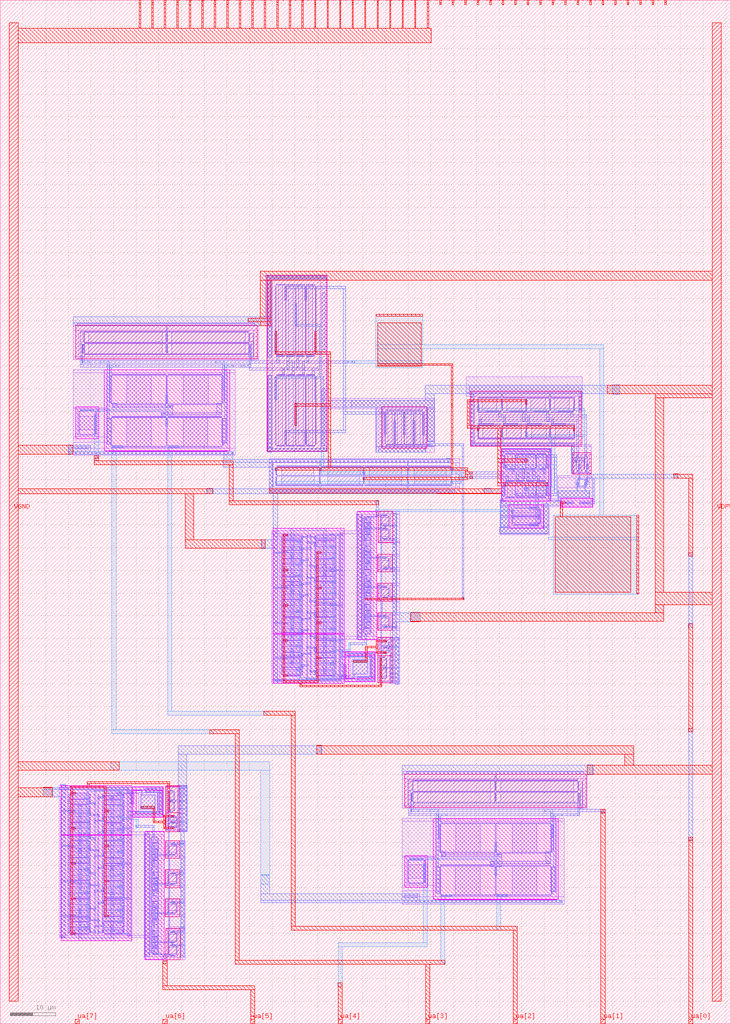
<source format=lef>
VERSION 5.7 ;
  NOWIREEXTENSIONATPIN ON ;
  DIVIDERCHAR "/" ;
  BUSBITCHARS "[]" ;
MACRO tt_um_DalinEM_diff_amp
  CLASS BLOCK ;
  FOREIGN tt_um_DalinEM_diff_amp ;
  ORIGIN 0.000 0.000 ;
  SIZE 161.000 BY 225.760 ;
  PIN clk
    DIRECTION INPUT ;
    USE SIGNAL ;
    PORT
      LAYER met4 ;
        RECT 143.830 224.760 144.130 225.760 ;
    END
  END clk
  PIN ena
    DIRECTION INPUT ;
    USE SIGNAL ;
    PORT
      LAYER met4 ;
        RECT 146.590 224.760 146.890 225.760 ;
    END
  END ena
  PIN rst_n
    DIRECTION INPUT ;
    USE SIGNAL ;
    PORT
      LAYER met4 ;
        RECT 141.070 224.760 141.370 225.760 ;
    END
  END rst_n
  PIN ua[0]
    DIRECTION INOUT ;
    USE SIGNAL ;
    ANTENNADIFFAREA 1.044000 ;
    PORT
      LAYER met4 ;
        RECT 151.810 0.000 152.710 1.000 ;
    END
  END ua[0]
  PIN ua[1]
    DIRECTION INOUT ;
    USE SIGNAL ;
    ANTENNADIFFAREA 4.524000 ;
    PORT
      LAYER met4 ;
        RECT 132.490 0.000 133.390 1.000 ;
    END
  END ua[1]
  PIN ua[2]
    DIRECTION INOUT ;
    USE SIGNAL ;
    ANTENNAGATEAREA 288.000000 ;
    PORT
      LAYER met4 ;
        RECT 113.170 0.000 114.070 1.000 ;
    END
  END ua[2]
  PIN ua[3]
    DIRECTION INOUT ;
    USE SIGNAL ;
    ANTENNAGATEAREA 288.000000 ;
    PORT
      LAYER met4 ;
        RECT 93.850 0.000 94.750 1.000 ;
    END
  END ua[3]
  PIN ua[4]
    DIRECTION INOUT ;
    USE SIGNAL ;
    ANTENNAGATEAREA 15.000000 ;
    PORT
      LAYER met4 ;
        RECT 74.530 0.000 75.430 1.000 ;
    END
  END ua[4]
  PIN ua[5]
    DIRECTION INOUT ;
    USE SIGNAL ;
    ANTENNADIFFAREA 1.160000 ;
    PORT
      LAYER met4 ;
        RECT 55.210 0.000 56.110 1.000 ;
    END
  END ua[5]
  PIN ua[6]
    DIRECTION INOUT ;
    USE SIGNAL ;
    PORT
      LAYER met4 ;
        RECT 35.890 0.000 36.790 1.000 ;
    END
  END ua[6]
  PIN ua[7]
    DIRECTION INOUT ;
    USE SIGNAL ;
    PORT
      LAYER met4 ;
        RECT 16.570 0.000 17.470 1.000 ;
    END
  END ua[7]
  PIN ui_in[0]
    DIRECTION INPUT ;
    USE SIGNAL ;
    PORT
      LAYER met4 ;
        RECT 138.310 224.760 138.610 225.760 ;
    END
  END ui_in[0]
  PIN ui_in[1]
    DIRECTION INPUT ;
    USE SIGNAL ;
    PORT
      LAYER met4 ;
        RECT 135.550 224.760 135.850 225.760 ;
    END
  END ui_in[1]
  PIN ui_in[2]
    DIRECTION INPUT ;
    USE SIGNAL ;
    PORT
      LAYER met4 ;
        RECT 132.790 224.760 133.090 225.760 ;
    END
  END ui_in[2]
  PIN ui_in[3]
    DIRECTION INPUT ;
    USE SIGNAL ;
    PORT
      LAYER met4 ;
        RECT 130.030 224.760 130.330 225.760 ;
    END
  END ui_in[3]
  PIN ui_in[4]
    DIRECTION INPUT ;
    USE SIGNAL ;
    PORT
      LAYER met4 ;
        RECT 127.270 224.760 127.570 225.760 ;
    END
  END ui_in[4]
  PIN ui_in[5]
    DIRECTION INPUT ;
    USE SIGNAL ;
    PORT
      LAYER met4 ;
        RECT 124.510 224.760 124.810 225.760 ;
    END
  END ui_in[5]
  PIN ui_in[6]
    DIRECTION INPUT ;
    USE SIGNAL ;
    PORT
      LAYER met4 ;
        RECT 121.750 224.760 122.050 225.760 ;
    END
  END ui_in[6]
  PIN ui_in[7]
    DIRECTION INPUT ;
    USE SIGNAL ;
    PORT
      LAYER met4 ;
        RECT 118.990 224.760 119.290 225.760 ;
    END
  END ui_in[7]
  PIN uio_in[0]
    DIRECTION INPUT ;
    USE SIGNAL ;
    PORT
      LAYER met4 ;
        RECT 116.230 224.760 116.530 225.760 ;
    END
  END uio_in[0]
  PIN uio_in[1]
    DIRECTION INPUT ;
    USE SIGNAL ;
    PORT
      LAYER met4 ;
        RECT 113.470 224.760 113.770 225.760 ;
    END
  END uio_in[1]
  PIN uio_in[2]
    DIRECTION INPUT ;
    USE SIGNAL ;
    PORT
      LAYER met4 ;
        RECT 110.710 224.760 111.010 225.760 ;
    END
  END uio_in[2]
  PIN uio_in[3]
    DIRECTION INPUT ;
    USE SIGNAL ;
    PORT
      LAYER met4 ;
        RECT 107.950 224.760 108.250 225.760 ;
    END
  END uio_in[3]
  PIN uio_in[4]
    DIRECTION INPUT ;
    USE SIGNAL ;
    PORT
      LAYER met4 ;
        RECT 105.190 224.760 105.490 225.760 ;
    END
  END uio_in[4]
  PIN uio_in[5]
    DIRECTION INPUT ;
    USE SIGNAL ;
    PORT
      LAYER met4 ;
        RECT 102.430 224.760 102.730 225.760 ;
    END
  END uio_in[5]
  PIN uio_in[6]
    DIRECTION INPUT ;
    USE SIGNAL ;
    PORT
      LAYER met4 ;
        RECT 99.670 224.760 99.970 225.760 ;
    END
  END uio_in[6]
  PIN uio_in[7]
    DIRECTION INPUT ;
    USE SIGNAL ;
    PORT
      LAYER met4 ;
        RECT 96.910 224.760 97.210 225.760 ;
    END
  END uio_in[7]
  PIN uio_oe[0]
    DIRECTION OUTPUT ;
    USE SIGNAL ;
    ANTENNAGATEAREA 53.457798 ;
    ANTENNADIFFAREA 185.774292 ;
    PORT
      LAYER met4 ;
        RECT 49.990 224.760 50.290 225.760 ;
    END
  END uio_oe[0]
  PIN uio_oe[1]
    DIRECTION OUTPUT ;
    USE SIGNAL ;
    ANTENNAGATEAREA 53.457798 ;
    ANTENNADIFFAREA 185.774292 ;
    PORT
      LAYER met4 ;
        RECT 47.230 224.760 47.530 225.760 ;
    END
  END uio_oe[1]
  PIN uio_oe[2]
    DIRECTION OUTPUT ;
    USE SIGNAL ;
    ANTENNAGATEAREA 53.457798 ;
    ANTENNADIFFAREA 185.774292 ;
    PORT
      LAYER met4 ;
        RECT 44.470 224.760 44.770 225.760 ;
    END
  END uio_oe[2]
  PIN uio_oe[3]
    DIRECTION OUTPUT ;
    USE SIGNAL ;
    ANTENNAGATEAREA 53.457798 ;
    ANTENNADIFFAREA 185.774292 ;
    PORT
      LAYER met4 ;
        RECT 41.710 224.760 42.010 225.760 ;
    END
  END uio_oe[3]
  PIN uio_oe[4]
    DIRECTION OUTPUT ;
    USE SIGNAL ;
    ANTENNAGATEAREA 53.457798 ;
    ANTENNADIFFAREA 185.774292 ;
    PORT
      LAYER met4 ;
        RECT 38.950 224.760 39.250 225.760 ;
    END
  END uio_oe[4]
  PIN uio_oe[5]
    DIRECTION OUTPUT ;
    USE SIGNAL ;
    ANTENNAGATEAREA 53.457798 ;
    ANTENNADIFFAREA 185.774292 ;
    PORT
      LAYER met4 ;
        RECT 36.190 224.760 36.490 225.760 ;
    END
  END uio_oe[5]
  PIN uio_oe[6]
    DIRECTION OUTPUT ;
    USE SIGNAL ;
    ANTENNAGATEAREA 53.457798 ;
    ANTENNADIFFAREA 185.774292 ;
    PORT
      LAYER met4 ;
        RECT 33.430 224.760 33.730 225.760 ;
    END
  END uio_oe[6]
  PIN uio_oe[7]
    DIRECTION OUTPUT ;
    USE SIGNAL ;
    ANTENNAGATEAREA 53.457798 ;
    ANTENNADIFFAREA 185.774292 ;
    PORT
      LAYER met4 ;
        RECT 30.670 224.760 30.970 225.760 ;
    END
  END uio_oe[7]
  PIN uio_out[0]
    DIRECTION OUTPUT ;
    USE SIGNAL ;
    ANTENNAGATEAREA 53.457798 ;
    ANTENNADIFFAREA 185.774292 ;
    PORT
      LAYER met4 ;
        RECT 72.070 224.760 72.370 225.760 ;
    END
  END uio_out[0]
  PIN uio_out[1]
    DIRECTION OUTPUT ;
    USE SIGNAL ;
    ANTENNAGATEAREA 53.457798 ;
    ANTENNADIFFAREA 185.774292 ;
    PORT
      LAYER met4 ;
        RECT 69.310 224.760 69.610 225.760 ;
    END
  END uio_out[1]
  PIN uio_out[2]
    DIRECTION OUTPUT ;
    USE SIGNAL ;
    ANTENNAGATEAREA 53.457798 ;
    ANTENNADIFFAREA 185.774292 ;
    PORT
      LAYER met4 ;
        RECT 66.550 224.760 66.850 225.760 ;
    END
  END uio_out[2]
  PIN uio_out[3]
    DIRECTION OUTPUT ;
    USE SIGNAL ;
    ANTENNAGATEAREA 53.457798 ;
    ANTENNADIFFAREA 185.774292 ;
    PORT
      LAYER met4 ;
        RECT 63.790 224.760 64.090 225.760 ;
    END
  END uio_out[3]
  PIN uio_out[4]
    DIRECTION OUTPUT ;
    USE SIGNAL ;
    ANTENNAGATEAREA 53.457798 ;
    ANTENNADIFFAREA 185.774292 ;
    PORT
      LAYER met4 ;
        RECT 61.030 224.760 61.330 225.760 ;
    END
  END uio_out[4]
  PIN uio_out[5]
    DIRECTION OUTPUT ;
    USE SIGNAL ;
    ANTENNAGATEAREA 53.457798 ;
    ANTENNADIFFAREA 185.774292 ;
    PORT
      LAYER met4 ;
        RECT 58.270 224.760 58.570 225.760 ;
    END
  END uio_out[5]
  PIN uio_out[6]
    DIRECTION OUTPUT ;
    USE SIGNAL ;
    ANTENNAGATEAREA 53.457798 ;
    ANTENNADIFFAREA 185.774292 ;
    PORT
      LAYER met4 ;
        RECT 55.510 224.760 55.810 225.760 ;
    END
  END uio_out[6]
  PIN uio_out[7]
    DIRECTION OUTPUT ;
    USE SIGNAL ;
    ANTENNAGATEAREA 53.457798 ;
    ANTENNADIFFAREA 185.774292 ;
    PORT
      LAYER met4 ;
        RECT 52.750 224.760 53.050 225.760 ;
    END
  END uio_out[7]
  PIN uo_out[0]
    DIRECTION OUTPUT ;
    USE SIGNAL ;
    ANTENNAGATEAREA 53.457798 ;
    ANTENNADIFFAREA 185.774292 ;
    PORT
      LAYER met4 ;
        RECT 94.150 224.760 94.450 225.760 ;
    END
  END uo_out[0]
  PIN uo_out[1]
    DIRECTION OUTPUT ;
    USE SIGNAL ;
    ANTENNAGATEAREA 53.457798 ;
    ANTENNADIFFAREA 185.774292 ;
    PORT
      LAYER met4 ;
        RECT 91.390 224.760 91.690 225.760 ;
    END
  END uo_out[1]
  PIN uo_out[2]
    DIRECTION OUTPUT ;
    USE SIGNAL ;
    ANTENNAGATEAREA 53.457798 ;
    ANTENNADIFFAREA 185.774292 ;
    PORT
      LAYER met4 ;
        RECT 88.630 224.760 88.930 225.760 ;
    END
  END uo_out[2]
  PIN uo_out[3]
    DIRECTION OUTPUT ;
    USE SIGNAL ;
    ANTENNAGATEAREA 53.457798 ;
    ANTENNADIFFAREA 185.774292 ;
    PORT
      LAYER met4 ;
        RECT 85.870 224.760 86.170 225.760 ;
    END
  END uo_out[3]
  PIN uo_out[4]
    DIRECTION OUTPUT ;
    USE SIGNAL ;
    ANTENNAGATEAREA 53.457798 ;
    ANTENNADIFFAREA 185.774292 ;
    PORT
      LAYER met4 ;
        RECT 83.110 224.760 83.410 225.760 ;
    END
  END uo_out[4]
  PIN uo_out[5]
    DIRECTION OUTPUT ;
    USE SIGNAL ;
    ANTENNAGATEAREA 53.457798 ;
    ANTENNADIFFAREA 185.774292 ;
    PORT
      LAYER met4 ;
        RECT 80.350 224.760 80.650 225.760 ;
    END
  END uo_out[5]
  PIN uo_out[6]
    DIRECTION OUTPUT ;
    USE SIGNAL ;
    ANTENNAGATEAREA 53.457798 ;
    ANTENNADIFFAREA 185.774292 ;
    PORT
      LAYER met4 ;
        RECT 77.590 224.760 77.890 225.760 ;
    END
  END uo_out[6]
  PIN uo_out[7]
    DIRECTION OUTPUT ;
    USE SIGNAL ;
    ANTENNAGATEAREA 53.457798 ;
    ANTENNADIFFAREA 185.774292 ;
    PORT
      LAYER met4 ;
        RECT 74.830 224.760 75.130 225.760 ;
    END
  END uo_out[7]
  PIN VDPWR
    DIRECTION INOUT ;
    USE POWER ;
    PORT
      LAYER met4 ;
        RECT 157.005 5.000 159.000 220.760 ;
    END
  END VDPWR
  PIN VGND
    DIRECTION INOUT ;
    USE GROUND ;
    PORT
      LAYER met4 ;
        RECT 2.000 5.000 4.000 220.760 ;
    END
  END VGND
  OBS
      LAYER nwell ;
        RECT 16.615 146.635 56.665 154.010 ;
      LAYER pwell ;
        RECT 16.635 129.065 21.735 136.025 ;
        RECT 22.935 126.410 50.570 144.185 ;
        RECT 23.355 126.240 23.470 126.410 ;
        RECT 23.940 126.240 50.105 126.250 ;
      LAYER nwell ;
        RECT 58.905 126.245 71.970 165.040 ;
        RECT 84.085 126.890 94.115 136.080 ;
        RECT 103.715 127.340 128.185 139.510 ;
      LAYER pwell ;
        RECT 110.595 115.240 121.275 126.665 ;
      LAYER nwell ;
        RECT 126.215 121.190 130.305 125.980 ;
      LAYER pwell ;
        RECT 60.250 86.080 75.820 109.330 ;
        RECT 60.250 85.920 66.470 86.080 ;
        RECT 66.490 86.075 75.820 86.080 ;
        RECT 66.490 85.920 66.720 86.075 ;
        RECT 60.250 85.910 66.720 85.920 ;
        RECT 66.735 85.910 75.820 86.075 ;
        RECT 60.250 75.120 75.820 85.910 ;
        RECT 78.800 84.680 83.035 113.050 ;
      LAYER nwell ;
        RECT 83.340 106.115 86.515 112.980 ;
      LAYER pwell ;
        RECT 112.220 109.250 119.820 114.500 ;
        RECT 123.615 113.900 130.635 115.910 ;
      LAYER nwell ;
        RECT 83.260 99.635 86.450 103.595 ;
        RECT 83.260 93.185 86.450 97.145 ;
        RECT 83.260 86.735 86.450 90.695 ;
      LAYER pwell ;
        RECT 76.050 81.325 82.750 82.090 ;
        RECT 76.050 76.155 76.815 81.325 ;
        RECT 81.985 76.155 82.750 81.325 ;
      LAYER nwell ;
        RECT 83.295 81.110 86.455 85.265 ;
      LAYER pwell ;
        RECT 76.050 75.390 82.750 76.155 ;
      LAYER nwell ;
        RECT 83.290 75.210 86.455 81.110 ;
        RECT 83.290 75.190 86.450 75.210 ;
      LAYER pwell ;
        RECT 13.425 41.735 28.995 52.525 ;
      LAYER nwell ;
        RECT 36.465 52.435 39.625 52.455 ;
      LAYER pwell ;
        RECT 29.225 51.490 35.925 52.255 ;
        RECT 29.225 46.320 29.990 51.490 ;
        RECT 35.160 46.320 35.925 51.490 ;
      LAYER nwell ;
        RECT 36.465 46.535 39.630 52.435 ;
        RECT 89.160 47.705 129.210 55.080 ;
      LAYER pwell ;
        RECT 29.225 45.555 35.925 46.320 ;
        RECT 13.425 41.725 19.895 41.735 ;
        RECT 13.425 41.565 19.645 41.725 ;
        RECT 19.665 41.570 19.895 41.725 ;
        RECT 19.910 41.570 28.995 41.735 ;
        RECT 19.665 41.565 28.995 41.570 ;
        RECT 13.425 18.315 28.995 41.565 ;
        RECT 31.975 14.100 36.210 42.470 ;
      LAYER nwell ;
        RECT 36.470 42.380 39.630 46.535 ;
        RECT 36.435 36.455 39.625 40.415 ;
        RECT 36.435 30.005 39.625 33.965 ;
      LAYER pwell ;
        RECT 89.180 30.135 94.280 37.095 ;
      LAYER nwell ;
        RECT 36.435 23.555 39.625 27.515 ;
      LAYER pwell ;
        RECT 95.480 27.480 123.115 45.255 ;
        RECT 95.900 27.310 96.015 27.480 ;
        RECT 96.485 27.310 122.650 27.320 ;
      LAYER nwell ;
        RECT 36.515 14.170 39.690 21.035 ;
      LAYER li1 ;
        RECT 58.830 163.955 72.155 165.125 ;
        RECT 16.085 152.940 56.965 154.630 ;
        RECT 16.085 147.095 17.355 152.940 ;
        RECT 18.560 152.495 36.560 152.665 ;
        RECT 36.850 152.495 54.850 152.665 ;
        RECT 18.330 150.440 18.500 152.280 ;
        RECT 36.620 150.440 36.790 152.280 ;
        RECT 54.910 150.440 55.080 152.280 ;
        RECT 18.560 150.055 36.560 150.225 ;
        RECT 36.850 150.055 54.850 150.225 ;
        RECT 18.330 148.000 18.500 149.840 ;
        RECT 36.620 148.000 36.790 149.840 ;
        RECT 54.910 148.000 55.080 149.840 ;
        RECT 18.560 147.615 36.560 147.785 ;
        RECT 36.850 147.615 54.850 147.785 ;
        RECT 55.915 147.095 56.960 152.940 ;
        RECT 16.085 146.430 56.960 147.095 ;
        RECT 16.090 143.555 51.835 144.255 ;
        RECT 16.090 135.850 23.470 143.555 ;
        RECT 24.610 143.090 36.610 143.260 ;
        RECT 36.900 143.090 48.900 143.260 ;
        RECT 24.380 136.880 24.550 142.920 ;
        RECT 36.670 136.880 36.840 142.920 ;
        RECT 48.960 136.880 49.130 142.920 ;
        RECT 24.610 136.540 36.610 136.710 ;
        RECT 36.900 136.540 48.900 136.710 ;
        RECT 16.085 135.665 23.470 135.850 ;
        RECT 16.085 129.435 17.140 135.665 ;
        RECT 17.665 135.105 20.705 135.275 ;
        RECT 17.325 130.045 17.495 135.045 ;
        RECT 20.875 130.045 21.045 135.045 ;
        RECT 17.665 129.435 20.705 129.985 ;
        RECT 21.345 129.435 23.470 135.665 ;
        RECT 24.605 133.715 36.605 133.885 ;
        RECT 36.895 133.715 48.895 133.885 ;
        RECT 16.085 128.285 23.470 129.435 ;
        RECT 16.075 126.885 23.470 128.285 ;
        RECT 24.375 127.505 24.545 133.545 ;
        RECT 36.665 127.505 36.835 133.545 ;
        RECT 48.955 127.505 49.125 133.545 ;
        RECT 24.605 127.165 36.605 127.335 ;
        RECT 36.895 127.165 48.895 127.335 ;
        RECT 50.085 126.885 51.835 143.555 ;
        RECT 16.075 125.335 51.835 126.885 ;
        RECT 58.830 126.940 60.000 163.955 ;
        RECT 60.920 162.875 62.820 163.045 ;
        RECT 63.110 162.875 65.010 163.045 ;
        RECT 65.300 162.875 67.200 163.045 ;
        RECT 67.490 162.875 69.390 163.045 ;
        RECT 60.690 147.620 60.860 162.660 ;
        RECT 62.880 147.620 63.050 162.660 ;
        RECT 65.070 147.620 65.240 162.660 ;
        RECT 67.260 147.620 67.430 162.660 ;
        RECT 69.450 147.620 69.620 162.660 ;
        RECT 60.920 147.235 62.820 147.405 ;
        RECT 63.110 147.235 65.010 147.405 ;
        RECT 65.300 147.235 67.200 147.405 ;
        RECT 67.490 147.235 69.390 147.405 ;
        RECT 60.920 142.990 62.820 143.160 ;
        RECT 63.110 142.990 65.010 143.160 ;
        RECT 65.300 142.990 67.200 143.160 ;
        RECT 67.490 142.990 69.390 143.160 ;
        RECT 60.690 127.735 60.860 142.775 ;
        RECT 62.880 127.735 63.050 142.775 ;
        RECT 65.070 127.735 65.240 142.775 ;
        RECT 67.260 127.735 67.430 142.775 ;
        RECT 69.450 127.735 69.620 142.775 ;
        RECT 70.575 137.930 72.155 163.955 ;
        RECT 102.750 139.130 128.400 142.650 ;
        RECT 102.750 138.400 128.415 139.130 ;
        RECT 70.575 135.600 95.855 137.930 ;
        RECT 60.920 127.350 62.820 127.520 ;
        RECT 63.110 127.350 65.010 127.520 ;
        RECT 65.300 127.350 67.200 127.520 ;
        RECT 67.490 127.350 69.390 127.520 ;
        RECT 70.575 126.940 72.155 135.600 ;
        RECT 58.830 126.250 72.155 126.940 ;
        RECT 82.775 127.385 84.485 135.600 ;
        RECT 85.065 135.220 86.865 135.390 ;
        RECT 87.155 135.220 88.955 135.390 ;
        RECT 89.245 135.220 91.045 135.390 ;
        RECT 91.335 135.220 93.135 135.390 ;
        RECT 84.835 127.965 85.005 135.005 ;
        RECT 86.925 127.965 87.095 135.005 ;
        RECT 89.015 127.965 89.185 135.005 ;
        RECT 91.105 127.965 91.275 135.005 ;
        RECT 93.195 127.965 93.365 135.005 ;
        RECT 85.065 127.580 86.865 127.750 ;
        RECT 87.155 127.580 88.955 127.750 ;
        RECT 89.245 127.580 91.045 127.750 ;
        RECT 91.335 127.580 93.135 127.750 ;
        RECT 93.685 127.385 95.855 135.600 ;
        RECT 82.775 127.285 95.855 127.385 ;
        RECT 103.705 128.120 104.605 138.400 ;
        RECT 105.530 137.945 110.530 138.115 ;
        RECT 110.820 137.945 115.820 138.115 ;
        RECT 116.110 137.945 121.110 138.115 ;
        RECT 121.400 137.945 126.400 138.115 ;
        RECT 105.300 135.190 105.470 137.730 ;
        RECT 110.590 135.190 110.760 137.730 ;
        RECT 115.880 135.190 116.050 137.730 ;
        RECT 121.170 135.190 121.340 137.730 ;
        RECT 126.460 135.190 126.630 137.730 ;
        RECT 105.530 134.805 110.530 134.975 ;
        RECT 110.820 134.805 115.820 134.975 ;
        RECT 116.110 134.805 121.110 134.975 ;
        RECT 121.400 134.805 126.400 134.975 ;
        RECT 105.530 132.135 110.530 132.305 ;
        RECT 110.820 132.135 115.820 132.305 ;
        RECT 116.110 132.135 121.110 132.305 ;
        RECT 121.400 132.135 126.400 132.305 ;
        RECT 105.300 129.380 105.470 131.920 ;
        RECT 110.590 129.380 110.760 131.920 ;
        RECT 115.880 129.380 116.050 131.920 ;
        RECT 121.170 129.380 121.340 131.920 ;
        RECT 126.460 129.380 126.630 131.920 ;
        RECT 105.530 128.995 110.530 129.165 ;
        RECT 110.820 128.995 115.820 129.165 ;
        RECT 116.110 128.995 121.110 129.165 ;
        RECT 121.400 128.995 126.400 129.165 ;
        RECT 127.625 128.120 128.415 138.400 ;
        RECT 103.705 127.740 128.415 128.120 ;
        RECT 103.705 127.360 130.350 127.740 ;
        RECT 103.775 127.330 130.350 127.360 ;
        RECT 58.830 126.115 72.085 126.250 ;
        RECT 82.775 126.005 95.875 127.285 ;
        RECT 110.465 126.315 121.470 126.925 ;
        RECT 110.465 126.175 121.510 126.315 ;
        RECT 59.310 123.710 101.345 124.645 ;
        RECT 59.310 118.320 60.200 123.710 ;
        RECT 60.970 122.815 70.370 122.985 ;
        RECT 70.660 122.815 80.060 122.985 ;
        RECT 80.350 122.815 89.750 122.985 ;
        RECT 90.040 122.815 99.440 122.985 ;
        RECT 60.740 121.105 60.910 122.645 ;
        RECT 70.430 121.105 70.600 122.645 ;
        RECT 80.120 121.105 80.290 122.645 ;
        RECT 89.810 121.105 89.980 122.645 ;
        RECT 99.500 121.105 99.670 122.645 ;
        RECT 60.970 120.765 70.370 120.935 ;
        RECT 70.660 120.765 80.060 120.935 ;
        RECT 80.350 120.765 89.750 120.935 ;
        RECT 90.040 120.765 99.440 120.935 ;
        RECT 60.740 119.055 60.910 120.595 ;
        RECT 70.430 119.055 70.600 120.595 ;
        RECT 80.120 119.055 80.290 120.595 ;
        RECT 89.810 119.055 89.980 120.595 ;
        RECT 99.500 119.055 99.670 120.595 ;
        RECT 60.970 118.715 70.370 118.885 ;
        RECT 70.660 118.715 80.060 118.885 ;
        RECT 80.350 118.715 89.750 118.885 ;
        RECT 90.040 118.715 99.440 118.885 ;
        RECT 100.500 118.320 101.345 123.710 ;
        RECT 59.310 116.875 101.345 118.320 ;
        RECT 59.355 116.870 101.345 116.875 ;
        RECT 110.500 115.765 110.965 126.175 ;
        RECT 111.455 125.665 113.455 125.835 ;
        RECT 113.745 125.665 115.745 125.835 ;
        RECT 116.035 125.665 118.035 125.835 ;
        RECT 118.325 125.665 120.325 125.835 ;
        RECT 111.225 122.455 111.395 125.495 ;
        RECT 113.515 122.455 113.685 125.495 ;
        RECT 115.805 122.455 115.975 125.495 ;
        RECT 118.095 122.455 118.265 125.495 ;
        RECT 120.385 122.455 120.555 125.495 ;
        RECT 111.455 122.115 113.455 122.285 ;
        RECT 113.745 122.115 115.745 122.285 ;
        RECT 116.035 122.115 118.035 122.285 ;
        RECT 118.325 122.115 120.325 122.285 ;
        RECT 111.455 119.630 113.455 119.800 ;
        RECT 113.745 119.630 115.745 119.800 ;
        RECT 116.035 119.630 118.035 119.800 ;
        RECT 118.325 119.630 120.325 119.800 ;
        RECT 111.225 116.420 111.395 119.460 ;
        RECT 113.515 116.420 113.685 119.460 ;
        RECT 115.805 116.420 115.975 119.460 ;
        RECT 118.095 116.420 118.265 119.460 ;
        RECT 120.385 116.420 120.555 119.460 ;
        RECT 111.455 116.080 113.455 116.250 ;
        RECT 113.745 116.080 115.745 116.250 ;
        RECT 116.035 116.080 118.035 116.250 ;
        RECT 118.325 116.080 120.325 116.250 ;
        RECT 120.900 115.770 121.510 126.175 ;
        RECT 125.930 125.535 130.350 127.330 ;
        RECT 125.930 121.540 126.620 125.535 ;
        RECT 127.195 125.120 127.545 125.290 ;
        RECT 126.965 122.265 127.135 124.905 ;
        RECT 127.605 122.265 127.775 124.905 ;
        RECT 127.195 121.880 127.545 122.050 ;
        RECT 128.175 121.540 128.345 125.535 ;
        RECT 128.975 125.120 129.325 125.290 ;
        RECT 128.745 122.265 128.915 124.905 ;
        RECT 129.385 122.265 129.555 124.905 ;
        RECT 128.975 121.880 129.325 122.050 ;
        RECT 129.935 121.540 130.350 125.535 ;
        RECT 125.930 121.370 130.350 121.540 ;
        RECT 125.930 121.255 126.620 121.370 ;
        RECT 129.935 121.325 130.350 121.370 ;
        RECT 122.940 120.440 130.610 120.830 ;
        RECT 122.940 118.185 126.815 120.440 ;
        RECT 127.305 120.050 127.635 120.220 ;
        RECT 129.085 120.050 129.415 120.220 ;
        RECT 127.165 118.840 127.335 119.880 ;
        RECT 127.605 118.840 127.775 119.880 ;
        RECT 128.945 118.840 129.115 119.880 ;
        RECT 129.385 118.840 129.555 119.880 ;
        RECT 127.305 118.500 127.635 118.670 ;
        RECT 129.085 118.500 129.415 118.670 ;
        RECT 129.880 118.185 130.610 120.440 ;
        RECT 122.940 115.770 130.610 118.185 ;
        RECT 120.900 115.765 130.610 115.770 ;
        RECT 110.270 115.450 130.610 115.765 ;
        RECT 110.270 114.390 123.965 115.450 ;
        RECT 124.445 114.730 126.605 115.080 ;
        RECT 127.645 114.730 129.805 115.080 ;
        RECT 130.255 114.390 130.610 115.450 ;
        RECT 110.270 114.075 130.610 114.390 ;
        RECT 83.360 112.990 86.080 112.995 ;
        RECT 78.540 112.330 82.990 112.945 ;
        RECT 78.540 108.700 79.820 112.330 ;
        RECT 80.400 111.705 81.440 111.875 ;
        RECT 80.060 110.645 80.230 111.645 ;
        RECT 81.610 110.645 81.780 111.645 ;
        RECT 80.400 110.415 81.440 110.585 ;
        RECT 80.060 109.355 80.230 110.355 ;
        RECT 81.610 109.355 81.780 110.355 ;
        RECT 80.400 109.125 81.440 109.295 ;
        RECT 75.775 108.685 79.820 108.700 ;
        RECT 59.875 108.105 79.820 108.685 ;
        RECT 59.875 75.990 61.680 108.105 ;
        RECT 62.310 107.680 66.350 107.850 ;
        RECT 69.715 107.680 73.755 107.850 ;
        RECT 61.970 106.620 62.140 107.620 ;
        RECT 66.520 106.620 66.690 107.620 ;
        RECT 69.375 106.620 69.545 107.620 ;
        RECT 73.925 106.620 74.095 107.620 ;
        RECT 62.310 106.390 66.350 106.560 ;
        RECT 69.715 106.390 73.755 106.560 ;
        RECT 61.970 105.330 62.140 106.330 ;
        RECT 66.520 105.330 66.690 106.330 ;
        RECT 69.375 105.330 69.545 106.330 ;
        RECT 73.925 105.330 74.095 106.330 ;
        RECT 62.310 105.100 66.350 105.270 ;
        RECT 69.715 105.100 73.755 105.270 ;
        RECT 61.970 104.040 62.140 105.040 ;
        RECT 66.520 104.040 66.690 105.040 ;
        RECT 69.375 104.040 69.545 105.040 ;
        RECT 73.925 104.040 74.095 105.040 ;
        RECT 62.310 103.810 66.350 103.980 ;
        RECT 69.715 103.810 73.755 103.980 ;
        RECT 61.970 102.750 62.140 103.750 ;
        RECT 66.520 102.750 66.690 103.750 ;
        RECT 69.375 102.750 69.545 103.750 ;
        RECT 73.925 102.750 74.095 103.750 ;
        RECT 62.310 102.520 66.350 102.690 ;
        RECT 69.715 102.520 73.755 102.690 ;
        RECT 61.970 101.460 62.140 102.460 ;
        RECT 66.520 101.460 66.690 102.460 ;
        RECT 69.375 101.460 69.545 102.460 ;
        RECT 73.925 101.460 74.095 102.460 ;
        RECT 62.310 101.230 66.350 101.400 ;
        RECT 69.715 101.230 73.755 101.400 ;
        RECT 61.970 100.170 62.140 101.170 ;
        RECT 66.520 100.170 66.690 101.170 ;
        RECT 69.375 100.170 69.545 101.170 ;
        RECT 73.925 100.170 74.095 101.170 ;
        RECT 62.310 99.940 66.350 100.110 ;
        RECT 69.715 99.940 73.755 100.110 ;
        RECT 61.970 98.880 62.140 99.880 ;
        RECT 66.520 98.880 66.690 99.880 ;
        RECT 69.375 98.880 69.545 99.880 ;
        RECT 73.925 98.880 74.095 99.880 ;
        RECT 62.310 98.650 66.350 98.820 ;
        RECT 69.715 98.650 73.755 98.820 ;
        RECT 61.970 97.590 62.140 98.590 ;
        RECT 66.520 97.590 66.690 98.590 ;
        RECT 69.375 97.590 69.545 98.590 ;
        RECT 73.925 97.590 74.095 98.590 ;
        RECT 62.310 97.360 66.350 97.530 ;
        RECT 69.715 97.360 73.755 97.530 ;
        RECT 61.970 96.300 62.140 97.300 ;
        RECT 66.520 96.300 66.690 97.300 ;
        RECT 69.375 96.300 69.545 97.300 ;
        RECT 73.925 96.300 74.095 97.300 ;
        RECT 62.310 96.070 66.350 96.240 ;
        RECT 69.715 96.070 73.755 96.240 ;
        RECT 61.970 95.010 62.140 96.010 ;
        RECT 66.520 95.010 66.690 96.010 ;
        RECT 69.375 95.010 69.545 96.010 ;
        RECT 73.925 95.010 74.095 96.010 ;
        RECT 62.310 94.780 66.350 94.950 ;
        RECT 69.715 94.780 73.755 94.950 ;
        RECT 61.970 93.720 62.140 94.720 ;
        RECT 66.520 93.720 66.690 94.720 ;
        RECT 69.375 93.720 69.545 94.720 ;
        RECT 73.925 93.720 74.095 94.720 ;
        RECT 62.310 93.490 66.350 93.660 ;
        RECT 69.715 93.490 73.755 93.660 ;
        RECT 61.970 92.430 62.140 93.430 ;
        RECT 66.520 92.430 66.690 93.430 ;
        RECT 69.375 92.430 69.545 93.430 ;
        RECT 73.925 92.430 74.095 93.430 ;
        RECT 62.310 92.200 66.350 92.370 ;
        RECT 69.715 92.200 73.755 92.370 ;
        RECT 61.970 91.140 62.140 92.140 ;
        RECT 66.520 91.140 66.690 92.140 ;
        RECT 69.375 91.140 69.545 92.140 ;
        RECT 73.925 91.140 74.095 92.140 ;
        RECT 62.310 90.910 66.350 91.080 ;
        RECT 69.715 90.910 73.755 91.080 ;
        RECT 61.970 89.850 62.140 90.850 ;
        RECT 66.520 89.850 66.690 90.850 ;
        RECT 69.375 89.850 69.545 90.850 ;
        RECT 73.925 89.850 74.095 90.850 ;
        RECT 62.310 89.620 66.350 89.790 ;
        RECT 69.715 89.620 73.755 89.790 ;
        RECT 61.970 88.560 62.140 89.560 ;
        RECT 66.520 88.560 66.690 89.560 ;
        RECT 69.375 88.560 69.545 89.560 ;
        RECT 73.925 88.560 74.095 89.560 ;
        RECT 62.310 88.330 66.350 88.500 ;
        RECT 69.715 88.330 73.755 88.500 ;
        RECT 61.970 87.270 62.140 88.270 ;
        RECT 66.520 87.270 66.690 88.270 ;
        RECT 69.375 87.270 69.545 88.270 ;
        RECT 73.925 87.270 74.095 88.270 ;
        RECT 62.310 87.040 66.350 87.210 ;
        RECT 69.715 87.040 73.755 87.210 ;
        RECT 61.970 85.980 62.140 86.980 ;
        RECT 66.520 85.980 66.690 86.980 ;
        RECT 69.375 85.980 69.545 86.980 ;
        RECT 73.925 85.980 74.095 86.980 ;
        RECT 62.310 85.750 66.350 85.920 ;
        RECT 69.715 85.750 73.755 85.920 ;
        RECT 61.970 84.690 62.140 85.690 ;
        RECT 66.520 84.690 66.690 85.690 ;
        RECT 69.375 84.690 69.545 85.690 ;
        RECT 73.925 84.690 74.095 85.690 ;
        RECT 74.710 85.450 79.820 108.105 ;
        RECT 80.060 108.065 80.230 109.065 ;
        RECT 81.610 108.065 81.780 109.065 ;
        RECT 80.400 107.835 81.440 108.005 ;
        RECT 80.060 106.775 80.230 107.775 ;
        RECT 81.610 106.775 81.780 107.775 ;
        RECT 80.400 106.545 81.440 106.715 ;
        RECT 80.060 105.485 80.230 106.485 ;
        RECT 81.610 105.485 81.780 106.485 ;
        RECT 80.400 105.255 81.440 105.425 ;
        RECT 80.060 104.195 80.230 105.195 ;
        RECT 81.610 104.195 81.780 105.195 ;
        RECT 80.400 103.965 81.440 104.135 ;
        RECT 80.060 102.905 80.230 103.905 ;
        RECT 81.610 102.905 81.780 103.905 ;
        RECT 80.400 102.675 81.440 102.845 ;
        RECT 80.060 101.615 80.230 102.615 ;
        RECT 81.610 101.615 81.780 102.615 ;
        RECT 80.400 101.385 81.440 101.555 ;
        RECT 80.060 100.325 80.230 101.325 ;
        RECT 81.610 100.325 81.780 101.325 ;
        RECT 80.400 100.095 81.440 100.265 ;
        RECT 80.060 99.035 80.230 100.035 ;
        RECT 81.610 99.035 81.780 100.035 ;
        RECT 80.400 98.805 81.440 98.975 ;
        RECT 80.060 97.745 80.230 98.745 ;
        RECT 81.610 97.745 81.780 98.745 ;
        RECT 80.400 97.515 81.440 97.685 ;
        RECT 80.060 96.455 80.230 97.455 ;
        RECT 81.610 96.455 81.780 97.455 ;
        RECT 80.400 96.225 81.440 96.395 ;
        RECT 80.060 95.165 80.230 96.165 ;
        RECT 81.610 95.165 81.780 96.165 ;
        RECT 80.400 94.935 81.440 95.105 ;
        RECT 80.060 93.875 80.230 94.875 ;
        RECT 81.610 93.875 81.780 94.875 ;
        RECT 80.400 93.645 81.440 93.815 ;
        RECT 80.060 92.585 80.230 93.585 ;
        RECT 81.610 92.585 81.780 93.585 ;
        RECT 80.400 92.355 81.440 92.525 ;
        RECT 80.060 91.295 80.230 92.295 ;
        RECT 81.610 91.295 81.780 92.295 ;
        RECT 80.400 91.065 81.440 91.235 ;
        RECT 80.060 90.005 80.230 91.005 ;
        RECT 81.610 90.005 81.780 91.005 ;
        RECT 80.400 89.775 81.440 89.945 ;
        RECT 80.060 88.715 80.230 89.715 ;
        RECT 81.610 88.715 81.780 89.715 ;
        RECT 80.400 88.485 81.440 88.655 ;
        RECT 80.060 87.425 80.230 88.425 ;
        RECT 81.610 87.425 81.780 88.425 ;
        RECT 80.400 87.195 81.440 87.365 ;
        RECT 80.060 86.135 80.230 87.135 ;
        RECT 81.610 86.135 81.780 87.135 ;
        RECT 80.400 85.905 81.440 86.075 ;
        RECT 82.295 85.450 82.990 112.330 ;
        RECT 83.360 112.475 88.120 112.990 ;
        RECT 83.360 106.560 83.755 112.475 ;
        RECT 84.335 112.030 85.375 112.200 ;
        RECT 83.950 109.970 84.120 111.970 ;
        RECT 85.590 109.970 85.760 111.970 ;
        RECT 84.335 109.740 85.375 109.910 ;
        RECT 84.335 109.125 85.375 109.295 ;
        RECT 83.950 107.065 84.120 109.065 ;
        RECT 85.590 107.065 85.760 109.065 ;
        RECT 84.335 106.835 85.375 107.005 ;
        RECT 86.000 106.560 88.120 112.475 ;
        RECT 110.285 109.725 112.700 114.075 ;
        RECT 113.250 113.580 118.790 113.750 ;
        RECT 112.910 112.020 113.080 113.520 ;
        RECT 118.960 112.020 119.130 113.520 ;
        RECT 113.250 111.790 118.790 111.960 ;
        RECT 112.910 110.230 113.080 111.730 ;
        RECT 118.960 110.230 119.130 111.730 ;
        RECT 113.250 110.000 118.790 110.170 ;
        RECT 119.470 109.725 121.050 114.075 ;
        RECT 121.415 114.070 130.610 114.075 ;
        RECT 110.285 107.825 121.050 109.725 ;
        RECT 83.360 106.145 88.120 106.560 ;
        RECT 83.370 106.135 88.120 106.145 ;
        RECT 84.190 103.595 88.120 106.135 ;
        RECT 83.315 103.115 88.120 103.595 ;
        RECT 83.315 100.130 83.730 103.115 ;
        RECT 85.995 103.110 88.120 103.115 ;
        RECT 84.335 102.675 85.375 102.845 ;
        RECT 83.950 100.615 84.120 102.615 ;
        RECT 85.590 100.615 85.760 102.615 ;
        RECT 86.000 100.610 88.120 103.110 ;
        RECT 84.335 100.385 85.375 100.555 ;
        RECT 85.995 100.130 88.120 100.610 ;
        RECT 83.315 99.675 88.120 100.130 ;
        RECT 84.190 97.145 88.120 99.675 ;
        RECT 83.360 96.745 88.120 97.145 ;
        RECT 83.360 93.640 83.740 96.745 ;
        RECT 84.335 96.225 85.375 96.395 ;
        RECT 83.950 94.165 84.120 96.165 ;
        RECT 85.590 94.165 85.760 96.165 ;
        RECT 84.335 93.935 85.375 94.105 ;
        RECT 86.000 93.640 88.120 96.745 ;
        RECT 83.360 93.215 88.120 93.640 ;
        RECT 83.360 93.195 83.740 93.215 ;
        RECT 83.330 90.640 83.670 90.645 ;
        RECT 84.250 90.640 88.120 93.215 ;
        RECT 83.330 90.250 88.120 90.640 ;
        RECT 83.330 87.190 83.670 90.250 ;
        RECT 84.335 89.775 85.375 89.945 ;
        RECT 83.950 87.715 84.120 89.715 ;
        RECT 85.590 87.715 85.760 89.715 ;
        RECT 84.335 87.485 85.375 87.655 ;
        RECT 86.000 87.190 88.120 90.250 ;
        RECT 83.330 86.810 88.120 87.190 ;
        RECT 83.340 86.800 88.120 86.810 ;
        RECT 74.710 84.835 82.990 85.450 ;
        RECT 85.960 85.085 88.120 86.800 ;
        RECT 83.485 84.840 88.120 85.085 ;
        RECT 74.710 84.810 78.595 84.835 ;
        RECT 62.310 84.460 66.350 84.630 ;
        RECT 69.715 84.460 73.755 84.630 ;
        RECT 61.970 83.400 62.140 84.400 ;
        RECT 66.520 83.400 66.690 84.400 ;
        RECT 69.375 83.400 69.545 84.400 ;
        RECT 73.925 83.400 74.095 84.400 ;
        RECT 62.310 83.170 66.350 83.340 ;
        RECT 69.715 83.170 73.755 83.340 ;
        RECT 61.970 82.110 62.140 83.110 ;
        RECT 66.520 82.110 66.690 83.110 ;
        RECT 69.375 82.110 69.545 83.110 ;
        RECT 73.925 82.110 74.095 83.110 ;
        RECT 62.310 81.880 66.350 82.050 ;
        RECT 69.715 81.880 73.755 82.050 ;
        RECT 74.710 81.960 76.210 84.810 ;
        RECT 61.970 80.820 62.140 81.820 ;
        RECT 66.520 80.820 66.690 81.820 ;
        RECT 69.375 80.820 69.545 81.820 ;
        RECT 73.925 80.820 74.095 81.820 ;
        RECT 74.710 80.785 82.620 81.960 ;
        RECT 62.310 80.590 66.350 80.760 ;
        RECT 69.715 80.590 73.755 80.760 ;
        RECT 61.970 79.530 62.140 80.530 ;
        RECT 66.520 79.530 66.690 80.530 ;
        RECT 69.375 79.530 69.545 80.530 ;
        RECT 73.925 79.530 74.095 80.530 ;
        RECT 62.310 79.300 66.350 79.470 ;
        RECT 69.715 79.300 73.755 79.470 ;
        RECT 61.970 78.240 62.140 79.240 ;
        RECT 66.520 78.240 66.690 79.240 ;
        RECT 69.375 78.240 69.545 79.240 ;
        RECT 73.925 78.240 74.095 79.240 ;
        RECT 62.310 78.010 66.350 78.180 ;
        RECT 69.715 78.010 73.755 78.180 ;
        RECT 61.970 76.950 62.140 77.950 ;
        RECT 66.520 76.950 66.690 77.950 ;
        RECT 69.375 76.950 69.545 77.950 ;
        RECT 73.925 76.950 74.095 77.950 ;
        RECT 62.310 76.720 66.350 76.890 ;
        RECT 69.715 76.720 73.755 76.890 ;
        RECT 74.710 76.790 77.355 80.785 ;
        RECT 77.665 77.005 81.135 80.475 ;
        RECT 74.745 76.695 77.355 76.790 ;
        RECT 81.445 76.695 82.620 80.785 ;
        RECT 74.745 75.990 82.620 76.695 ;
        RECT 59.875 75.530 82.620 75.990 ;
        RECT 59.875 75.095 61.680 75.530 ;
        RECT 75.750 75.525 82.620 75.530 ;
        RECT 76.180 75.520 82.620 75.525 ;
        RECT 83.485 75.640 83.725 84.840 ;
        RECT 85.960 84.625 88.120 84.840 ;
        RECT 84.335 84.335 85.375 84.505 ;
        RECT 83.950 83.275 84.120 84.275 ;
        RECT 85.590 83.275 85.760 84.275 ;
        RECT 84.335 83.045 85.375 83.215 ;
        RECT 83.950 81.985 84.120 82.985 ;
        RECT 85.590 81.985 85.760 82.985 ;
        RECT 84.335 81.755 85.375 81.925 ;
        RECT 85.960 81.365 88.115 84.625 ;
        RECT 84.335 80.710 84.875 80.880 ;
        RECT 83.950 78.650 84.120 80.650 ;
        RECT 85.090 78.650 85.260 80.650 ;
        RECT 84.335 78.420 84.875 78.590 ;
        RECT 83.950 76.360 84.120 78.360 ;
        RECT 85.090 76.360 85.260 78.360 ;
        RECT 85.945 76.425 88.115 81.365 ;
        RECT 84.335 76.130 84.875 76.300 ;
        RECT 85.950 76.195 88.115 76.425 ;
        RECT 85.945 75.640 88.115 76.195 ;
        RECT 83.485 75.380 88.115 75.640 ;
        RECT 85.945 74.995 88.115 75.380 ;
        RECT 88.630 54.010 129.510 55.700 ;
        RECT 13.050 52.115 14.855 52.550 ;
        RECT 39.120 52.265 41.290 52.650 ;
        RECT 29.355 52.120 35.795 52.125 ;
        RECT 28.925 52.115 35.795 52.120 ;
        RECT 13.050 51.655 35.795 52.115 ;
        RECT 13.050 19.540 14.855 51.655 ;
        RECT 27.920 50.950 35.795 51.655 ;
        RECT 15.485 50.755 19.525 50.925 ;
        RECT 22.890 50.755 26.930 50.925 ;
        RECT 27.920 50.855 30.530 50.950 ;
        RECT 15.145 49.695 15.315 50.695 ;
        RECT 19.695 49.695 19.865 50.695 ;
        RECT 22.550 49.695 22.720 50.695 ;
        RECT 27.100 49.695 27.270 50.695 ;
        RECT 15.485 49.465 19.525 49.635 ;
        RECT 22.890 49.465 26.930 49.635 ;
        RECT 15.145 48.405 15.315 49.405 ;
        RECT 19.695 48.405 19.865 49.405 ;
        RECT 22.550 48.405 22.720 49.405 ;
        RECT 27.100 48.405 27.270 49.405 ;
        RECT 15.485 48.175 19.525 48.345 ;
        RECT 22.890 48.175 26.930 48.345 ;
        RECT 15.145 47.115 15.315 48.115 ;
        RECT 19.695 47.115 19.865 48.115 ;
        RECT 22.550 47.115 22.720 48.115 ;
        RECT 27.100 47.115 27.270 48.115 ;
        RECT 15.485 46.885 19.525 47.055 ;
        RECT 22.890 46.885 26.930 47.055 ;
        RECT 27.885 46.860 30.530 50.855 ;
        RECT 30.840 47.170 34.310 50.640 ;
        RECT 34.620 46.860 35.795 50.950 ;
        RECT 15.145 45.825 15.315 46.825 ;
        RECT 19.695 45.825 19.865 46.825 ;
        RECT 22.550 45.825 22.720 46.825 ;
        RECT 27.100 45.825 27.270 46.825 ;
        RECT 15.485 45.595 19.525 45.765 ;
        RECT 22.890 45.595 26.930 45.765 ;
        RECT 27.885 45.685 35.795 46.860 ;
        RECT 36.660 52.005 41.290 52.265 ;
        RECT 15.145 44.535 15.315 45.535 ;
        RECT 19.695 44.535 19.865 45.535 ;
        RECT 22.550 44.535 22.720 45.535 ;
        RECT 27.100 44.535 27.270 45.535 ;
        RECT 15.485 44.305 19.525 44.475 ;
        RECT 22.890 44.305 26.930 44.475 ;
        RECT 15.145 43.245 15.315 44.245 ;
        RECT 19.695 43.245 19.865 44.245 ;
        RECT 22.550 43.245 22.720 44.245 ;
        RECT 27.100 43.245 27.270 44.245 ;
        RECT 15.485 43.015 19.525 43.185 ;
        RECT 22.890 43.015 26.930 43.185 ;
        RECT 15.145 41.955 15.315 42.955 ;
        RECT 19.695 41.955 19.865 42.955 ;
        RECT 22.550 41.955 22.720 42.955 ;
        RECT 27.100 41.955 27.270 42.955 ;
        RECT 27.885 42.320 29.385 45.685 ;
        RECT 36.660 42.805 36.900 52.005 ;
        RECT 37.510 51.345 38.050 51.515 ;
        RECT 39.120 51.450 41.290 52.005 ;
        RECT 37.125 49.285 37.295 51.285 ;
        RECT 38.265 49.285 38.435 51.285 ;
        RECT 39.125 51.220 41.290 51.450 ;
        RECT 37.510 49.055 38.050 49.225 ;
        RECT 37.125 46.995 37.295 48.995 ;
        RECT 38.265 46.995 38.435 48.995 ;
        RECT 37.510 46.765 38.050 46.935 ;
        RECT 39.120 46.280 41.290 51.220 ;
        RECT 88.630 48.165 89.900 54.010 ;
        RECT 91.105 53.565 109.105 53.735 ;
        RECT 109.395 53.565 127.395 53.735 ;
        RECT 90.875 51.510 91.045 53.350 ;
        RECT 109.165 51.510 109.335 53.350 ;
        RECT 127.455 51.510 127.625 53.350 ;
        RECT 91.105 51.125 109.105 51.295 ;
        RECT 109.395 51.125 127.395 51.295 ;
        RECT 90.875 49.070 91.045 50.910 ;
        RECT 109.165 49.070 109.335 50.910 ;
        RECT 127.455 49.070 127.625 50.910 ;
        RECT 91.105 48.685 109.105 48.855 ;
        RECT 109.395 48.685 127.395 48.855 ;
        RECT 128.460 48.165 129.505 54.010 ;
        RECT 88.630 47.500 129.505 48.165 ;
        RECT 37.510 45.720 38.550 45.890 ;
        RECT 37.125 44.660 37.295 45.660 ;
        RECT 38.765 44.660 38.935 45.660 ;
        RECT 37.510 44.430 38.550 44.600 ;
        RECT 37.125 43.370 37.295 44.370 ;
        RECT 38.765 43.370 38.935 44.370 ;
        RECT 37.510 43.140 38.550 43.310 ;
        RECT 39.135 42.805 41.290 46.280 ;
        RECT 36.660 42.560 41.290 42.805 ;
        RECT 39.135 42.385 41.290 42.560 ;
        RECT 88.635 44.625 124.380 45.325 ;
        RECT 27.885 42.315 31.760 42.320 ;
        RECT 15.485 41.725 19.525 41.895 ;
        RECT 22.890 41.725 26.930 41.895 ;
        RECT 27.885 41.700 36.165 42.315 ;
        RECT 15.145 40.665 15.315 41.665 ;
        RECT 19.695 40.665 19.865 41.665 ;
        RECT 22.550 40.665 22.720 41.665 ;
        RECT 27.100 40.665 27.270 41.665 ;
        RECT 15.485 40.435 19.525 40.605 ;
        RECT 22.890 40.435 26.930 40.605 ;
        RECT 15.145 39.375 15.315 40.375 ;
        RECT 19.695 39.375 19.865 40.375 ;
        RECT 22.550 39.375 22.720 40.375 ;
        RECT 27.100 39.375 27.270 40.375 ;
        RECT 15.485 39.145 19.525 39.315 ;
        RECT 22.890 39.145 26.930 39.315 ;
        RECT 15.145 38.085 15.315 39.085 ;
        RECT 19.695 38.085 19.865 39.085 ;
        RECT 22.550 38.085 22.720 39.085 ;
        RECT 27.100 38.085 27.270 39.085 ;
        RECT 15.485 37.855 19.525 38.025 ;
        RECT 22.890 37.855 26.930 38.025 ;
        RECT 15.145 36.795 15.315 37.795 ;
        RECT 19.695 36.795 19.865 37.795 ;
        RECT 22.550 36.795 22.720 37.795 ;
        RECT 27.100 36.795 27.270 37.795 ;
        RECT 15.485 36.565 19.525 36.735 ;
        RECT 22.890 36.565 26.930 36.735 ;
        RECT 15.145 35.505 15.315 36.505 ;
        RECT 19.695 35.505 19.865 36.505 ;
        RECT 22.550 35.505 22.720 36.505 ;
        RECT 27.100 35.505 27.270 36.505 ;
        RECT 15.485 35.275 19.525 35.445 ;
        RECT 22.890 35.275 26.930 35.445 ;
        RECT 15.145 34.215 15.315 35.215 ;
        RECT 19.695 34.215 19.865 35.215 ;
        RECT 22.550 34.215 22.720 35.215 ;
        RECT 27.100 34.215 27.270 35.215 ;
        RECT 15.485 33.985 19.525 34.155 ;
        RECT 22.890 33.985 26.930 34.155 ;
        RECT 15.145 32.925 15.315 33.925 ;
        RECT 19.695 32.925 19.865 33.925 ;
        RECT 22.550 32.925 22.720 33.925 ;
        RECT 27.100 32.925 27.270 33.925 ;
        RECT 15.485 32.695 19.525 32.865 ;
        RECT 22.890 32.695 26.930 32.865 ;
        RECT 15.145 31.635 15.315 32.635 ;
        RECT 19.695 31.635 19.865 32.635 ;
        RECT 22.550 31.635 22.720 32.635 ;
        RECT 27.100 31.635 27.270 32.635 ;
        RECT 15.485 31.405 19.525 31.575 ;
        RECT 22.890 31.405 26.930 31.575 ;
        RECT 15.145 30.345 15.315 31.345 ;
        RECT 19.695 30.345 19.865 31.345 ;
        RECT 22.550 30.345 22.720 31.345 ;
        RECT 27.100 30.345 27.270 31.345 ;
        RECT 15.485 30.115 19.525 30.285 ;
        RECT 22.890 30.115 26.930 30.285 ;
        RECT 15.145 29.055 15.315 30.055 ;
        RECT 19.695 29.055 19.865 30.055 ;
        RECT 22.550 29.055 22.720 30.055 ;
        RECT 27.100 29.055 27.270 30.055 ;
        RECT 15.485 28.825 19.525 28.995 ;
        RECT 22.890 28.825 26.930 28.995 ;
        RECT 15.145 27.765 15.315 28.765 ;
        RECT 19.695 27.765 19.865 28.765 ;
        RECT 22.550 27.765 22.720 28.765 ;
        RECT 27.100 27.765 27.270 28.765 ;
        RECT 15.485 27.535 19.525 27.705 ;
        RECT 22.890 27.535 26.930 27.705 ;
        RECT 15.145 26.475 15.315 27.475 ;
        RECT 19.695 26.475 19.865 27.475 ;
        RECT 22.550 26.475 22.720 27.475 ;
        RECT 27.100 26.475 27.270 27.475 ;
        RECT 15.485 26.245 19.525 26.415 ;
        RECT 22.890 26.245 26.930 26.415 ;
        RECT 15.145 25.185 15.315 26.185 ;
        RECT 19.695 25.185 19.865 26.185 ;
        RECT 22.550 25.185 22.720 26.185 ;
        RECT 27.100 25.185 27.270 26.185 ;
        RECT 15.485 24.955 19.525 25.125 ;
        RECT 22.890 24.955 26.930 25.125 ;
        RECT 15.145 23.895 15.315 24.895 ;
        RECT 19.695 23.895 19.865 24.895 ;
        RECT 22.550 23.895 22.720 24.895 ;
        RECT 27.100 23.895 27.270 24.895 ;
        RECT 15.485 23.665 19.525 23.835 ;
        RECT 22.890 23.665 26.930 23.835 ;
        RECT 15.145 22.605 15.315 23.605 ;
        RECT 19.695 22.605 19.865 23.605 ;
        RECT 22.550 22.605 22.720 23.605 ;
        RECT 27.100 22.605 27.270 23.605 ;
        RECT 15.485 22.375 19.525 22.545 ;
        RECT 22.890 22.375 26.930 22.545 ;
        RECT 15.145 21.315 15.315 22.315 ;
        RECT 19.695 21.315 19.865 22.315 ;
        RECT 22.550 21.315 22.720 22.315 ;
        RECT 27.100 21.315 27.270 22.315 ;
        RECT 15.485 21.085 19.525 21.255 ;
        RECT 22.890 21.085 26.930 21.255 ;
        RECT 15.145 20.025 15.315 21.025 ;
        RECT 19.695 20.025 19.865 21.025 ;
        RECT 22.550 20.025 22.720 21.025 ;
        RECT 27.100 20.025 27.270 21.025 ;
        RECT 15.485 19.795 19.525 19.965 ;
        RECT 22.890 19.795 26.930 19.965 ;
        RECT 27.885 19.540 32.995 41.700 ;
        RECT 33.575 41.075 34.615 41.245 ;
        RECT 33.235 40.015 33.405 41.015 ;
        RECT 34.785 40.015 34.955 41.015 ;
        RECT 33.575 39.785 34.615 39.955 ;
        RECT 33.235 38.725 33.405 39.725 ;
        RECT 34.785 38.725 34.955 39.725 ;
        RECT 33.575 38.495 34.615 38.665 ;
        RECT 33.235 37.435 33.405 38.435 ;
        RECT 34.785 37.435 34.955 38.435 ;
        RECT 33.575 37.205 34.615 37.375 ;
        RECT 33.235 36.145 33.405 37.145 ;
        RECT 34.785 36.145 34.955 37.145 ;
        RECT 33.575 35.915 34.615 36.085 ;
        RECT 33.235 34.855 33.405 35.855 ;
        RECT 34.785 34.855 34.955 35.855 ;
        RECT 33.575 34.625 34.615 34.795 ;
        RECT 33.235 33.565 33.405 34.565 ;
        RECT 34.785 33.565 34.955 34.565 ;
        RECT 33.575 33.335 34.615 33.505 ;
        RECT 33.235 32.275 33.405 33.275 ;
        RECT 34.785 32.275 34.955 33.275 ;
        RECT 33.575 32.045 34.615 32.215 ;
        RECT 33.235 30.985 33.405 31.985 ;
        RECT 34.785 30.985 34.955 31.985 ;
        RECT 33.575 30.755 34.615 30.925 ;
        RECT 33.235 29.695 33.405 30.695 ;
        RECT 34.785 29.695 34.955 30.695 ;
        RECT 33.575 29.465 34.615 29.635 ;
        RECT 33.235 28.405 33.405 29.405 ;
        RECT 34.785 28.405 34.955 29.405 ;
        RECT 33.575 28.175 34.615 28.345 ;
        RECT 33.235 27.115 33.405 28.115 ;
        RECT 34.785 27.115 34.955 28.115 ;
        RECT 33.575 26.885 34.615 27.055 ;
        RECT 33.235 25.825 33.405 26.825 ;
        RECT 34.785 25.825 34.955 26.825 ;
        RECT 33.575 25.595 34.615 25.765 ;
        RECT 33.235 24.535 33.405 25.535 ;
        RECT 34.785 24.535 34.955 25.535 ;
        RECT 33.575 24.305 34.615 24.475 ;
        RECT 33.235 23.245 33.405 24.245 ;
        RECT 34.785 23.245 34.955 24.245 ;
        RECT 33.575 23.015 34.615 23.185 ;
        RECT 33.235 21.955 33.405 22.955 ;
        RECT 34.785 21.955 34.955 22.955 ;
        RECT 33.575 21.725 34.615 21.895 ;
        RECT 33.235 20.665 33.405 21.665 ;
        RECT 34.785 20.665 34.955 21.665 ;
        RECT 33.575 20.435 34.615 20.605 ;
        RECT 13.050 18.960 32.995 19.540 ;
        RECT 33.235 19.375 33.405 20.375 ;
        RECT 34.785 19.375 34.955 20.375 ;
        RECT 33.575 19.145 34.615 19.315 ;
        RECT 31.715 14.820 32.995 18.960 ;
        RECT 33.235 18.085 33.405 19.085 ;
        RECT 34.785 18.085 34.955 19.085 ;
        RECT 33.575 17.855 34.615 18.025 ;
        RECT 33.235 16.795 33.405 17.795 ;
        RECT 34.785 16.795 34.955 17.795 ;
        RECT 33.575 16.565 34.615 16.735 ;
        RECT 33.235 15.505 33.405 16.505 ;
        RECT 34.785 15.505 34.955 16.505 ;
        RECT 33.575 15.275 34.615 15.445 ;
        RECT 35.470 14.820 36.165 41.700 ;
        RECT 36.515 40.340 40.800 40.350 ;
        RECT 36.505 39.960 40.800 40.340 ;
        RECT 36.505 36.900 36.845 39.960 ;
        RECT 37.510 39.495 38.550 39.665 ;
        RECT 37.125 37.435 37.295 39.435 ;
        RECT 38.765 37.435 38.935 39.435 ;
        RECT 37.510 37.205 38.550 37.375 ;
        RECT 39.175 36.900 40.800 39.960 ;
        RECT 88.635 36.920 96.015 44.625 ;
        RECT 97.155 44.160 109.155 44.330 ;
        RECT 109.445 44.160 121.445 44.330 ;
        RECT 96.925 37.950 97.095 43.990 ;
        RECT 109.215 37.950 109.385 43.990 ;
        RECT 121.505 37.950 121.675 43.990 ;
        RECT 97.155 37.610 109.155 37.780 ;
        RECT 109.445 37.610 121.445 37.780 ;
        RECT 36.505 36.510 40.800 36.900 ;
        RECT 36.505 36.505 36.845 36.510 ;
        RECT 36.535 33.935 36.915 33.955 ;
        RECT 37.425 33.935 40.800 36.510 ;
        RECT 36.535 33.510 40.800 33.935 ;
        RECT 36.535 30.405 36.915 33.510 ;
        RECT 37.510 33.045 38.550 33.215 ;
        RECT 37.125 30.985 37.295 32.985 ;
        RECT 38.765 30.985 38.935 32.985 ;
        RECT 37.510 30.755 38.550 30.925 ;
        RECT 39.175 30.405 40.800 33.510 ;
        RECT 36.535 30.005 40.800 30.405 ;
        RECT 37.365 27.475 40.800 30.005 ;
        RECT 88.630 36.735 96.015 36.920 ;
        RECT 88.630 30.505 89.685 36.735 ;
        RECT 90.210 36.175 93.250 36.345 ;
        RECT 89.870 31.115 90.040 36.115 ;
        RECT 93.420 31.115 93.590 36.115 ;
        RECT 90.210 30.505 93.250 31.055 ;
        RECT 93.890 30.505 96.015 36.735 ;
        RECT 97.150 34.785 109.150 34.955 ;
        RECT 109.440 34.785 121.440 34.955 ;
        RECT 88.630 29.355 96.015 30.505 ;
        RECT 36.490 27.020 40.800 27.475 ;
        RECT 36.490 24.035 36.905 27.020 ;
        RECT 37.510 26.595 38.550 26.765 ;
        RECT 39.170 26.540 40.800 27.020 ;
        RECT 37.125 24.535 37.295 26.535 ;
        RECT 38.765 24.535 38.935 26.535 ;
        RECT 37.510 24.305 38.550 24.475 ;
        RECT 39.175 24.040 40.800 26.540 ;
        RECT 88.620 27.955 96.015 29.355 ;
        RECT 96.920 28.575 97.090 34.615 ;
        RECT 109.210 28.575 109.380 34.615 ;
        RECT 121.500 28.575 121.670 34.615 ;
        RECT 97.150 28.235 109.150 28.405 ;
        RECT 109.440 28.235 121.440 28.405 ;
        RECT 122.630 27.955 124.380 44.625 ;
        RECT 88.620 26.405 124.380 27.955 ;
        RECT 39.170 24.035 40.800 24.040 ;
        RECT 36.490 23.555 40.800 24.035 ;
        RECT 37.365 21.370 40.800 23.555 ;
        RECT 37.365 21.015 40.805 21.370 ;
        RECT 36.545 21.005 40.805 21.015 ;
        RECT 31.715 14.205 36.165 14.820 ;
        RECT 36.535 20.590 40.805 21.005 ;
        RECT 36.535 14.675 36.930 20.590 ;
        RECT 37.510 20.145 38.550 20.315 ;
        RECT 37.125 18.085 37.295 20.085 ;
        RECT 38.765 18.085 38.935 20.085 ;
        RECT 37.510 17.855 38.550 18.025 ;
        RECT 37.510 17.240 38.550 17.410 ;
        RECT 37.125 15.180 37.295 17.180 ;
        RECT 38.765 15.180 38.935 17.180 ;
        RECT 37.510 14.950 38.550 15.120 ;
        RECT 39.175 14.675 40.805 20.590 ;
        RECT 36.535 14.160 40.805 14.675 ;
        RECT 36.535 14.155 39.255 14.160 ;
      LAYER met1 ;
        RECT 58.940 164.015 72.020 165.090 ;
        RECT 16.945 153.975 56.055 154.480 ;
        RECT 17.595 152.465 54.830 152.695 ;
        RECT 17.595 150.455 18.595 152.465 ;
        RECT 17.595 145.300 18.025 150.455 ;
        RECT 19.480 150.255 35.675 152.465 ;
        RECT 36.590 152.200 36.820 152.260 ;
        RECT 36.520 150.520 36.890 152.200 ;
        RECT 36.590 150.460 36.820 150.520 ;
        RECT 37.790 150.255 53.985 152.465 ;
        RECT 54.810 150.465 55.820 152.265 ;
        RECT 54.880 150.460 55.110 150.465 ;
        RECT 18.580 150.025 36.540 150.255 ;
        RECT 36.870 150.025 54.830 150.255 ;
        RECT 18.165 148.015 18.595 149.820 ;
        RECT 19.480 147.815 35.675 150.025 ;
        RECT 36.590 149.760 36.820 149.820 ;
        RECT 36.520 148.080 36.890 149.760 ;
        RECT 36.590 148.020 36.820 148.080 ;
        RECT 37.790 147.815 53.985 150.025 ;
        RECT 54.820 147.815 55.250 149.820 ;
        RECT 18.580 147.585 55.250 147.815 ;
        RECT 55.390 146.225 55.820 150.465 ;
        RECT 58.950 147.005 59.875 164.015 ;
        RECT 60.940 162.845 62.800 163.075 ;
        RECT 63.130 162.845 64.990 163.075 ;
        RECT 65.320 162.845 67.180 163.075 ;
        RECT 67.510 162.845 69.370 163.075 ;
        RECT 60.660 152.700 60.890 162.640 ;
        RECT 60.560 147.700 60.980 152.700 ;
        RECT 60.660 147.640 60.890 147.700 ;
        RECT 61.300 147.450 62.325 162.845 ;
        RECT 62.850 162.580 63.080 162.640 ;
        RECT 62.735 159.580 63.195 162.580 ;
        RECT 62.850 147.640 63.080 159.580 ;
        RECT 63.565 147.450 64.590 162.845 ;
        RECT 65.040 158.885 65.270 162.640 ;
        RECT 64.945 153.885 65.365 158.885 ;
        RECT 65.040 147.640 65.270 153.885 ;
        RECT 65.745 147.450 66.770 162.845 ;
        RECT 67.230 162.580 67.460 162.640 ;
        RECT 67.115 159.580 67.575 162.580 ;
        RECT 67.230 147.640 67.460 159.580 ;
        RECT 67.945 147.450 68.970 162.845 ;
        RECT 69.420 152.700 69.650 162.640 ;
        RECT 69.325 147.700 69.745 152.700 ;
        RECT 70.870 148.690 71.640 161.210 ;
        RECT 69.420 147.640 69.650 147.700 ;
        RECT 60.950 147.435 62.450 147.450 ;
        RECT 63.140 147.435 64.640 147.450 ;
        RECT 65.330 147.435 66.830 147.450 ;
        RECT 67.520 147.435 69.020 147.450 ;
        RECT 60.940 147.205 62.800 147.435 ;
        RECT 63.130 147.205 64.990 147.435 ;
        RECT 65.320 147.205 67.180 147.435 ;
        RECT 67.510 147.205 69.370 147.435 ;
        RECT 60.950 147.190 62.450 147.205 ;
        RECT 63.140 147.190 64.640 147.205 ;
        RECT 65.330 147.190 66.830 147.205 ;
        RECT 67.520 147.190 69.020 147.205 ;
        RECT 58.970 146.945 59.855 147.005 ;
        RECT 18.165 145.725 78.155 146.225 ;
        RECT 17.595 144.800 55.300 145.300 ;
        RECT 54.870 144.680 55.300 144.800 ;
        RECT 54.870 144.180 70.095 144.680 ;
        RECT 24.630 143.060 36.590 143.290 ;
        RECT 36.920 143.060 48.880 143.290 ;
        RECT 61.290 143.190 62.790 143.205 ;
        RECT 63.480 143.190 64.980 143.205 ;
        RECT 65.670 143.190 67.170 143.205 ;
        RECT 67.860 143.190 69.360 143.205 ;
        RECT 24.350 142.840 24.580 142.900 ;
        RECT 24.110 137.170 24.640 142.840 ;
        RECT 24.350 136.900 24.580 137.170 ;
        RECT 27.870 136.770 33.295 143.060 ;
        RECT 36.640 138.715 36.870 142.900 ;
        RECT 36.580 137.120 36.940 138.715 ;
        RECT 36.640 136.900 36.870 137.120 ;
        RECT 40.390 136.770 45.825 143.060 ;
        RECT 59.055 142.915 59.855 142.975 ;
        RECT 60.940 142.960 62.800 143.190 ;
        RECT 63.130 142.960 64.990 143.190 ;
        RECT 65.320 142.960 67.180 143.190 ;
        RECT 67.510 142.960 69.370 143.190 ;
        RECT 61.290 142.945 62.790 142.960 ;
        RECT 63.480 142.945 64.980 142.960 ;
        RECT 65.670 142.945 67.170 142.960 ;
        RECT 67.860 142.945 69.360 142.960 ;
        RECT 48.930 142.840 49.160 142.900 ;
        RECT 48.870 137.235 49.400 142.840 ;
        RECT 48.930 136.900 49.160 137.235 ;
        RECT 24.660 136.740 36.580 136.770 ;
        RECT 36.930 136.740 48.870 136.770 ;
        RECT 24.630 136.510 36.590 136.740 ;
        RECT 36.920 136.510 48.880 136.740 ;
        RECT 24.660 136.485 36.580 136.510 ;
        RECT 36.930 136.485 48.870 136.510 ;
        RECT 24.710 135.805 38.025 136.200 ;
        RECT 17.695 135.305 20.675 135.360 ;
        RECT 17.685 135.075 20.685 135.305 ;
        RECT 17.295 134.030 17.525 135.025 ;
        RECT 20.845 134.120 21.140 135.025 ;
        RECT 35.475 134.270 48.820 134.715 ;
        RECT 20.785 134.030 21.145 134.120 ;
        RECT 17.295 131.045 21.145 134.030 ;
        RECT 24.635 133.915 36.575 133.945 ;
        RECT 36.925 133.915 48.865 133.940 ;
        RECT 24.625 133.685 36.585 133.915 ;
        RECT 36.915 133.685 48.875 133.915 ;
        RECT 24.635 133.660 36.575 133.685 ;
        RECT 24.345 133.465 24.575 133.525 ;
        RECT 17.295 130.065 17.525 131.045 ;
        RECT 20.785 130.125 21.145 131.045 ;
        RECT 20.845 130.065 21.140 130.125 ;
        RECT 17.685 129.785 20.685 130.015 ;
        RECT 23.580 127.760 24.635 133.465 ;
        RECT 24.345 127.525 24.575 127.760 ;
        RECT 27.845 127.370 33.280 133.660 ;
        RECT 36.925 133.655 48.865 133.685 ;
        RECT 36.635 133.310 36.865 133.525 ;
        RECT 36.575 131.715 36.935 133.310 ;
        RECT 36.635 127.525 36.865 131.715 ;
        RECT 16.555 126.765 19.440 127.295 ;
        RECT 24.625 127.110 36.585 127.370 ;
        RECT 36.925 127.365 39.425 127.375 ;
        RECT 40.345 127.365 45.780 133.655 ;
        RECT 48.925 133.465 49.155 133.525 ;
        RECT 48.860 128.105 49.720 133.465 ;
        RECT 48.925 127.525 49.155 128.105 ;
        RECT 36.915 127.135 48.875 127.365 ;
        RECT 36.925 127.115 39.425 127.135 ;
        RECT 59.035 127.035 59.875 142.915 ;
        RECT 60.660 142.695 60.890 142.755 ;
        RECT 60.565 137.695 60.985 142.695 ;
        RECT 60.660 127.755 60.890 137.695 ;
        RECT 61.320 127.550 62.345 142.945 ;
        RECT 62.850 130.815 63.080 142.755 ;
        RECT 62.735 127.815 63.195 130.815 ;
        RECT 62.850 127.755 63.080 127.815 ;
        RECT 63.585 127.550 64.610 142.945 ;
        RECT 65.040 136.895 65.270 142.755 ;
        RECT 64.945 131.895 65.365 136.895 ;
        RECT 65.040 127.755 65.270 131.895 ;
        RECT 65.765 127.550 66.790 142.945 ;
        RECT 67.230 130.815 67.460 142.755 ;
        RECT 67.110 127.815 67.570 130.815 ;
        RECT 67.230 127.755 67.460 127.815 ;
        RECT 67.925 127.550 68.950 142.945 ;
        RECT 69.420 142.695 69.650 142.755 ;
        RECT 69.325 137.695 69.745 142.695 ;
        RECT 126.985 140.815 128.340 140.850 ;
        RECT 103.440 140.790 128.340 140.815 ;
        RECT 69.420 127.755 69.650 137.695 ;
        RECT 70.950 137.525 71.720 140.045 ;
        RECT 103.440 138.965 128.360 140.790 ;
        RECT 103.440 138.930 128.340 138.965 ;
        RECT 94.225 137.525 95.720 137.550 ;
        RECT 70.950 137.490 95.720 137.525 ;
        RECT 70.950 136.005 95.740 137.490 ;
        RECT 60.940 127.320 62.800 127.550 ;
        RECT 63.130 127.320 64.990 127.550 ;
        RECT 65.320 127.320 67.180 127.550 ;
        RECT 67.510 127.320 69.370 127.550 ;
        RECT 70.950 127.525 71.720 136.005 ;
        RECT 59.030 126.900 59.875 127.035 ;
        RECT 82.970 127.285 84.195 136.005 ;
        RECT 85.085 135.190 86.845 135.420 ;
        RECT 87.175 135.190 88.935 135.420 ;
        RECT 89.265 135.190 91.025 135.420 ;
        RECT 91.355 135.190 93.115 135.420 ;
        RECT 84.805 134.925 85.035 134.985 ;
        RECT 84.740 129.925 85.100 134.925 ;
        RECT 84.805 127.985 85.035 129.925 ;
        RECT 85.425 127.780 86.430 135.190 ;
        RECT 86.895 133.045 87.125 134.985 ;
        RECT 86.830 128.045 87.190 133.045 ;
        RECT 86.895 127.985 87.125 128.045 ;
        RECT 87.520 127.780 88.525 135.190 ;
        RECT 88.985 134.925 89.215 134.985 ;
        RECT 88.920 129.925 89.280 134.925 ;
        RECT 88.985 127.985 89.215 129.925 ;
        RECT 89.635 127.780 90.640 135.190 ;
        RECT 91.075 133.045 91.305 134.985 ;
        RECT 91.010 128.045 91.370 133.045 ;
        RECT 91.075 127.985 91.305 128.045 ;
        RECT 91.665 127.780 92.670 135.190 ;
        RECT 93.165 134.925 93.395 134.985 ;
        RECT 93.100 129.925 93.460 134.925 ;
        RECT 93.165 127.985 93.395 129.925 ;
        RECT 94.205 128.455 95.740 136.005 ;
        RECT 94.225 128.395 95.720 128.455 ;
        RECT 103.760 127.980 104.445 138.930 ;
        RECT 126.985 138.905 128.340 138.930 ;
        RECT 105.270 137.915 110.510 138.145 ;
        RECT 110.840 137.915 121.090 138.145 ;
        RECT 121.420 137.915 126.660 138.145 ;
        RECT 105.270 136.270 105.500 137.915 ;
        RECT 105.175 135.270 105.595 136.270 ;
        RECT 105.270 135.005 105.500 135.270 ;
        RECT 106.275 135.020 109.540 137.915 ;
        RECT 110.560 137.650 110.790 137.710 ;
        RECT 110.495 136.150 110.855 137.650 ;
        RECT 110.560 135.210 110.790 136.150 ;
        RECT 111.705 135.020 114.970 137.915 ;
        RECT 115.850 137.650 116.080 137.915 ;
        RECT 115.755 136.650 116.175 137.650 ;
        RECT 115.850 135.020 116.080 136.650 ;
        RECT 117.055 135.025 120.320 137.915 ;
        RECT 121.140 137.650 121.370 137.710 ;
        RECT 121.075 136.150 121.435 137.650 ;
        RECT 121.140 135.210 121.370 136.150 ;
        RECT 106.275 135.005 110.500 135.020 ;
        RECT 111.705 135.005 116.155 135.020 ;
        RECT 117.055 135.005 121.080 135.025 ;
        RECT 122.220 135.020 125.485 137.915 ;
        RECT 126.430 136.270 126.660 137.915 ;
        RECT 126.335 135.270 126.755 136.270 ;
        RECT 126.430 135.210 126.660 135.270 ;
        RECT 122.220 135.005 126.370 135.020 ;
        RECT 105.270 134.775 110.510 135.005 ;
        RECT 110.840 134.775 121.090 135.005 ;
        RECT 121.420 134.775 126.380 135.005 ;
        RECT 127.680 134.895 128.265 138.905 ;
        RECT 127.700 134.835 128.245 134.895 ;
        RECT 107.200 134.760 110.500 134.775 ;
        RECT 112.490 134.760 116.155 134.775 ;
        RECT 117.780 134.765 121.080 134.775 ;
        RECT 123.070 134.760 126.370 134.775 ;
        RECT 105.515 133.780 129.395 134.280 ;
        RECT 105.530 132.870 127.620 133.370 ;
        RECT 105.270 132.350 105.500 132.355 ;
        RECT 105.270 132.335 108.860 132.350 ;
        RECT 110.850 132.335 114.150 132.350 ;
        RECT 116.140 132.335 119.440 132.350 ;
        RECT 121.430 132.335 124.730 132.350 ;
        RECT 105.270 132.105 110.510 132.335 ;
        RECT 110.840 132.105 121.090 132.335 ;
        RECT 121.420 132.105 126.660 132.335 ;
        RECT 105.270 132.090 109.725 132.105 ;
        RECT 110.850 132.090 114.885 132.105 ;
        RECT 105.270 132.085 105.660 132.090 ;
        RECT 105.270 131.840 105.500 132.085 ;
        RECT 105.175 130.840 105.595 131.840 ;
        RECT 105.270 129.195 105.500 130.840 ;
        RECT 106.460 129.195 109.725 132.090 ;
        RECT 110.560 130.960 110.790 131.900 ;
        RECT 110.495 129.460 110.855 130.960 ;
        RECT 110.560 129.400 110.790 129.460 ;
        RECT 111.620 129.195 114.885 132.090 ;
        RECT 115.850 132.090 120.440 132.105 ;
        RECT 121.430 132.090 125.630 132.105 ;
        RECT 115.850 130.460 116.080 132.090 ;
        RECT 115.755 129.460 116.175 130.460 ;
        RECT 115.850 129.195 116.080 129.460 ;
        RECT 117.175 129.195 120.440 132.090 ;
        RECT 121.140 130.960 121.370 131.900 ;
        RECT 121.075 129.460 121.435 130.960 ;
        RECT 121.140 129.400 121.370 129.460 ;
        RECT 122.365 129.195 125.630 132.090 ;
        RECT 126.430 131.840 126.660 132.105 ;
        RECT 126.335 130.840 126.755 131.840 ;
        RECT 126.430 129.195 126.660 130.840 ;
        RECT 105.270 128.965 110.510 129.195 ;
        RECT 110.840 128.965 121.090 129.195 ;
        RECT 121.420 128.965 126.660 129.195 ;
        RECT 94.140 127.780 94.860 127.825 ;
        RECT 85.085 127.550 94.860 127.780 ;
        RECT 94.140 127.530 94.860 127.550 ;
        RECT 103.760 127.500 126.615 127.980 ;
        RECT 103.780 127.440 126.615 127.500 ;
        RECT 103.925 127.435 126.615 127.440 ;
        RECT 59.030 126.155 71.965 126.900 ;
        RECT 59.050 126.120 71.965 126.155 ;
        RECT 16.565 125.615 51.355 126.120 ;
        RECT 59.050 126.095 59.855 126.120 ;
        RECT 82.970 126.045 93.800 127.285 ;
        RECT 110.570 126.830 110.920 126.860 ;
        RECT 120.935 126.830 121.375 126.860 ;
        RECT 110.570 126.800 121.375 126.830 ;
        RECT 110.550 126.255 121.375 126.800 ;
        RECT 82.970 126.025 84.195 126.045 ;
        RECT 98.460 124.645 99.100 124.740 ;
        RECT 59.330 124.460 60.125 124.520 ;
        RECT 59.310 124.450 60.145 124.460 ;
        RECT 59.310 124.445 60.800 124.450 ;
        RECT 98.410 124.445 99.245 124.645 ;
        RECT 59.310 123.870 99.245 124.445 ;
        RECT 59.310 117.980 60.145 123.870 ;
        RECT 98.410 123.730 99.245 123.870 ;
        RECT 110.550 123.595 110.940 126.255 ;
        RECT 111.475 125.635 113.435 125.865 ;
        RECT 113.765 125.635 115.725 125.865 ;
        RECT 116.055 125.635 118.015 125.865 ;
        RECT 118.345 125.635 120.305 125.865 ;
        RECT 110.570 123.535 110.920 123.595 ;
        RECT 111.195 123.270 111.425 125.475 ;
        RECT 60.990 122.785 70.350 123.015 ;
        RECT 70.680 122.785 89.730 123.015 ;
        RECT 90.060 122.785 99.420 123.015 ;
        RECT 60.710 122.565 60.940 122.625 ;
        RECT 60.615 122.065 61.035 122.565 ;
        RECT 60.710 121.125 60.940 122.065 ;
        RECT 62.090 120.965 69.185 122.785 ;
        RECT 70.400 122.565 70.630 122.625 ;
        RECT 70.335 122.065 70.695 122.565 ;
        RECT 70.400 121.125 70.630 122.065 ;
        RECT 72.260 120.965 79.355 122.785 ;
        RECT 80.090 121.685 80.320 122.785 ;
        RECT 79.995 121.185 80.415 121.685 ;
        RECT 80.090 121.125 80.320 121.185 ;
        RECT 81.405 120.965 88.500 122.785 ;
        RECT 89.780 122.565 90.010 122.625 ;
        RECT 89.715 122.065 90.075 122.565 ;
        RECT 89.780 121.125 90.010 122.065 ;
        RECT 91.255 120.965 98.350 122.785 ;
        RECT 99.470 122.565 99.700 122.625 ;
        RECT 111.015 122.585 111.585 123.270 ;
        RECT 99.375 122.065 99.795 122.565 ;
        RECT 111.195 122.475 111.425 122.585 ;
        RECT 111.855 122.330 112.960 125.635 ;
        RECT 113.485 125.415 113.715 125.475 ;
        RECT 113.420 124.615 113.780 125.415 ;
        RECT 113.485 122.475 113.715 124.615 ;
        RECT 114.150 122.330 115.255 125.635 ;
        RECT 115.775 124.560 116.005 125.475 ;
        RECT 115.610 123.875 116.180 124.560 ;
        RECT 115.775 122.475 116.005 123.875 ;
        RECT 116.465 122.330 117.570 125.635 ;
        RECT 118.065 125.415 118.295 125.475 ;
        RECT 118.000 124.615 118.360 125.415 ;
        RECT 118.065 122.475 118.295 124.615 ;
        RECT 118.735 122.330 119.840 125.635 ;
        RECT 120.355 123.270 120.585 125.475 ;
        RECT 120.190 122.585 120.760 123.270 ;
        RECT 120.355 122.475 120.585 122.585 ;
        RECT 111.855 122.315 113.425 122.330 ;
        RECT 114.150 122.315 115.715 122.330 ;
        RECT 116.465 122.315 118.005 122.330 ;
        RECT 118.735 122.315 120.295 122.330 ;
        RECT 111.475 122.085 113.435 122.315 ;
        RECT 113.765 122.085 115.725 122.315 ;
        RECT 116.055 122.085 118.015 122.315 ;
        RECT 118.345 122.085 120.305 122.315 ;
        RECT 112.325 122.070 113.425 122.085 ;
        RECT 114.615 122.070 115.715 122.085 ;
        RECT 116.905 122.070 118.005 122.085 ;
        RECT 119.195 122.070 120.295 122.085 ;
        RECT 99.470 121.125 99.700 122.065 ;
        RECT 103.630 121.210 120.470 121.710 ;
        RECT 60.990 120.735 99.420 120.965 ;
        RECT 60.710 119.635 60.940 120.575 ;
        RECT 60.615 119.135 61.035 119.635 ;
        RECT 60.710 118.915 60.940 119.135 ;
        RECT 62.110 118.915 69.205 120.735 ;
        RECT 70.400 119.635 70.630 120.575 ;
        RECT 70.335 119.135 70.695 119.635 ;
        RECT 70.400 119.075 70.630 119.135 ;
        RECT 72.240 118.915 79.335 120.735 ;
        RECT 80.090 120.515 80.320 120.575 ;
        RECT 79.995 120.015 80.415 120.515 ;
        RECT 80.090 119.075 80.320 120.015 ;
        RECT 81.405 118.915 88.500 120.735 ;
        RECT 89.780 119.635 90.010 120.575 ;
        RECT 89.715 119.135 90.075 119.635 ;
        RECT 89.780 119.075 90.010 119.135 ;
        RECT 91.255 118.915 98.350 120.735 ;
        RECT 99.470 119.635 99.700 120.575 ;
        RECT 103.580 120.280 120.470 120.780 ;
        RECT 111.485 119.830 112.585 119.845 ;
        RECT 113.775 119.830 114.875 119.845 ;
        RECT 116.065 119.830 117.165 119.845 ;
        RECT 118.355 119.830 119.455 119.845 ;
        RECT 99.375 119.135 99.795 119.635 ;
        RECT 111.475 119.600 113.435 119.830 ;
        RECT 113.765 119.600 115.725 119.830 ;
        RECT 116.055 119.600 118.015 119.830 ;
        RECT 118.345 119.600 120.305 119.830 ;
        RECT 111.485 119.585 112.970 119.600 ;
        RECT 113.775 119.585 115.285 119.600 ;
        RECT 116.065 119.585 117.510 119.600 ;
        RECT 118.355 119.585 119.860 119.600 ;
        RECT 111.195 119.325 111.425 119.440 ;
        RECT 99.470 118.915 99.700 119.135 ;
        RECT 60.710 118.685 70.350 118.915 ;
        RECT 70.680 118.685 80.040 118.915 ;
        RECT 80.370 118.685 89.730 118.915 ;
        RECT 90.060 118.685 99.700 118.915 ;
        RECT 111.020 118.640 111.590 119.325 ;
        RECT 110.525 118.415 110.955 118.475 ;
        RECT 59.300 117.975 60.625 117.980 ;
        RECT 59.300 116.930 99.015 117.975 ;
        RECT 110.505 115.320 110.975 118.415 ;
        RECT 111.195 116.440 111.425 118.640 ;
        RECT 111.865 116.280 112.970 119.585 ;
        RECT 113.485 117.300 113.715 119.440 ;
        RECT 113.420 116.500 113.780 117.300 ;
        RECT 113.485 116.440 113.715 116.500 ;
        RECT 114.180 116.280 115.285 119.585 ;
        RECT 115.775 118.270 116.005 119.440 ;
        RECT 115.605 117.585 116.175 118.270 ;
        RECT 115.775 116.440 116.005 117.585 ;
        RECT 116.405 116.280 117.510 119.585 ;
        RECT 118.065 117.300 118.295 119.440 ;
        RECT 118.000 116.500 118.360 117.300 ;
        RECT 118.065 116.440 118.295 116.500 ;
        RECT 118.755 116.280 119.860 119.585 ;
        RECT 120.355 119.325 120.585 119.440 ;
        RECT 120.180 118.640 120.750 119.325 ;
        RECT 120.355 116.440 120.585 118.640 ;
        RECT 111.475 116.050 113.435 116.280 ;
        RECT 113.765 116.050 115.725 116.280 ;
        RECT 116.055 116.050 118.015 116.280 ;
        RECT 118.345 116.050 120.305 116.280 ;
        RECT 110.300 115.290 111.495 115.320 ;
        RECT 120.935 115.290 121.375 126.255 ;
        RECT 125.985 121.670 126.605 127.435 ;
        RECT 127.120 125.090 127.620 132.870 ;
        RECT 128.895 125.090 129.395 133.780 ;
        RECT 126.935 124.825 127.165 124.885 ;
        RECT 126.870 123.825 127.230 124.825 ;
        RECT 126.935 122.285 127.165 123.825 ;
        RECT 127.575 123.345 127.805 124.885 ;
        RECT 128.715 124.825 128.945 124.885 ;
        RECT 128.650 123.825 129.010 124.825 ;
        RECT 127.510 122.345 127.870 123.345 ;
        RECT 127.575 122.285 127.805 122.345 ;
        RECT 128.715 122.285 128.945 123.825 ;
        RECT 129.355 123.345 129.585 124.885 ;
        RECT 129.290 122.345 129.650 123.345 ;
        RECT 129.355 122.285 129.585 122.345 ;
        RECT 127.205 121.795 127.530 122.085 ;
        RECT 128.995 121.725 129.305 122.080 ;
        RECT 126.005 121.610 126.585 121.670 ;
        RECT 127.510 120.250 127.870 120.415 ;
        RECT 127.325 120.020 129.395 120.250 ;
        RECT 127.605 119.860 127.775 120.020 ;
        RECT 127.135 119.275 127.365 119.860 ;
        RECT 127.070 118.920 127.430 119.275 ;
        RECT 127.135 118.860 127.365 118.920 ;
        RECT 127.575 118.860 127.805 119.860 ;
        RECT 128.915 119.275 129.145 119.860 ;
        RECT 129.355 119.800 129.585 119.860 ;
        RECT 129.290 119.445 129.650 119.800 ;
        RECT 128.850 118.920 129.210 119.275 ;
        RECT 128.915 118.860 129.145 118.920 ;
        RECT 129.355 118.860 129.585 119.445 ;
        RECT 127.325 118.470 129.395 118.700 ;
        RECT 122.995 116.110 130.005 117.530 ;
        RECT 123.025 115.320 123.685 116.110 ;
        RECT 122.680 115.290 123.685 115.320 ;
        RECT 110.300 115.260 123.685 115.290 ;
        RECT 110.280 114.380 123.685 115.260 ;
        RECT 124.485 115.030 125.595 115.040 ;
        RECT 128.655 115.030 129.765 115.035 ;
        RECT 124.475 114.780 126.580 115.030 ;
        RECT 127.670 114.780 129.775 115.030 ;
        RECT 128.655 114.775 129.765 114.780 ;
        RECT 110.280 114.375 117.095 114.380 ;
        RECT 60.235 75.550 61.165 108.560 ;
        RECT 62.390 107.880 63.390 107.975 ;
        RECT 72.675 107.880 73.675 107.945 ;
        RECT 62.330 107.650 66.330 107.880 ;
        RECT 61.940 107.345 62.170 107.600 ;
        RECT 62.390 107.555 63.390 107.650 ;
        RECT 66.490 107.590 66.720 107.600 ;
        RECT 66.475 107.345 66.735 107.590 ;
        RECT 61.940 106.990 66.735 107.345 ;
        RECT 61.940 106.905 66.720 106.990 ;
        RECT 61.940 106.130 62.170 106.905 ;
        RECT 65.270 106.590 66.270 106.665 ;
        RECT 62.330 106.360 66.330 106.590 ;
        RECT 65.270 106.285 66.270 106.360 ;
        RECT 66.490 106.130 66.720 106.905 ;
        RECT 61.940 105.690 66.720 106.130 ;
        RECT 61.940 105.350 62.170 105.690 ;
        RECT 64.150 105.300 64.650 105.365 ;
        RECT 66.490 105.350 66.720 105.690 ;
        RECT 62.330 105.070 66.330 105.300 ;
        RECT 61.940 104.760 62.170 105.020 ;
        RECT 64.150 105.005 64.650 105.070 ;
        RECT 66.490 105.010 66.720 105.020 ;
        RECT 66.475 104.760 66.735 105.010 ;
        RECT 61.940 104.410 66.735 104.760 ;
        RECT 61.940 104.320 66.720 104.410 ;
        RECT 61.940 103.475 62.170 104.320 ;
        RECT 62.390 104.010 63.390 104.075 ;
        RECT 62.330 103.780 66.330 104.010 ;
        RECT 62.390 103.715 63.390 103.780 ;
        RECT 66.490 103.475 66.720 104.320 ;
        RECT 61.940 103.035 66.720 103.475 ;
        RECT 61.940 102.770 62.170 103.035 ;
        RECT 64.150 102.720 64.650 102.785 ;
        RECT 66.490 102.770 66.720 103.035 ;
        RECT 62.330 102.490 66.330 102.720 ;
        RECT 61.940 102.145 62.170 102.440 ;
        RECT 64.150 102.425 64.650 102.490 ;
        RECT 66.490 102.430 66.720 102.440 ;
        RECT 66.475 102.145 66.735 102.430 ;
        RECT 61.940 101.725 66.735 102.145 ;
        RECT 61.940 101.705 66.720 101.725 ;
        RECT 61.940 100.890 62.170 101.705 ;
        RECT 65.270 101.430 66.270 101.505 ;
        RECT 62.330 101.200 66.330 101.430 ;
        RECT 65.270 101.125 66.270 101.200 ;
        RECT 66.490 100.890 66.720 101.705 ;
        RECT 61.940 100.450 66.720 100.890 ;
        RECT 61.940 99.565 62.170 100.450 ;
        RECT 62.390 100.140 63.390 100.235 ;
        RECT 62.330 99.910 66.330 100.140 ;
        RECT 62.390 99.815 63.390 99.910 ;
        RECT 66.490 99.565 66.720 100.450 ;
        RECT 61.940 99.125 66.720 99.565 ;
        RECT 61.940 98.345 62.170 99.125 ;
        RECT 65.270 98.850 66.270 98.925 ;
        RECT 62.330 98.620 66.330 98.850 ;
        RECT 65.270 98.545 66.270 98.620 ;
        RECT 66.490 98.345 66.720 99.125 ;
        RECT 61.940 97.905 66.720 98.345 ;
        RECT 61.940 97.610 62.170 97.905 ;
        RECT 64.150 97.560 64.650 97.625 ;
        RECT 66.490 97.610 66.720 97.905 ;
        RECT 62.330 97.330 66.330 97.560 ;
        RECT 61.940 97.010 62.170 97.280 ;
        RECT 64.150 97.265 64.650 97.330 ;
        RECT 66.490 97.270 66.720 97.280 ;
        RECT 66.475 97.010 66.735 97.270 ;
        RECT 61.940 96.670 66.735 97.010 ;
        RECT 61.940 96.570 66.720 96.670 ;
        RECT 61.940 95.725 62.170 96.570 ;
        RECT 62.390 96.270 63.390 96.330 ;
        RECT 62.330 96.040 66.330 96.270 ;
        RECT 62.390 95.970 63.390 96.040 ;
        RECT 66.490 95.725 66.720 96.570 ;
        RECT 61.940 95.285 66.720 95.725 ;
        RECT 61.940 95.030 62.170 95.285 ;
        RECT 64.150 94.980 64.650 95.045 ;
        RECT 66.490 95.030 66.720 95.285 ;
        RECT 62.330 94.750 66.330 94.980 ;
        RECT 61.940 94.465 62.170 94.700 ;
        RECT 64.150 94.685 64.650 94.750 ;
        RECT 66.490 94.690 66.720 94.700 ;
        RECT 66.475 94.465 66.735 94.690 ;
        RECT 61.940 94.025 66.735 94.465 ;
        RECT 61.940 93.170 62.170 94.025 ;
        RECT 66.475 93.940 66.735 94.025 ;
        RECT 65.270 93.690 66.270 93.765 ;
        RECT 62.330 93.460 66.330 93.690 ;
        RECT 65.270 93.385 66.270 93.460 ;
        RECT 66.490 93.170 66.720 93.940 ;
        RECT 61.940 92.730 66.720 93.170 ;
        RECT 61.940 91.885 62.170 92.730 ;
        RECT 62.390 92.400 63.390 92.495 ;
        RECT 62.330 92.170 66.330 92.400 ;
        RECT 62.390 92.075 63.390 92.170 ;
        RECT 66.490 91.885 66.720 92.730 ;
        RECT 61.940 91.445 66.720 91.885 ;
        RECT 61.940 90.605 62.170 91.445 ;
        RECT 65.270 91.110 66.270 91.185 ;
        RECT 62.330 90.880 66.330 91.110 ;
        RECT 65.270 90.805 66.270 90.880 ;
        RECT 66.490 90.605 66.720 91.445 ;
        RECT 61.940 90.165 66.720 90.605 ;
        RECT 61.940 89.870 62.170 90.165 ;
        RECT 64.150 89.820 64.650 89.885 ;
        RECT 66.490 89.870 66.720 90.165 ;
        RECT 62.330 89.590 66.330 89.820 ;
        RECT 61.940 89.280 62.170 89.540 ;
        RECT 64.150 89.525 64.650 89.590 ;
        RECT 66.490 89.530 66.720 89.540 ;
        RECT 66.475 89.280 66.735 89.530 ;
        RECT 61.940 88.930 66.735 89.280 ;
        RECT 61.940 88.840 66.720 88.930 ;
        RECT 61.940 87.995 62.170 88.840 ;
        RECT 62.390 88.530 63.390 88.595 ;
        RECT 62.330 88.300 66.330 88.530 ;
        RECT 62.390 88.235 63.390 88.300 ;
        RECT 66.490 87.995 66.720 88.840 ;
        RECT 61.940 87.530 66.720 87.995 ;
        RECT 61.940 87.290 62.170 87.530 ;
        RECT 64.150 87.240 64.650 87.305 ;
        RECT 66.490 87.290 66.720 87.530 ;
        RECT 62.330 87.010 66.330 87.240 ;
        RECT 61.940 86.705 62.170 86.960 ;
        RECT 64.150 86.945 64.650 87.010 ;
        RECT 66.490 86.950 66.720 86.960 ;
        RECT 66.475 86.705 66.735 86.950 ;
        RECT 61.940 86.380 66.735 86.705 ;
        RECT 61.940 86.265 66.785 86.380 ;
        RECT 61.940 85.410 62.170 86.265 ;
        RECT 66.425 86.155 66.785 86.265 ;
        RECT 65.270 85.950 66.270 86.025 ;
        RECT 62.330 85.720 66.330 85.950 ;
        RECT 65.270 85.645 66.270 85.720 ;
        RECT 66.490 85.410 66.720 86.155 ;
        RECT 61.940 84.970 66.720 85.410 ;
        RECT 61.940 84.160 62.170 84.970 ;
        RECT 62.390 84.660 63.390 84.755 ;
        RECT 62.330 84.430 66.330 84.660 ;
        RECT 62.390 84.335 63.390 84.430 ;
        RECT 66.490 84.160 66.720 84.970 ;
        RECT 61.940 83.720 66.720 84.160 ;
        RECT 61.940 82.845 62.170 83.720 ;
        RECT 65.270 83.370 66.270 83.445 ;
        RECT 62.330 83.140 66.330 83.370 ;
        RECT 65.270 83.065 66.270 83.140 ;
        RECT 66.490 82.845 66.720 83.720 ;
        RECT 61.940 82.405 66.720 82.845 ;
        RECT 61.940 82.130 62.170 82.405 ;
        RECT 64.150 82.080 64.650 82.145 ;
        RECT 66.490 82.130 66.720 82.405 ;
        RECT 62.330 81.850 66.330 82.080 ;
        RECT 61.940 81.540 62.170 81.800 ;
        RECT 64.150 81.785 64.650 81.850 ;
        RECT 66.490 81.790 66.720 81.800 ;
        RECT 66.475 81.540 66.735 81.790 ;
        RECT 61.940 81.190 66.735 81.540 ;
        RECT 61.940 81.100 66.720 81.190 ;
        RECT 61.940 80.225 62.170 81.100 ;
        RECT 62.390 80.790 63.390 80.855 ;
        RECT 62.330 80.560 66.330 80.790 ;
        RECT 62.390 80.495 63.390 80.560 ;
        RECT 66.490 80.225 66.720 81.100 ;
        RECT 61.940 79.780 66.720 80.225 ;
        RECT 61.940 79.550 62.170 79.780 ;
        RECT 64.150 79.500 64.650 79.565 ;
        RECT 66.490 79.550 66.720 79.780 ;
        RECT 62.330 79.270 66.330 79.500 ;
        RECT 61.940 78.980 62.170 79.220 ;
        RECT 64.150 79.205 64.650 79.270 ;
        RECT 66.490 79.210 66.720 79.220 ;
        RECT 66.475 78.980 66.735 79.210 ;
        RECT 61.940 78.610 66.735 78.980 ;
        RECT 61.940 78.535 66.720 78.610 ;
        RECT 61.940 77.660 62.170 78.535 ;
        RECT 65.270 78.210 66.270 78.285 ;
        RECT 62.330 77.980 66.330 78.210 ;
        RECT 65.270 77.905 66.270 77.980 ;
        RECT 66.490 77.660 66.720 78.535 ;
        RECT 61.940 77.215 66.720 77.660 ;
        RECT 61.940 76.970 62.170 77.215 ;
        RECT 62.390 76.920 63.390 77.015 ;
        RECT 66.490 76.970 66.720 77.215 ;
        RECT 62.330 76.690 66.330 76.920 ;
        RECT 62.390 76.595 63.390 76.690 ;
        RECT 67.605 76.305 67.865 107.830 ;
        RECT 68.330 77.000 68.590 107.830 ;
        RECT 69.735 107.650 73.735 107.880 ;
        RECT 69.345 107.590 69.575 107.600 ;
        RECT 69.330 107.335 69.590 107.590 ;
        RECT 72.675 107.585 73.675 107.650 ;
        RECT 73.895 107.335 74.125 107.600 ;
        RECT 69.330 106.990 74.125 107.335 ;
        RECT 69.345 106.895 74.125 106.990 ;
        RECT 69.345 106.640 69.575 106.895 ;
        RECT 71.300 106.590 71.800 106.655 ;
        RECT 73.895 106.640 74.125 106.895 ;
        RECT 69.735 106.360 73.735 106.590 ;
        RECT 69.345 106.300 69.575 106.310 ;
        RECT 69.330 106.070 69.590 106.300 ;
        RECT 71.300 106.295 71.800 106.360 ;
        RECT 73.895 106.070 74.125 106.310 ;
        RECT 69.330 105.630 74.125 106.070 ;
        RECT 69.330 105.280 69.590 105.630 ;
        RECT 72.675 105.300 73.675 105.375 ;
        RECT 69.345 104.770 69.575 105.280 ;
        RECT 69.735 105.070 73.735 105.300 ;
        RECT 72.675 104.995 73.675 105.070 ;
        RECT 73.895 104.770 74.125 105.630 ;
        RECT 69.345 104.330 74.125 104.770 ;
        RECT 69.345 103.475 69.575 104.330 ;
        RECT 69.795 104.010 70.795 104.105 ;
        RECT 69.735 103.780 73.735 104.010 ;
        RECT 69.795 103.685 70.795 103.780 ;
        RECT 73.895 103.475 74.125 104.330 ;
        RECT 69.345 103.035 74.125 103.475 ;
        RECT 69.345 102.195 69.575 103.035 ;
        RECT 72.675 102.720 73.675 102.795 ;
        RECT 69.735 102.490 73.735 102.720 ;
        RECT 72.675 102.415 73.675 102.490 ;
        RECT 73.895 102.195 74.125 103.035 ;
        RECT 69.345 101.755 74.125 102.195 ;
        RECT 69.345 101.480 69.575 101.755 ;
        RECT 71.300 101.430 71.800 101.495 ;
        RECT 73.895 101.480 74.125 101.755 ;
        RECT 69.735 101.200 73.735 101.430 ;
        RECT 69.345 101.140 69.575 101.150 ;
        RECT 69.330 100.935 69.590 101.140 ;
        RECT 71.300 101.135 71.800 101.200 ;
        RECT 73.895 100.935 74.125 101.150 ;
        RECT 69.330 100.540 74.125 100.935 ;
        RECT 69.345 100.405 74.125 100.540 ;
        RECT 69.345 99.660 69.575 100.405 ;
        RECT 72.675 100.140 73.675 100.205 ;
        RECT 69.735 99.910 73.735 100.140 ;
        RECT 72.675 99.845 73.675 99.910 ;
        RECT 73.895 99.660 74.125 100.405 ;
        RECT 69.345 99.130 74.125 99.660 ;
        RECT 69.345 98.900 69.575 99.130 ;
        RECT 71.300 98.850 71.800 98.915 ;
        RECT 73.895 98.900 74.125 99.130 ;
        RECT 69.735 98.620 73.735 98.850 ;
        RECT 69.345 98.560 69.575 98.570 ;
        RECT 69.330 98.295 69.590 98.560 ;
        RECT 71.300 98.555 71.800 98.620 ;
        RECT 73.895 98.295 74.125 98.570 ;
        RECT 69.330 97.855 74.125 98.295 ;
        RECT 69.330 97.540 69.590 97.855 ;
        RECT 72.675 97.560 73.675 97.635 ;
        RECT 69.345 97.020 69.575 97.540 ;
        RECT 69.735 97.330 73.735 97.560 ;
        RECT 72.675 97.255 73.675 97.330 ;
        RECT 73.895 97.020 74.125 97.855 ;
        RECT 69.345 96.580 74.125 97.020 ;
        RECT 69.345 95.715 69.575 96.580 ;
        RECT 69.795 96.270 70.795 96.365 ;
        RECT 69.735 96.040 73.735 96.270 ;
        RECT 69.795 95.945 70.795 96.040 ;
        RECT 73.895 95.715 74.125 96.580 ;
        RECT 69.345 95.275 74.125 95.715 ;
        RECT 69.345 94.435 69.575 95.275 ;
        RECT 72.675 94.980 73.675 95.055 ;
        RECT 69.735 94.750 73.735 94.980 ;
        RECT 72.675 94.675 73.675 94.750 ;
        RECT 73.895 94.435 74.125 95.275 ;
        RECT 69.345 93.995 74.125 94.435 ;
        RECT 69.345 93.740 69.575 93.995 ;
        RECT 71.295 93.690 71.795 93.755 ;
        RECT 73.895 93.740 74.125 93.995 ;
        RECT 69.735 93.460 73.735 93.690 ;
        RECT 69.345 93.400 69.575 93.410 ;
        RECT 69.330 93.090 69.590 93.400 ;
        RECT 71.295 93.395 71.795 93.460 ;
        RECT 73.895 93.090 74.125 93.410 ;
        RECT 69.330 92.800 74.125 93.090 ;
        RECT 69.345 92.685 74.125 92.800 ;
        RECT 69.345 91.790 69.575 92.685 ;
        RECT 72.675 92.400 73.675 92.465 ;
        RECT 69.735 92.170 73.735 92.400 ;
        RECT 72.675 92.105 73.675 92.170 ;
        RECT 73.895 91.790 74.125 92.685 ;
        RECT 69.345 91.385 74.125 91.790 ;
        RECT 69.345 91.160 69.575 91.385 ;
        RECT 71.300 91.110 71.800 91.175 ;
        RECT 73.895 91.160 74.125 91.385 ;
        RECT 69.735 90.880 73.735 91.110 ;
        RECT 69.345 90.820 69.575 90.830 ;
        RECT 69.330 90.595 69.590 90.820 ;
        RECT 71.300 90.815 71.800 90.880 ;
        RECT 73.895 90.595 74.125 90.830 ;
        RECT 69.330 90.155 74.125 90.595 ;
        RECT 69.330 89.800 69.590 90.155 ;
        RECT 72.675 89.820 73.675 89.895 ;
        RECT 69.345 89.240 69.575 89.800 ;
        RECT 69.735 89.590 73.735 89.820 ;
        RECT 72.675 89.515 73.675 89.590 ;
        RECT 73.895 89.240 74.125 90.155 ;
        RECT 69.345 88.800 74.125 89.240 ;
        RECT 69.345 87.980 69.575 88.800 ;
        RECT 69.795 88.530 70.795 88.625 ;
        RECT 69.735 88.300 73.735 88.530 ;
        RECT 69.795 88.205 70.795 88.300 ;
        RECT 73.895 87.980 74.125 88.800 ;
        RECT 69.345 87.540 74.125 87.980 ;
        RECT 69.345 86.715 69.575 87.540 ;
        RECT 72.675 87.240 73.675 87.315 ;
        RECT 69.735 87.010 73.735 87.240 ;
        RECT 72.675 86.935 73.675 87.010 ;
        RECT 73.895 86.715 74.125 87.540 ;
        RECT 69.345 86.275 74.125 86.715 ;
        RECT 69.345 86.000 69.575 86.275 ;
        RECT 71.300 85.950 71.800 86.015 ;
        RECT 73.895 86.000 74.125 86.275 ;
        RECT 69.735 85.720 73.735 85.950 ;
        RECT 69.345 85.660 69.575 85.670 ;
        RECT 69.330 85.380 69.590 85.660 ;
        RECT 71.300 85.655 71.800 85.720 ;
        RECT 73.895 85.380 74.125 85.670 ;
        RECT 69.330 85.060 74.125 85.380 ;
        RECT 69.345 84.940 74.125 85.060 ;
        RECT 69.345 84.110 69.575 84.940 ;
        RECT 72.675 84.660 73.675 84.725 ;
        RECT 69.735 84.430 73.735 84.660 ;
        RECT 72.675 84.365 73.675 84.430 ;
        RECT 73.895 84.110 74.125 84.940 ;
        RECT 69.345 83.670 74.125 84.110 ;
        RECT 69.345 83.420 69.575 83.670 ;
        RECT 71.300 83.370 71.800 83.435 ;
        RECT 73.895 83.420 74.125 83.670 ;
        RECT 69.735 83.140 73.735 83.370 ;
        RECT 69.345 83.080 69.575 83.090 ;
        RECT 69.330 82.795 69.590 83.080 ;
        RECT 71.300 83.075 71.800 83.140 ;
        RECT 73.895 82.795 74.125 83.090 ;
        RECT 69.330 82.355 74.125 82.795 ;
        RECT 69.330 81.980 69.590 82.355 ;
        RECT 72.675 82.080 73.675 82.155 ;
        RECT 69.345 81.550 69.575 81.980 ;
        RECT 69.735 81.850 73.735 82.080 ;
        RECT 72.675 81.775 73.675 81.850 ;
        RECT 73.895 81.550 74.125 82.355 ;
        RECT 69.345 81.110 74.125 81.550 ;
        RECT 69.345 80.200 69.575 81.110 ;
        RECT 69.795 80.790 70.795 80.885 ;
        RECT 69.735 80.560 73.735 80.790 ;
        RECT 69.795 80.465 70.795 80.560 ;
        RECT 73.895 80.200 74.125 81.110 ;
        RECT 69.345 79.760 74.125 80.200 ;
        RECT 69.345 78.955 69.575 79.760 ;
        RECT 72.670 79.500 73.670 79.575 ;
        RECT 69.735 79.270 73.735 79.500 ;
        RECT 72.670 79.195 73.670 79.270 ;
        RECT 73.895 78.955 74.125 79.760 ;
        RECT 69.345 78.515 74.125 78.955 ;
        RECT 69.345 78.260 69.575 78.515 ;
        RECT 71.300 78.210 71.800 78.275 ;
        RECT 73.895 78.260 74.125 78.515 ;
        RECT 69.735 77.980 73.735 78.210 ;
        RECT 69.345 77.920 69.575 77.930 ;
        RECT 69.330 77.695 69.590 77.920 ;
        RECT 71.300 77.915 71.800 77.980 ;
        RECT 73.895 77.695 74.125 77.930 ;
        RECT 69.330 77.320 74.125 77.695 ;
        RECT 69.345 77.255 74.125 77.320 ;
        RECT 69.345 76.970 69.575 77.255 ;
        RECT 72.675 76.920 73.675 76.985 ;
        RECT 73.895 76.970 74.125 77.255 ;
        RECT 69.735 76.690 73.735 76.920 ;
        RECT 72.675 76.625 73.675 76.690 ;
        RECT 74.940 76.510 75.560 108.340 ;
        RECT 78.650 85.240 79.665 112.395 ;
        RECT 84.415 112.230 85.030 112.295 ;
        RECT 84.355 112.000 85.355 112.230 ;
        RECT 80.480 111.905 80.780 111.970 ;
        RECT 81.060 111.905 81.360 111.970 ;
        RECT 80.420 111.675 81.420 111.905 ;
        RECT 83.920 111.705 84.150 111.975 ;
        RECT 84.415 111.935 85.030 112.000 ;
        RECT 85.560 111.705 85.790 111.950 ;
        RECT 80.030 111.355 80.260 111.625 ;
        RECT 80.480 111.610 80.780 111.675 ;
        RECT 81.060 111.610 81.360 111.675 ;
        RECT 81.580 111.355 81.810 111.625 ;
        RECT 80.030 111.020 81.810 111.355 ;
        RECT 80.030 110.615 80.260 111.020 ;
        RECT 81.580 110.680 81.810 111.020 ;
        RECT 81.060 110.615 81.810 110.680 ;
        RECT 80.030 110.385 81.810 110.615 ;
        RECT 80.030 110.020 80.260 110.385 ;
        RECT 81.060 110.320 81.810 110.385 ;
        RECT 81.580 110.020 81.810 110.320 ;
        RECT 80.030 109.685 81.810 110.020 ;
        RECT 80.030 108.725 80.260 109.685 ;
        RECT 80.480 109.325 80.780 109.390 ;
        RECT 80.420 109.095 81.420 109.325 ;
        RECT 80.480 109.030 80.780 109.095 ;
        RECT 81.580 108.725 81.810 109.685 ;
        RECT 80.030 108.390 81.810 108.725 ;
        RECT 80.030 108.035 80.260 108.390 ;
        RECT 81.580 108.100 81.810 108.390 ;
        RECT 81.060 108.035 81.810 108.100 ;
        RECT 80.030 107.805 81.810 108.035 ;
        RECT 80.030 107.425 80.260 107.805 ;
        RECT 81.060 107.740 81.810 107.805 ;
        RECT 81.580 107.425 81.810 107.740 ;
        RECT 80.030 107.090 81.810 107.425 ;
        RECT 80.030 106.115 80.260 107.090 ;
        RECT 80.480 106.745 80.780 106.810 ;
        RECT 80.420 106.515 81.420 106.745 ;
        RECT 80.480 106.450 80.780 106.515 ;
        RECT 81.580 106.115 81.810 107.090 ;
        RECT 80.030 105.780 81.810 106.115 ;
        RECT 80.030 105.505 80.260 105.780 ;
        RECT 80.480 105.455 80.780 105.520 ;
        RECT 81.580 105.505 81.810 105.780 ;
        RECT 83.920 110.310 85.790 111.705 ;
        RECT 83.920 108.825 84.150 110.310 ;
        RECT 84.680 109.940 85.295 110.005 ;
        RECT 85.560 109.990 85.790 110.310 ;
        RECT 84.355 109.710 85.355 109.940 ;
        RECT 84.680 109.645 85.295 109.710 ;
        RECT 84.415 109.325 85.030 109.390 ;
        RECT 84.355 109.095 85.355 109.325 ;
        RECT 84.415 109.030 85.030 109.095 ;
        RECT 85.560 108.825 85.790 109.045 ;
        RECT 83.920 107.430 85.790 108.825 ;
        RECT 80.420 105.225 81.420 105.455 ;
        RECT 80.030 104.815 80.260 105.175 ;
        RECT 80.480 105.160 80.780 105.225 ;
        RECT 81.580 104.815 81.810 105.175 ;
        RECT 80.030 104.480 81.810 104.815 ;
        RECT 80.030 104.165 80.260 104.480 ;
        RECT 81.580 104.230 81.810 104.480 ;
        RECT 81.060 104.165 81.810 104.230 ;
        RECT 80.030 103.935 81.810 104.165 ;
        RECT 80.030 103.565 80.260 103.935 ;
        RECT 81.060 103.870 81.810 103.935 ;
        RECT 81.580 103.565 81.810 103.870 ;
        RECT 80.030 103.230 81.810 103.565 ;
        RECT 80.030 102.270 80.260 103.230 ;
        RECT 80.480 102.875 80.780 102.940 ;
        RECT 80.420 102.645 81.420 102.875 ;
        RECT 80.480 102.580 80.780 102.645 ;
        RECT 81.580 102.270 81.810 103.230 ;
        RECT 80.030 101.935 81.810 102.270 ;
        RECT 80.030 101.585 80.260 101.935 ;
        RECT 81.580 101.650 81.810 101.935 ;
        RECT 81.060 101.585 81.810 101.650 ;
        RECT 80.030 101.355 81.810 101.585 ;
        RECT 80.030 100.965 80.260 101.355 ;
        RECT 81.060 101.290 81.810 101.355 ;
        RECT 81.580 100.965 81.810 101.290 ;
        RECT 80.030 100.630 81.810 100.965 ;
        RECT 80.030 99.680 80.260 100.630 ;
        RECT 80.480 100.295 80.780 100.360 ;
        RECT 80.420 100.065 81.420 100.295 ;
        RECT 80.480 100.000 80.780 100.065 ;
        RECT 81.580 99.680 81.810 100.630 ;
        RECT 80.030 99.345 81.810 99.680 ;
        RECT 80.030 99.055 80.260 99.345 ;
        RECT 80.480 99.005 80.780 99.070 ;
        RECT 81.580 99.055 81.810 99.345 ;
        RECT 83.920 102.275 84.150 107.430 ;
        RECT 84.675 107.035 85.295 107.100 ;
        RECT 85.560 107.085 85.790 107.430 ;
        RECT 84.355 106.805 85.355 107.035 ;
        RECT 84.675 106.740 85.295 106.805 ;
        RECT 86.620 106.140 87.375 112.535 ;
        RECT 110.280 109.360 112.070 114.375 ;
        RECT 116.615 113.780 118.760 113.830 ;
        RECT 113.270 113.550 118.770 113.780 ;
        RECT 116.615 113.505 118.760 113.550 ;
        RECT 112.880 113.365 113.110 113.500 ;
        RECT 112.805 113.105 113.185 113.365 ;
        RECT 118.930 113.105 119.160 113.500 ;
        RECT 112.805 112.665 119.160 113.105 ;
        RECT 112.880 112.300 119.160 112.665 ;
        RECT 112.880 111.330 113.110 112.300 ;
        RECT 113.280 111.990 115.880 112.035 ;
        RECT 113.270 111.760 118.770 111.990 ;
        RECT 113.280 111.715 115.880 111.760 ;
        RECT 118.930 111.330 119.160 112.300 ;
        RECT 112.880 110.525 119.160 111.330 ;
        RECT 112.880 110.250 113.110 110.525 ;
        RECT 118.930 110.250 119.160 110.525 ;
        RECT 116.615 110.200 118.760 110.250 ;
        RECT 113.270 109.970 118.770 110.200 ;
        RECT 116.615 109.925 118.760 109.970 ;
        RECT 119.725 109.360 120.880 114.380 ;
        RECT 122.680 114.350 123.685 114.380 ;
        RECT 110.280 108.125 120.880 109.360 ;
        RECT 110.300 108.105 120.880 108.125 ;
        RECT 110.300 108.065 111.495 108.105 ;
        RECT 119.725 108.080 120.880 108.105 ;
        RECT 119.745 108.020 120.860 108.080 ;
        RECT 86.600 105.850 87.395 106.140 ;
        RECT 84.415 102.875 84.980 102.940 ;
        RECT 84.355 102.645 85.355 102.875 ;
        RECT 84.415 102.580 84.980 102.645 ;
        RECT 85.560 102.275 85.790 102.595 ;
        RECT 83.920 100.880 85.790 102.275 ;
        RECT 80.420 98.775 81.420 99.005 ;
        RECT 80.030 98.390 80.260 98.725 ;
        RECT 80.480 98.710 80.780 98.775 ;
        RECT 81.580 98.390 81.810 98.725 ;
        RECT 80.030 98.055 81.810 98.390 ;
        RECT 80.030 97.715 80.260 98.055 ;
        RECT 81.580 97.780 81.810 98.055 ;
        RECT 81.060 97.715 81.810 97.780 ;
        RECT 80.030 97.485 81.810 97.715 ;
        RECT 80.030 97.080 80.260 97.485 ;
        RECT 81.060 97.420 81.810 97.485 ;
        RECT 81.580 97.080 81.810 97.420 ;
        RECT 80.030 96.745 81.810 97.080 ;
        RECT 80.030 95.815 80.260 96.745 ;
        RECT 80.480 96.425 80.780 96.490 ;
        RECT 80.420 96.195 81.420 96.425 ;
        RECT 80.480 96.130 80.780 96.195 ;
        RECT 81.580 95.815 81.810 96.745 ;
        RECT 80.030 95.480 81.810 95.815 ;
        RECT 80.030 95.135 80.260 95.480 ;
        RECT 81.580 95.200 81.810 95.480 ;
        RECT 81.060 95.135 81.810 95.200 ;
        RECT 80.030 94.905 81.810 95.135 ;
        RECT 80.030 94.510 80.260 94.905 ;
        RECT 81.060 94.840 81.810 94.905 ;
        RECT 81.580 94.510 81.810 94.840 ;
        RECT 80.030 94.175 81.810 94.510 ;
        RECT 80.030 93.240 80.260 94.175 ;
        RECT 80.480 93.845 80.780 93.910 ;
        RECT 80.420 93.615 81.420 93.845 ;
        RECT 80.480 93.550 80.780 93.615 ;
        RECT 81.580 93.240 81.810 94.175 ;
        RECT 80.030 92.905 81.810 93.240 ;
        RECT 80.030 92.605 80.260 92.905 ;
        RECT 80.480 92.555 80.780 92.620 ;
        RECT 81.580 92.605 81.810 92.905 ;
        RECT 83.920 95.870 84.150 100.880 ;
        RECT 84.680 100.585 85.295 100.650 ;
        RECT 85.560 100.635 85.790 100.880 ;
        RECT 84.355 100.355 85.355 100.585 ;
        RECT 84.680 100.290 85.295 100.355 ;
        RECT 84.415 96.425 84.980 96.490 ;
        RECT 84.355 96.195 85.355 96.425 ;
        RECT 84.415 96.130 84.980 96.195 ;
        RECT 85.560 95.870 85.790 96.145 ;
        RECT 83.920 94.475 85.790 95.870 ;
        RECT 80.420 92.325 81.420 92.555 ;
        RECT 80.030 91.980 80.260 92.275 ;
        RECT 80.480 92.260 80.780 92.325 ;
        RECT 81.580 91.980 81.810 92.275 ;
        RECT 80.030 91.645 81.810 91.980 ;
        RECT 80.030 91.265 80.260 91.645 ;
        RECT 81.580 91.330 81.810 91.645 ;
        RECT 81.060 91.265 81.810 91.330 ;
        RECT 80.030 91.035 81.810 91.265 ;
        RECT 80.030 90.680 80.260 91.035 ;
        RECT 81.060 90.970 81.810 91.035 ;
        RECT 81.580 90.680 81.810 90.970 ;
        RECT 80.030 90.345 81.810 90.680 ;
        RECT 80.030 89.395 80.260 90.345 ;
        RECT 80.480 89.975 80.780 90.040 ;
        RECT 80.420 89.745 81.420 89.975 ;
        RECT 80.480 89.680 80.780 89.745 ;
        RECT 81.580 89.395 81.810 90.345 ;
        RECT 80.030 89.060 81.810 89.395 ;
        RECT 80.030 88.685 80.260 89.060 ;
        RECT 81.580 88.750 81.810 89.060 ;
        RECT 81.060 88.685 81.810 88.750 ;
        RECT 80.030 88.455 81.810 88.685 ;
        RECT 80.030 88.085 80.260 88.455 ;
        RECT 81.060 88.390 81.810 88.455 ;
        RECT 81.580 88.085 81.810 88.390 ;
        RECT 80.030 87.750 81.810 88.085 ;
        RECT 80.030 86.795 80.260 87.750 ;
        RECT 80.480 87.395 80.780 87.460 ;
        RECT 80.420 87.165 81.420 87.395 ;
        RECT 80.480 87.100 80.780 87.165 ;
        RECT 81.580 86.795 81.810 87.750 ;
        RECT 80.030 86.460 81.810 86.795 ;
        RECT 80.030 86.155 80.260 86.460 ;
        RECT 80.480 86.105 80.780 86.170 ;
        RECT 81.580 86.155 81.810 86.460 ;
        RECT 83.920 89.380 84.150 94.475 ;
        RECT 84.680 94.135 85.295 94.200 ;
        RECT 85.560 94.185 85.790 94.475 ;
        RECT 84.355 93.905 85.355 94.135 ;
        RECT 84.680 93.840 85.295 93.905 ;
        RECT 84.415 89.975 84.980 90.040 ;
        RECT 84.355 89.745 85.355 89.975 ;
        RECT 84.415 89.680 84.980 89.745 ;
        RECT 85.560 89.380 85.790 89.695 ;
        RECT 83.920 87.985 85.790 89.380 ;
        RECT 80.420 85.875 81.420 86.105 ;
        RECT 80.480 85.810 80.780 85.875 ;
        RECT 83.920 84.070 84.150 87.985 ;
        RECT 84.680 87.685 85.295 87.750 ;
        RECT 85.560 87.735 85.790 87.985 ;
        RECT 84.355 87.455 85.355 87.685 ;
        RECT 84.680 87.390 85.295 87.455 ;
        RECT 86.620 87.390 87.375 105.850 ;
        RECT 84.415 84.535 85.115 84.630 ;
        RECT 84.355 84.305 85.355 84.535 ;
        RECT 84.415 84.210 85.115 84.305 ;
        RECT 85.560 84.070 85.790 84.255 ;
        RECT 83.920 83.480 85.790 84.070 ;
        RECT 83.920 82.810 84.150 83.480 ;
        RECT 84.595 83.245 85.295 83.310 ;
        RECT 85.560 83.295 85.790 83.480 ;
        RECT 84.355 83.015 85.355 83.245 ;
        RECT 84.595 82.950 85.295 83.015 ;
        RECT 85.560 82.810 85.790 82.965 ;
        RECT 83.920 82.220 85.790 82.810 ;
        RECT 76.670 81.610 81.885 81.630 ;
        RECT 76.610 81.010 81.945 81.610 ;
        RECT 76.670 80.990 81.885 81.010 ;
        RECT 83.920 80.910 84.150 82.220 ;
        RECT 84.415 81.955 85.115 82.050 ;
        RECT 85.560 82.005 85.790 82.220 ;
        RECT 84.355 81.725 85.355 81.955 ;
        RECT 84.415 81.630 85.115 81.725 ;
        RECT 83.920 80.680 84.855 80.910 ;
        RECT 83.920 80.590 84.150 80.680 ;
        RECT 75.745 76.475 76.285 79.230 ;
        RECT 77.875 77.215 80.925 80.265 ;
        RECT 77.875 76.305 78.135 77.215 ;
        RECT 78.835 76.435 81.230 76.455 ;
        RECT 67.605 76.045 78.135 76.305 ;
        RECT 61.545 75.925 62.305 75.945 ;
        RECT 66.495 75.925 67.235 75.945 ;
        RECT 61.485 75.595 62.365 75.925 ;
        RECT 66.435 75.595 67.295 75.925 ;
        RECT 78.775 75.775 81.290 76.435 ;
        RECT 81.690 76.230 82.490 80.475 ;
        RECT 83.815 80.320 84.150 80.590 ;
        RECT 85.060 80.320 85.290 80.630 ;
        RECT 83.815 78.910 85.290 80.320 ;
        RECT 86.050 80.150 86.785 85.200 ;
        RECT 83.815 78.695 84.150 78.910 ;
        RECT 83.920 78.320 84.150 78.695 ;
        RECT 84.415 78.620 84.795 78.685 ;
        RECT 85.060 78.670 85.290 78.910 ;
        RECT 84.355 78.390 84.855 78.620 ;
        RECT 84.415 78.325 84.795 78.390 ;
        RECT 83.815 78.085 84.150 78.320 ;
        RECT 85.060 78.085 85.290 78.340 ;
        RECT 83.815 76.675 85.290 78.085 ;
        RECT 83.815 76.425 84.150 76.675 ;
        RECT 83.920 76.330 84.150 76.425 ;
        RECT 85.060 76.380 85.290 76.675 ;
        RECT 83.920 76.100 84.855 76.330 ;
        RECT 78.835 75.755 81.230 75.775 ;
        RECT 61.545 75.575 62.305 75.595 ;
        RECT 66.495 75.575 67.235 75.595 ;
        RECT 86.060 75.185 86.780 80.150 ;
        RECT 87.115 75.190 87.915 85.205 ;
        RECT 89.490 55.045 128.600 55.550 ;
        RECT 90.140 53.535 127.375 53.765 ;
        RECT 13.410 19.085 14.340 52.095 ;
        RECT 14.720 52.050 15.480 52.070 ;
        RECT 19.670 52.050 20.410 52.070 ;
        RECT 14.660 51.720 15.540 52.050 ;
        RECT 19.610 51.720 20.470 52.050 ;
        RECT 32.010 51.870 34.405 51.890 ;
        RECT 14.720 51.700 15.480 51.720 ;
        RECT 19.670 51.700 20.410 51.720 ;
        RECT 20.780 51.340 31.310 51.600 ;
        RECT 15.565 50.955 16.565 51.050 ;
        RECT 15.505 50.725 19.505 50.955 ;
        RECT 15.115 50.430 15.345 50.675 ;
        RECT 15.565 50.630 16.565 50.725 ;
        RECT 19.665 50.430 19.895 50.675 ;
        RECT 15.115 49.985 19.895 50.430 ;
        RECT 15.115 49.110 15.345 49.985 ;
        RECT 18.445 49.665 19.445 49.740 ;
        RECT 15.505 49.435 19.505 49.665 ;
        RECT 18.445 49.360 19.445 49.435 ;
        RECT 19.665 49.110 19.895 49.985 ;
        RECT 15.115 49.035 19.895 49.110 ;
        RECT 15.115 48.665 19.910 49.035 ;
        RECT 15.115 48.425 15.345 48.665 ;
        RECT 17.325 48.375 17.825 48.440 ;
        RECT 19.650 48.435 19.910 48.665 ;
        RECT 19.665 48.425 19.895 48.435 ;
        RECT 15.505 48.145 19.505 48.375 ;
        RECT 15.115 47.865 15.345 48.095 ;
        RECT 17.325 48.080 17.825 48.145 ;
        RECT 19.665 47.865 19.895 48.095 ;
        RECT 15.115 47.420 19.895 47.865 ;
        RECT 15.115 46.545 15.345 47.420 ;
        RECT 15.565 47.085 16.565 47.150 ;
        RECT 15.505 46.855 19.505 47.085 ;
        RECT 15.565 46.790 16.565 46.855 ;
        RECT 19.665 46.545 19.895 47.420 ;
        RECT 15.115 46.455 19.895 46.545 ;
        RECT 15.115 46.105 19.910 46.455 ;
        RECT 15.115 45.845 15.345 46.105 ;
        RECT 17.325 45.795 17.825 45.860 ;
        RECT 19.650 45.855 19.910 46.105 ;
        RECT 19.665 45.845 19.895 45.855 ;
        RECT 15.505 45.565 19.505 45.795 ;
        RECT 15.115 45.240 15.345 45.515 ;
        RECT 17.325 45.500 17.825 45.565 ;
        RECT 19.665 45.240 19.895 45.515 ;
        RECT 15.115 44.800 19.895 45.240 ;
        RECT 15.115 43.925 15.345 44.800 ;
        RECT 18.445 44.505 19.445 44.580 ;
        RECT 15.505 44.275 19.505 44.505 ;
        RECT 18.445 44.200 19.445 44.275 ;
        RECT 19.665 43.925 19.895 44.800 ;
        RECT 15.115 43.485 19.895 43.925 ;
        RECT 15.115 42.675 15.345 43.485 ;
        RECT 15.565 43.215 16.565 43.310 ;
        RECT 15.505 42.985 19.505 43.215 ;
        RECT 15.565 42.890 16.565 42.985 ;
        RECT 19.665 42.675 19.895 43.485 ;
        RECT 15.115 42.235 19.895 42.675 ;
        RECT 15.115 41.380 15.345 42.235 ;
        RECT 18.445 41.925 19.445 42.000 ;
        RECT 15.505 41.695 19.505 41.925 ;
        RECT 18.445 41.620 19.445 41.695 ;
        RECT 19.665 41.490 19.895 42.235 ;
        RECT 19.600 41.380 19.960 41.490 ;
        RECT 15.115 41.265 19.960 41.380 ;
        RECT 15.115 40.940 19.910 41.265 ;
        RECT 15.115 40.685 15.345 40.940 ;
        RECT 17.325 40.635 17.825 40.700 ;
        RECT 19.650 40.695 19.910 40.940 ;
        RECT 19.665 40.685 19.895 40.695 ;
        RECT 15.505 40.405 19.505 40.635 ;
        RECT 15.115 40.115 15.345 40.355 ;
        RECT 17.325 40.340 17.825 40.405 ;
        RECT 19.665 40.115 19.895 40.355 ;
        RECT 15.115 39.650 19.895 40.115 ;
        RECT 15.115 38.805 15.345 39.650 ;
        RECT 15.565 39.345 16.565 39.410 ;
        RECT 15.505 39.115 19.505 39.345 ;
        RECT 15.565 39.050 16.565 39.115 ;
        RECT 19.665 38.805 19.895 39.650 ;
        RECT 15.115 38.715 19.895 38.805 ;
        RECT 15.115 38.365 19.910 38.715 ;
        RECT 15.115 38.105 15.345 38.365 ;
        RECT 17.325 38.055 17.825 38.120 ;
        RECT 19.650 38.115 19.910 38.365 ;
        RECT 19.665 38.105 19.895 38.115 ;
        RECT 15.505 37.825 19.505 38.055 ;
        RECT 15.115 37.480 15.345 37.775 ;
        RECT 17.325 37.760 17.825 37.825 ;
        RECT 19.665 37.480 19.895 37.775 ;
        RECT 15.115 37.040 19.895 37.480 ;
        RECT 15.115 36.200 15.345 37.040 ;
        RECT 18.445 36.765 19.445 36.840 ;
        RECT 15.505 36.535 19.505 36.765 ;
        RECT 18.445 36.460 19.445 36.535 ;
        RECT 19.665 36.200 19.895 37.040 ;
        RECT 15.115 35.760 19.895 36.200 ;
        RECT 15.115 34.915 15.345 35.760 ;
        RECT 15.565 35.475 16.565 35.570 ;
        RECT 15.505 35.245 19.505 35.475 ;
        RECT 15.565 35.150 16.565 35.245 ;
        RECT 19.665 34.915 19.895 35.760 ;
        RECT 15.115 34.475 19.895 34.915 ;
        RECT 15.115 33.620 15.345 34.475 ;
        RECT 18.445 34.185 19.445 34.260 ;
        RECT 15.505 33.955 19.505 34.185 ;
        RECT 18.445 33.880 19.445 33.955 ;
        RECT 19.665 33.705 19.895 34.475 ;
        RECT 19.650 33.620 19.910 33.705 ;
        RECT 15.115 33.180 19.910 33.620 ;
        RECT 15.115 32.945 15.345 33.180 ;
        RECT 17.325 32.895 17.825 32.960 ;
        RECT 19.650 32.955 19.910 33.180 ;
        RECT 19.665 32.945 19.895 32.955 ;
        RECT 15.505 32.665 19.505 32.895 ;
        RECT 15.115 32.360 15.345 32.615 ;
        RECT 17.325 32.600 17.825 32.665 ;
        RECT 19.665 32.360 19.895 32.615 ;
        RECT 15.115 31.920 19.895 32.360 ;
        RECT 15.115 31.075 15.345 31.920 ;
        RECT 15.565 31.605 16.565 31.675 ;
        RECT 15.505 31.375 19.505 31.605 ;
        RECT 15.565 31.315 16.565 31.375 ;
        RECT 19.665 31.075 19.895 31.920 ;
        RECT 15.115 30.975 19.895 31.075 ;
        RECT 15.115 30.635 19.910 30.975 ;
        RECT 15.115 30.365 15.345 30.635 ;
        RECT 17.325 30.315 17.825 30.380 ;
        RECT 19.650 30.375 19.910 30.635 ;
        RECT 19.665 30.365 19.895 30.375 ;
        RECT 15.505 30.085 19.505 30.315 ;
        RECT 15.115 29.740 15.345 30.035 ;
        RECT 17.325 30.020 17.825 30.085 ;
        RECT 19.665 29.740 19.895 30.035 ;
        RECT 15.115 29.300 19.895 29.740 ;
        RECT 15.115 28.520 15.345 29.300 ;
        RECT 18.445 29.025 19.445 29.100 ;
        RECT 15.505 28.795 19.505 29.025 ;
        RECT 18.445 28.720 19.445 28.795 ;
        RECT 19.665 28.520 19.895 29.300 ;
        RECT 15.115 28.080 19.895 28.520 ;
        RECT 15.115 27.195 15.345 28.080 ;
        RECT 15.565 27.735 16.565 27.830 ;
        RECT 15.505 27.505 19.505 27.735 ;
        RECT 15.565 27.410 16.565 27.505 ;
        RECT 19.665 27.195 19.895 28.080 ;
        RECT 15.115 26.755 19.895 27.195 ;
        RECT 15.115 25.940 15.345 26.755 ;
        RECT 18.445 26.445 19.445 26.520 ;
        RECT 15.505 26.215 19.505 26.445 ;
        RECT 18.445 26.140 19.445 26.215 ;
        RECT 19.665 25.940 19.895 26.755 ;
        RECT 15.115 25.920 19.895 25.940 ;
        RECT 15.115 25.500 19.910 25.920 ;
        RECT 15.115 25.205 15.345 25.500 ;
        RECT 17.325 25.155 17.825 25.220 ;
        RECT 19.650 25.215 19.910 25.500 ;
        RECT 19.665 25.205 19.895 25.215 ;
        RECT 15.505 24.925 19.505 25.155 ;
        RECT 15.115 24.610 15.345 24.875 ;
        RECT 17.325 24.860 17.825 24.925 ;
        RECT 19.665 24.610 19.895 24.875 ;
        RECT 15.115 24.170 19.895 24.610 ;
        RECT 15.115 23.325 15.345 24.170 ;
        RECT 15.565 23.865 16.565 23.930 ;
        RECT 15.505 23.635 19.505 23.865 ;
        RECT 15.565 23.570 16.565 23.635 ;
        RECT 19.665 23.325 19.895 24.170 ;
        RECT 15.115 23.235 19.895 23.325 ;
        RECT 15.115 22.885 19.910 23.235 ;
        RECT 15.115 22.625 15.345 22.885 ;
        RECT 17.325 22.575 17.825 22.640 ;
        RECT 19.650 22.635 19.910 22.885 ;
        RECT 19.665 22.625 19.895 22.635 ;
        RECT 15.505 22.345 19.505 22.575 ;
        RECT 15.115 21.955 15.345 22.295 ;
        RECT 17.325 22.280 17.825 22.345 ;
        RECT 19.665 21.955 19.895 22.295 ;
        RECT 15.115 21.515 19.895 21.955 ;
        RECT 15.115 20.740 15.345 21.515 ;
        RECT 18.445 21.285 19.445 21.360 ;
        RECT 15.505 21.055 19.505 21.285 ;
        RECT 18.445 20.980 19.445 21.055 ;
        RECT 19.665 20.740 19.895 21.515 ;
        RECT 15.115 20.655 19.895 20.740 ;
        RECT 15.115 20.300 19.910 20.655 ;
        RECT 15.115 20.045 15.345 20.300 ;
        RECT 15.565 19.995 16.565 20.090 ;
        RECT 19.650 20.055 19.910 20.300 ;
        RECT 19.665 20.045 19.895 20.055 ;
        RECT 15.505 19.765 19.505 19.995 ;
        RECT 20.780 19.815 21.040 51.340 ;
        RECT 25.850 50.955 26.850 51.020 ;
        RECT 22.910 50.725 26.910 50.955 ;
        RECT 21.505 19.815 21.765 50.645 ;
        RECT 22.520 50.390 22.750 50.675 ;
        RECT 25.850 50.660 26.850 50.725 ;
        RECT 27.070 50.390 27.300 50.675 ;
        RECT 22.520 50.325 27.300 50.390 ;
        RECT 22.505 49.950 27.300 50.325 ;
        RECT 22.505 49.725 22.765 49.950 ;
        RECT 22.520 49.715 22.750 49.725 ;
        RECT 24.475 49.665 24.975 49.730 ;
        RECT 27.070 49.715 27.300 49.950 ;
        RECT 22.910 49.435 26.910 49.665 ;
        RECT 22.520 49.130 22.750 49.385 ;
        RECT 24.475 49.370 24.975 49.435 ;
        RECT 27.070 49.130 27.300 49.385 ;
        RECT 22.520 48.690 27.300 49.130 ;
        RECT 22.520 47.885 22.750 48.690 ;
        RECT 25.845 48.375 26.845 48.450 ;
        RECT 22.910 48.145 26.910 48.375 ;
        RECT 25.845 48.070 26.845 48.145 ;
        RECT 27.070 47.885 27.300 48.690 ;
        RECT 22.520 47.445 27.300 47.885 ;
        RECT 22.520 46.535 22.750 47.445 ;
        RECT 22.970 47.085 23.970 47.180 ;
        RECT 22.910 46.855 26.910 47.085 ;
        RECT 22.970 46.760 23.970 46.855 ;
        RECT 27.070 46.535 27.300 47.445 ;
        RECT 22.520 46.095 27.300 46.535 ;
        RECT 22.520 45.665 22.750 46.095 ;
        RECT 25.850 45.795 26.850 45.870 ;
        RECT 22.505 45.290 22.765 45.665 ;
        RECT 22.910 45.565 26.910 45.795 ;
        RECT 25.850 45.490 26.850 45.565 ;
        RECT 27.070 45.290 27.300 46.095 ;
        RECT 22.505 44.850 27.300 45.290 ;
        RECT 22.505 44.565 22.765 44.850 ;
        RECT 22.520 44.555 22.750 44.565 ;
        RECT 24.475 44.505 24.975 44.570 ;
        RECT 27.070 44.555 27.300 44.850 ;
        RECT 22.910 44.275 26.910 44.505 ;
        RECT 22.520 43.975 22.750 44.225 ;
        RECT 24.475 44.210 24.975 44.275 ;
        RECT 27.070 43.975 27.300 44.225 ;
        RECT 22.520 43.535 27.300 43.975 ;
        RECT 22.520 42.705 22.750 43.535 ;
        RECT 25.850 43.215 26.850 43.280 ;
        RECT 22.910 42.985 26.910 43.215 ;
        RECT 25.850 42.920 26.850 42.985 ;
        RECT 27.070 42.705 27.300 43.535 ;
        RECT 22.520 42.585 27.300 42.705 ;
        RECT 22.505 42.265 27.300 42.585 ;
        RECT 22.505 41.985 22.765 42.265 ;
        RECT 22.520 41.975 22.750 41.985 ;
        RECT 24.475 41.925 24.975 41.990 ;
        RECT 27.070 41.975 27.300 42.265 ;
        RECT 22.910 41.695 26.910 41.925 ;
        RECT 22.520 41.370 22.750 41.645 ;
        RECT 24.475 41.630 24.975 41.695 ;
        RECT 27.070 41.370 27.300 41.645 ;
        RECT 22.520 40.930 27.300 41.370 ;
        RECT 22.520 40.105 22.750 40.930 ;
        RECT 25.850 40.635 26.850 40.710 ;
        RECT 22.910 40.405 26.910 40.635 ;
        RECT 25.850 40.330 26.850 40.405 ;
        RECT 27.070 40.105 27.300 40.930 ;
        RECT 22.520 39.665 27.300 40.105 ;
        RECT 22.520 38.845 22.750 39.665 ;
        RECT 22.970 39.345 23.970 39.440 ;
        RECT 22.910 39.115 26.910 39.345 ;
        RECT 22.970 39.020 23.970 39.115 ;
        RECT 27.070 38.845 27.300 39.665 ;
        RECT 22.520 38.405 27.300 38.845 ;
        RECT 22.520 37.845 22.750 38.405 ;
        RECT 25.850 38.055 26.850 38.130 ;
        RECT 22.505 37.490 22.765 37.845 ;
        RECT 22.910 37.825 26.910 38.055 ;
        RECT 25.850 37.750 26.850 37.825 ;
        RECT 27.070 37.490 27.300 38.405 ;
        RECT 22.505 37.050 27.300 37.490 ;
        RECT 22.505 36.825 22.765 37.050 ;
        RECT 22.520 36.815 22.750 36.825 ;
        RECT 24.475 36.765 24.975 36.830 ;
        RECT 27.070 36.815 27.300 37.050 ;
        RECT 22.910 36.535 26.910 36.765 ;
        RECT 22.520 36.260 22.750 36.485 ;
        RECT 24.475 36.470 24.975 36.535 ;
        RECT 27.070 36.260 27.300 36.485 ;
        RECT 22.520 35.855 27.300 36.260 ;
        RECT 22.520 34.960 22.750 35.855 ;
        RECT 25.850 35.475 26.850 35.540 ;
        RECT 22.910 35.245 26.910 35.475 ;
        RECT 25.850 35.180 26.850 35.245 ;
        RECT 27.070 34.960 27.300 35.855 ;
        RECT 22.520 34.845 27.300 34.960 ;
        RECT 22.505 34.555 27.300 34.845 ;
        RECT 22.505 34.245 22.765 34.555 ;
        RECT 22.520 34.235 22.750 34.245 ;
        RECT 24.470 34.185 24.970 34.250 ;
        RECT 27.070 34.235 27.300 34.555 ;
        RECT 22.910 33.955 26.910 34.185 ;
        RECT 22.520 33.650 22.750 33.905 ;
        RECT 24.470 33.890 24.970 33.955 ;
        RECT 27.070 33.650 27.300 33.905 ;
        RECT 22.520 33.210 27.300 33.650 ;
        RECT 22.520 32.370 22.750 33.210 ;
        RECT 25.850 32.895 26.850 32.970 ;
        RECT 22.910 32.665 26.910 32.895 ;
        RECT 25.850 32.590 26.850 32.665 ;
        RECT 27.070 32.370 27.300 33.210 ;
        RECT 22.520 31.930 27.300 32.370 ;
        RECT 22.520 31.065 22.750 31.930 ;
        RECT 22.970 31.605 23.970 31.700 ;
        RECT 22.910 31.375 26.910 31.605 ;
        RECT 22.970 31.280 23.970 31.375 ;
        RECT 27.070 31.065 27.300 31.930 ;
        RECT 22.520 30.625 27.300 31.065 ;
        RECT 22.520 30.105 22.750 30.625 ;
        RECT 25.850 30.315 26.850 30.390 ;
        RECT 22.505 29.790 22.765 30.105 ;
        RECT 22.910 30.085 26.910 30.315 ;
        RECT 25.850 30.010 26.850 30.085 ;
        RECT 27.070 29.790 27.300 30.625 ;
        RECT 22.505 29.350 27.300 29.790 ;
        RECT 22.505 29.085 22.765 29.350 ;
        RECT 22.520 29.075 22.750 29.085 ;
        RECT 24.475 29.025 24.975 29.090 ;
        RECT 27.070 29.075 27.300 29.350 ;
        RECT 22.910 28.795 26.910 29.025 ;
        RECT 22.520 28.515 22.750 28.745 ;
        RECT 24.475 28.730 24.975 28.795 ;
        RECT 27.070 28.515 27.300 28.745 ;
        RECT 22.520 27.985 27.300 28.515 ;
        RECT 22.520 27.240 22.750 27.985 ;
        RECT 25.850 27.735 26.850 27.800 ;
        RECT 22.910 27.505 26.910 27.735 ;
        RECT 25.850 27.440 26.850 27.505 ;
        RECT 27.070 27.240 27.300 27.985 ;
        RECT 22.520 27.105 27.300 27.240 ;
        RECT 22.505 26.710 27.300 27.105 ;
        RECT 22.505 26.505 22.765 26.710 ;
        RECT 22.520 26.495 22.750 26.505 ;
        RECT 24.475 26.445 24.975 26.510 ;
        RECT 27.070 26.495 27.300 26.710 ;
        RECT 22.910 26.215 26.910 26.445 ;
        RECT 22.520 25.890 22.750 26.165 ;
        RECT 24.475 26.150 24.975 26.215 ;
        RECT 27.070 25.890 27.300 26.165 ;
        RECT 22.520 25.450 27.300 25.890 ;
        RECT 22.520 24.610 22.750 25.450 ;
        RECT 25.850 25.155 26.850 25.230 ;
        RECT 22.910 24.925 26.910 25.155 ;
        RECT 25.850 24.850 26.850 24.925 ;
        RECT 27.070 24.610 27.300 25.450 ;
        RECT 22.520 24.170 27.300 24.610 ;
        RECT 22.520 23.315 22.750 24.170 ;
        RECT 22.970 23.865 23.970 23.960 ;
        RECT 22.910 23.635 26.910 23.865 ;
        RECT 22.970 23.540 23.970 23.635 ;
        RECT 27.070 23.315 27.300 24.170 ;
        RECT 22.520 22.875 27.300 23.315 ;
        RECT 22.520 22.365 22.750 22.875 ;
        RECT 25.850 22.575 26.850 22.650 ;
        RECT 22.505 22.015 22.765 22.365 ;
        RECT 22.910 22.345 26.910 22.575 ;
        RECT 25.850 22.270 26.850 22.345 ;
        RECT 27.070 22.015 27.300 22.875 ;
        RECT 22.505 21.575 27.300 22.015 ;
        RECT 22.505 21.345 22.765 21.575 ;
        RECT 22.520 21.335 22.750 21.345 ;
        RECT 24.475 21.285 24.975 21.350 ;
        RECT 27.070 21.335 27.300 21.575 ;
        RECT 22.910 21.055 26.910 21.285 ;
        RECT 22.520 20.750 22.750 21.005 ;
        RECT 24.475 20.990 24.975 21.055 ;
        RECT 27.070 20.750 27.300 21.005 ;
        RECT 22.520 20.655 27.300 20.750 ;
        RECT 22.505 20.310 27.300 20.655 ;
        RECT 22.505 20.055 22.765 20.310 ;
        RECT 22.520 20.045 22.750 20.055 ;
        RECT 25.850 19.995 26.850 20.060 ;
        RECT 27.070 20.045 27.300 20.310 ;
        RECT 22.910 19.765 26.910 19.995 ;
        RECT 15.565 19.670 16.565 19.765 ;
        RECT 25.850 19.700 26.850 19.765 ;
        RECT 28.115 19.305 28.735 51.135 ;
        RECT 28.920 48.415 29.460 51.170 ;
        RECT 31.050 50.430 31.310 51.340 ;
        RECT 31.950 51.210 34.465 51.870 ;
        RECT 32.010 51.190 34.405 51.210 ;
        RECT 31.050 47.380 34.100 50.430 ;
        RECT 34.865 47.170 35.665 51.415 ;
        RECT 37.095 51.315 38.030 51.545 ;
        RECT 37.095 51.220 37.325 51.315 ;
        RECT 36.990 50.970 37.325 51.220 ;
        RECT 38.235 50.970 38.465 51.265 ;
        RECT 36.990 49.560 38.465 50.970 ;
        RECT 36.990 49.325 37.325 49.560 ;
        RECT 37.095 48.950 37.325 49.325 ;
        RECT 37.590 49.255 37.970 49.320 ;
        RECT 38.235 49.305 38.465 49.560 ;
        RECT 37.530 49.025 38.030 49.255 ;
        RECT 37.590 48.960 37.970 49.025 ;
        RECT 36.990 48.735 37.325 48.950 ;
        RECT 38.235 48.735 38.465 48.975 ;
        RECT 36.990 47.325 38.465 48.735 ;
        RECT 39.235 47.495 39.955 52.460 ;
        RECT 36.990 47.055 37.325 47.325 ;
        RECT 37.095 46.965 37.325 47.055 ;
        RECT 38.235 47.015 38.465 47.325 ;
        RECT 37.095 46.735 38.030 46.965 ;
        RECT 29.845 46.635 35.060 46.655 ;
        RECT 29.785 46.035 35.120 46.635 ;
        RECT 29.845 46.015 35.060 46.035 ;
        RECT 37.095 45.425 37.325 46.735 ;
        RECT 37.590 45.920 38.290 46.015 ;
        RECT 37.530 45.690 38.530 45.920 ;
        RECT 37.590 45.595 38.290 45.690 ;
        RECT 38.735 45.425 38.965 45.640 ;
        RECT 37.095 44.835 38.965 45.425 ;
        RECT 37.095 44.165 37.325 44.835 ;
        RECT 37.770 44.630 38.470 44.695 ;
        RECT 38.735 44.680 38.965 44.835 ;
        RECT 37.530 44.400 38.530 44.630 ;
        RECT 37.770 44.335 38.470 44.400 ;
        RECT 38.735 44.165 38.965 44.350 ;
        RECT 37.095 43.575 38.965 44.165 ;
        RECT 31.825 14.755 32.840 41.910 ;
        RECT 33.655 41.275 33.955 41.340 ;
        RECT 33.595 41.045 34.595 41.275 ;
        RECT 33.205 40.690 33.435 40.995 ;
        RECT 33.655 40.980 33.955 41.045 ;
        RECT 34.755 40.690 34.985 40.995 ;
        RECT 33.205 40.355 34.985 40.690 ;
        RECT 33.205 39.400 33.435 40.355 ;
        RECT 33.655 39.985 33.955 40.050 ;
        RECT 33.595 39.755 34.595 39.985 ;
        RECT 33.655 39.690 33.955 39.755 ;
        RECT 34.755 39.400 34.985 40.355 ;
        RECT 33.205 39.065 34.985 39.400 ;
        RECT 33.205 38.695 33.435 39.065 ;
        RECT 34.755 38.760 34.985 39.065 ;
        RECT 34.235 38.695 34.985 38.760 ;
        RECT 33.205 38.465 34.985 38.695 ;
        RECT 33.205 38.090 33.435 38.465 ;
        RECT 34.235 38.400 34.985 38.465 ;
        RECT 34.755 38.090 34.985 38.400 ;
        RECT 33.205 37.755 34.985 38.090 ;
        RECT 33.205 36.805 33.435 37.755 ;
        RECT 33.655 37.405 33.955 37.470 ;
        RECT 33.595 37.175 34.595 37.405 ;
        RECT 33.655 37.110 33.955 37.175 ;
        RECT 34.755 36.805 34.985 37.755 ;
        RECT 33.205 36.470 34.985 36.805 ;
        RECT 33.205 36.115 33.435 36.470 ;
        RECT 34.755 36.180 34.985 36.470 ;
        RECT 34.235 36.115 34.985 36.180 ;
        RECT 33.205 35.885 34.985 36.115 ;
        RECT 33.205 35.505 33.435 35.885 ;
        RECT 34.235 35.820 34.985 35.885 ;
        RECT 34.755 35.505 34.985 35.820 ;
        RECT 33.205 35.170 34.985 35.505 ;
        RECT 33.205 34.875 33.435 35.170 ;
        RECT 33.655 34.825 33.955 34.890 ;
        RECT 34.755 34.875 34.985 35.170 ;
        RECT 37.095 39.165 37.325 43.575 ;
        RECT 37.590 43.340 38.290 43.435 ;
        RECT 38.735 43.390 38.965 43.575 ;
        RECT 37.530 43.110 38.530 43.340 ;
        RECT 37.590 43.015 38.290 43.110 ;
        RECT 39.225 42.445 39.960 47.495 ;
        RECT 40.290 42.440 41.090 52.455 ;
        RECT 90.140 51.525 91.140 53.535 ;
        RECT 90.140 46.370 90.570 51.525 ;
        RECT 92.025 51.325 108.220 53.535 ;
        RECT 109.135 53.270 109.365 53.330 ;
        RECT 109.065 51.590 109.435 53.270 ;
        RECT 109.135 51.530 109.365 51.590 ;
        RECT 110.335 51.325 126.530 53.535 ;
        RECT 127.355 51.535 128.365 53.335 ;
        RECT 127.425 51.530 127.655 51.535 ;
        RECT 91.125 51.095 109.085 51.325 ;
        RECT 109.415 51.095 127.375 51.325 ;
        RECT 90.710 49.085 91.140 50.890 ;
        RECT 92.025 48.885 108.220 51.095 ;
        RECT 109.135 50.830 109.365 50.890 ;
        RECT 109.065 49.150 109.435 50.830 ;
        RECT 109.135 49.090 109.365 49.150 ;
        RECT 110.335 48.885 126.530 51.095 ;
        RECT 127.365 48.885 127.795 50.890 ;
        RECT 91.125 48.655 127.795 48.885 ;
        RECT 127.935 47.295 128.365 51.535 ;
        RECT 90.710 47.290 129.505 47.295 ;
        RECT 132.440 47.290 133.440 47.295 ;
        RECT 90.710 46.795 133.440 47.290 ;
        RECT 129.430 46.790 133.440 46.795 ;
        RECT 132.440 46.490 133.440 46.790 ;
        RECT 90.140 45.870 127.845 46.370 ;
        RECT 97.175 44.130 109.135 44.360 ;
        RECT 109.465 44.130 121.425 44.360 ;
        RECT 96.895 43.910 97.125 43.970 ;
        RECT 37.855 39.695 38.470 39.760 ;
        RECT 37.530 39.465 38.530 39.695 ;
        RECT 37.855 39.400 38.470 39.465 ;
        RECT 38.735 39.165 38.965 39.415 ;
        RECT 37.095 37.770 38.965 39.165 ;
        RECT 33.595 34.595 34.595 34.825 ;
        RECT 33.205 34.245 33.435 34.545 ;
        RECT 33.655 34.530 33.955 34.595 ;
        RECT 34.755 34.245 34.985 34.545 ;
        RECT 33.205 33.910 34.985 34.245 ;
        RECT 33.205 32.975 33.435 33.910 ;
        RECT 33.655 33.535 33.955 33.600 ;
        RECT 33.595 33.305 34.595 33.535 ;
        RECT 33.655 33.240 33.955 33.305 ;
        RECT 34.755 32.975 34.985 33.910 ;
        RECT 33.205 32.640 34.985 32.975 ;
        RECT 33.205 32.245 33.435 32.640 ;
        RECT 34.755 32.310 34.985 32.640 ;
        RECT 34.235 32.245 34.985 32.310 ;
        RECT 33.205 32.015 34.985 32.245 ;
        RECT 33.205 31.670 33.435 32.015 ;
        RECT 34.235 31.950 34.985 32.015 ;
        RECT 34.755 31.670 34.985 31.950 ;
        RECT 33.205 31.335 34.985 31.670 ;
        RECT 33.205 30.405 33.435 31.335 ;
        RECT 33.655 30.955 33.955 31.020 ;
        RECT 33.595 30.725 34.595 30.955 ;
        RECT 33.655 30.660 33.955 30.725 ;
        RECT 34.755 30.405 34.985 31.335 ;
        RECT 33.205 30.070 34.985 30.405 ;
        RECT 33.205 29.665 33.435 30.070 ;
        RECT 34.755 29.730 34.985 30.070 ;
        RECT 34.235 29.665 34.985 29.730 ;
        RECT 33.205 29.435 34.985 29.665 ;
        RECT 33.205 29.095 33.435 29.435 ;
        RECT 34.235 29.370 34.985 29.435 ;
        RECT 34.755 29.095 34.985 29.370 ;
        RECT 33.205 28.760 34.985 29.095 ;
        RECT 33.205 28.425 33.435 28.760 ;
        RECT 33.655 28.375 33.955 28.440 ;
        RECT 34.755 28.425 34.985 28.760 ;
        RECT 37.095 32.675 37.325 37.770 ;
        RECT 37.590 37.405 38.155 37.470 ;
        RECT 38.735 37.455 38.965 37.770 ;
        RECT 37.530 37.175 38.530 37.405 ;
        RECT 37.590 37.110 38.155 37.175 ;
        RECT 37.855 33.245 38.470 33.310 ;
        RECT 37.530 33.015 38.530 33.245 ;
        RECT 37.855 32.950 38.470 33.015 ;
        RECT 38.735 32.675 38.965 32.965 ;
        RECT 37.095 31.280 38.965 32.675 ;
        RECT 33.595 28.145 34.595 28.375 ;
        RECT 33.205 27.805 33.435 28.095 ;
        RECT 33.655 28.080 33.955 28.145 ;
        RECT 34.755 27.805 34.985 28.095 ;
        RECT 33.205 27.470 34.985 27.805 ;
        RECT 33.205 26.520 33.435 27.470 ;
        RECT 33.655 27.085 33.955 27.150 ;
        RECT 33.595 26.855 34.595 27.085 ;
        RECT 33.655 26.790 33.955 26.855 ;
        RECT 34.755 26.520 34.985 27.470 ;
        RECT 33.205 26.185 34.985 26.520 ;
        RECT 33.205 25.795 33.435 26.185 ;
        RECT 34.755 25.860 34.985 26.185 ;
        RECT 34.235 25.795 34.985 25.860 ;
        RECT 33.205 25.565 34.985 25.795 ;
        RECT 33.205 25.215 33.435 25.565 ;
        RECT 34.235 25.500 34.985 25.565 ;
        RECT 34.755 25.215 34.985 25.500 ;
        RECT 33.205 24.880 34.985 25.215 ;
        RECT 33.205 23.920 33.435 24.880 ;
        RECT 33.655 24.505 33.955 24.570 ;
        RECT 33.595 24.275 34.595 24.505 ;
        RECT 33.655 24.210 33.955 24.275 ;
        RECT 34.755 23.920 34.985 24.880 ;
        RECT 33.205 23.585 34.985 23.920 ;
        RECT 33.205 23.215 33.435 23.585 ;
        RECT 34.755 23.280 34.985 23.585 ;
        RECT 34.235 23.215 34.985 23.280 ;
        RECT 33.205 22.985 34.985 23.215 ;
        RECT 33.205 22.670 33.435 22.985 ;
        RECT 34.235 22.920 34.985 22.985 ;
        RECT 34.755 22.670 34.985 22.920 ;
        RECT 33.205 22.335 34.985 22.670 ;
        RECT 33.205 21.975 33.435 22.335 ;
        RECT 33.655 21.925 33.955 21.990 ;
        RECT 34.755 21.975 34.985 22.335 ;
        RECT 37.095 26.270 37.325 31.280 ;
        RECT 37.590 30.955 38.155 31.020 ;
        RECT 38.735 31.005 38.965 31.280 ;
        RECT 37.530 30.725 38.530 30.955 ;
        RECT 37.590 30.660 38.155 30.725 ;
        RECT 37.855 26.795 38.470 26.860 ;
        RECT 37.530 26.565 38.530 26.795 ;
        RECT 37.855 26.500 38.470 26.565 ;
        RECT 38.735 26.270 38.965 26.515 ;
        RECT 37.095 24.875 38.965 26.270 ;
        RECT 33.595 21.695 34.595 21.925 ;
        RECT 33.205 21.370 33.435 21.645 ;
        RECT 33.655 21.630 33.955 21.695 ;
        RECT 34.755 21.370 34.985 21.645 ;
        RECT 33.205 21.035 34.985 21.370 ;
        RECT 33.205 20.060 33.435 21.035 ;
        RECT 33.655 20.635 33.955 20.700 ;
        RECT 33.595 20.405 34.595 20.635 ;
        RECT 33.655 20.340 33.955 20.405 ;
        RECT 34.755 20.060 34.985 21.035 ;
        RECT 33.205 19.725 34.985 20.060 ;
        RECT 33.205 19.345 33.435 19.725 ;
        RECT 34.755 19.410 34.985 19.725 ;
        RECT 34.235 19.345 34.985 19.410 ;
        RECT 33.205 19.115 34.985 19.345 ;
        RECT 33.205 18.760 33.435 19.115 ;
        RECT 34.235 19.050 34.985 19.115 ;
        RECT 34.755 18.760 34.985 19.050 ;
        RECT 33.205 18.425 34.985 18.760 ;
        RECT 33.205 17.465 33.435 18.425 ;
        RECT 33.655 18.055 33.955 18.120 ;
        RECT 33.595 17.825 34.595 18.055 ;
        RECT 33.655 17.760 33.955 17.825 ;
        RECT 34.755 17.465 34.985 18.425 ;
        RECT 33.205 17.130 34.985 17.465 ;
        RECT 33.205 16.765 33.435 17.130 ;
        RECT 34.755 16.830 34.985 17.130 ;
        RECT 34.235 16.765 34.985 16.830 ;
        RECT 33.205 16.535 34.985 16.765 ;
        RECT 33.205 16.130 33.435 16.535 ;
        RECT 34.235 16.470 34.985 16.535 ;
        RECT 34.755 16.130 34.985 16.470 ;
        RECT 33.205 15.795 34.985 16.130 ;
        RECT 33.205 15.525 33.435 15.795 ;
        RECT 33.655 15.475 33.955 15.540 ;
        RECT 34.235 15.475 34.535 15.540 ;
        RECT 34.755 15.525 34.985 15.795 ;
        RECT 37.095 19.720 37.325 24.875 ;
        RECT 37.590 24.505 38.155 24.570 ;
        RECT 38.735 24.555 38.965 24.875 ;
        RECT 37.530 24.275 38.530 24.505 ;
        RECT 37.590 24.210 38.155 24.275 ;
        RECT 39.795 21.300 40.550 39.760 ;
        RECT 96.655 38.240 97.185 43.910 ;
        RECT 96.895 37.970 97.125 38.240 ;
        RECT 100.415 37.840 105.840 44.130 ;
        RECT 109.185 39.785 109.415 43.970 ;
        RECT 109.125 38.190 109.485 39.785 ;
        RECT 109.185 37.970 109.415 38.190 ;
        RECT 112.935 37.840 118.370 44.130 ;
        RECT 121.475 43.910 121.705 43.970 ;
        RECT 121.415 38.305 121.945 43.910 ;
        RECT 121.475 37.970 121.705 38.305 ;
        RECT 97.205 37.810 109.125 37.840 ;
        RECT 109.475 37.810 121.415 37.840 ;
        RECT 97.175 37.580 109.135 37.810 ;
        RECT 109.465 37.580 121.425 37.810 ;
        RECT 97.205 37.555 109.125 37.580 ;
        RECT 109.475 37.555 121.415 37.580 ;
        RECT 97.255 36.875 110.570 37.270 ;
        RECT 90.240 36.375 93.220 36.430 ;
        RECT 90.230 36.145 93.230 36.375 ;
        RECT 89.840 35.100 90.070 36.095 ;
        RECT 93.390 35.190 93.685 36.095 ;
        RECT 108.020 35.340 121.365 35.785 ;
        RECT 93.330 35.100 93.690 35.190 ;
        RECT 89.840 32.115 93.690 35.100 ;
        RECT 97.180 34.985 109.120 35.015 ;
        RECT 109.470 34.985 121.410 35.010 ;
        RECT 97.170 34.755 109.130 34.985 ;
        RECT 109.460 34.755 121.420 34.985 ;
        RECT 97.180 34.730 109.120 34.755 ;
        RECT 96.890 34.535 97.120 34.595 ;
        RECT 89.840 31.135 90.070 32.115 ;
        RECT 93.330 31.195 93.690 32.115 ;
        RECT 93.390 31.135 93.685 31.195 ;
        RECT 90.230 30.855 93.230 31.085 ;
        RECT 96.125 28.830 97.180 34.535 ;
        RECT 96.890 28.595 97.120 28.830 ;
        RECT 100.390 28.440 105.825 34.730 ;
        RECT 109.470 34.725 121.410 34.755 ;
        RECT 109.180 34.380 109.410 34.595 ;
        RECT 109.120 32.785 109.480 34.380 ;
        RECT 109.180 28.595 109.410 32.785 ;
        RECT 89.100 27.835 91.985 28.365 ;
        RECT 97.170 28.180 109.130 28.440 ;
        RECT 109.470 28.435 111.970 28.445 ;
        RECT 112.890 28.435 118.325 34.725 ;
        RECT 121.470 34.535 121.700 34.595 ;
        RECT 121.405 29.175 122.265 34.535 ;
        RECT 121.470 28.595 121.700 29.175 ;
        RECT 109.460 28.205 121.420 28.435 ;
        RECT 109.470 28.185 111.970 28.205 ;
        RECT 89.110 26.685 123.900 27.190 ;
        RECT 39.775 21.010 40.570 21.300 ;
        RECT 37.850 20.345 38.470 20.410 ;
        RECT 37.530 20.115 38.530 20.345 ;
        RECT 37.850 20.050 38.470 20.115 ;
        RECT 38.735 19.720 38.965 20.065 ;
        RECT 37.095 18.325 38.965 19.720 ;
        RECT 37.095 16.840 37.325 18.325 ;
        RECT 37.590 18.055 38.205 18.120 ;
        RECT 38.735 18.105 38.965 18.325 ;
        RECT 37.530 17.825 38.530 18.055 ;
        RECT 37.590 17.760 38.205 17.825 ;
        RECT 37.855 17.440 38.470 17.505 ;
        RECT 37.530 17.210 38.530 17.440 ;
        RECT 37.855 17.145 38.470 17.210 ;
        RECT 38.735 16.840 38.965 17.160 ;
        RECT 33.595 15.245 34.595 15.475 ;
        RECT 37.095 15.445 38.965 16.840 ;
        RECT 33.655 15.180 33.955 15.245 ;
        RECT 34.235 15.180 34.535 15.245 ;
        RECT 37.095 15.175 37.325 15.445 ;
        RECT 37.590 15.150 38.205 15.215 ;
        RECT 38.735 15.200 38.965 15.445 ;
        RECT 37.530 14.920 38.530 15.150 ;
        RECT 37.590 14.855 38.205 14.920 ;
        RECT 39.795 14.615 40.550 21.010 ;
      LAYER met2 ;
        RECT 58.555 163.995 71.960 165.110 ;
        RECT 58.555 163.990 59.825 163.995 ;
        RECT 58.560 155.965 59.825 163.990 ;
        RECT 62.785 162.130 76.190 162.630 ;
        RECT 62.785 159.530 63.145 162.130 ;
        RECT 67.165 159.530 67.525 162.130 ;
        RECT 56.190 155.955 59.825 155.965 ;
        RECT 16.085 153.955 59.825 155.955 ;
        RECT 18.115 146.240 18.545 149.820 ;
        RECT 36.570 148.030 36.840 153.955 ;
        RECT 56.190 153.950 59.825 153.955 ;
        RECT 18.115 145.720 19.710 146.240 ;
        RECT 22.205 145.725 24.010 146.225 ;
        RECT 47.525 145.725 49.350 146.225 ;
        RECT 17.745 135.035 20.625 135.460 ;
        RECT 20.835 134.165 21.095 134.170 ;
        RECT 20.820 130.075 21.110 134.165 ;
        RECT 23.580 133.515 24.010 145.725 ;
        RECT 24.160 144.800 26.090 145.300 ;
        RECT 24.160 139.950 24.590 144.800 ;
        RECT 48.920 139.950 49.350 145.725 ;
        RECT 54.870 145.300 55.300 149.820 ;
        RECT 59.000 146.955 59.825 153.950 ;
        RECT 64.995 153.835 65.315 158.935 ;
        RECT 60.610 147.650 60.930 152.750 ;
        RECT 69.375 147.650 69.695 152.750 ;
        RECT 61.000 147.140 62.400 147.500 ;
        RECT 63.190 147.140 64.590 147.500 ;
        RECT 65.380 147.140 66.780 147.500 ;
        RECT 67.570 147.140 68.970 147.500 ;
        RECT 61.000 145.675 61.500 147.140 ;
        RECT 49.500 144.800 51.370 145.300 ;
        RECT 53.195 144.800 55.300 145.300 ;
        RECT 36.610 137.020 36.890 138.830 ;
        RECT 24.710 135.845 25.760 136.820 ;
        RECT 35.475 133.610 36.525 134.655 ;
        RECT 36.975 133.605 38.025 136.260 ;
        RECT 47.770 134.280 48.820 136.820 ;
        RECT 49.500 133.515 49.930 144.800 ;
        RECT 62.240 143.255 62.740 144.730 ;
        RECT 63.190 144.130 63.690 147.140 ;
        RECT 64.430 143.255 64.930 146.275 ;
        RECT 65.380 144.130 65.880 147.140 ;
        RECT 66.620 143.255 67.120 146.275 ;
        RECT 67.570 145.675 68.070 147.140 ;
        RECT 68.810 143.255 69.310 144.730 ;
        RECT 23.580 130.645 24.585 133.515 ;
        RECT 36.605 131.615 36.895 133.410 ;
        RECT 23.580 127.760 24.595 130.645 ;
        RECT 48.910 128.055 49.930 133.515 ;
        RECT 15.075 127.595 15.565 127.645 ;
        RECT 15.075 126.140 19.985 127.595 ;
        RECT 24.685 127.045 27.085 127.435 ;
        RECT 36.975 127.055 39.375 127.445 ;
        RECT 59.085 127.085 59.825 142.965 ;
        RECT 61.340 142.895 62.740 143.255 ;
        RECT 63.530 142.895 64.930 143.255 ;
        RECT 65.720 142.895 67.120 143.255 ;
        RECT 67.910 142.895 69.310 143.255 ;
        RECT 60.615 137.645 60.935 142.745 ;
        RECT 69.375 137.645 69.695 142.745 ;
        RECT 64.995 131.845 65.315 136.945 ;
        RECT 75.690 134.975 76.190 162.130 ;
        RECT 76.645 145.675 78.105 146.275 ;
        RECT 93.695 140.835 103.755 140.855 ;
        RECT 135.140 140.850 136.630 140.905 ;
        RECT 128.445 140.845 136.630 140.850 ;
        RECT 128.210 140.840 136.630 140.845 ;
        RECT 127.015 140.835 136.630 140.840 ;
        RECT 93.695 138.920 136.630 140.835 ;
        RECT 93.695 138.915 128.310 138.920 ;
        RECT 93.695 138.910 127.520 138.915 ;
        RECT 93.695 138.905 104.535 138.910 ;
        RECT 93.695 137.540 95.690 138.905 ;
        RECT 103.460 138.765 104.535 138.905 ;
        RECT 77.375 135.985 95.690 137.540 ;
        RECT 75.690 134.475 93.410 134.975 ;
        RECT 62.785 130.865 69.785 130.870 ;
        RECT 75.690 130.865 76.190 134.475 ;
        RECT 62.785 130.370 76.190 130.865 ;
        RECT 62.785 127.765 63.145 130.370 ;
        RECT 67.160 127.765 67.520 130.370 ;
        RECT 69.145 130.365 76.190 130.370 ;
        RECT 84.790 129.875 85.050 134.475 ;
        RECT 86.880 127.305 87.140 133.095 ;
        RECT 88.970 129.875 89.230 134.475 ;
        RECT 91.060 127.305 91.320 133.095 ;
        RECT 93.150 129.875 93.410 134.475 ;
        RECT 94.255 128.405 95.690 135.985 ;
        RECT 103.810 128.000 104.395 138.765 ;
        RECT 105.225 135.220 105.545 136.320 ;
        RECT 110.545 136.100 110.805 138.910 ;
        RECT 115.805 136.600 116.125 137.700 ;
        RECT 121.125 136.100 121.385 138.910 ;
        RECT 126.385 135.220 126.705 136.320 ;
        RECT 107.250 134.710 110.450 135.070 ;
        RECT 112.540 134.710 115.740 135.070 ;
        RECT 117.830 134.715 121.030 135.075 ;
        RECT 109.950 133.730 110.450 134.710 ;
        RECT 105.610 132.400 106.110 133.420 ;
        RECT 110.900 132.400 111.400 134.330 ;
        RECT 115.240 132.820 115.740 134.710 ;
        RECT 116.190 132.400 116.690 134.330 ;
        RECT 120.530 132.820 121.030 134.715 ;
        RECT 123.120 134.710 126.320 135.070 ;
        RECT 127.730 134.845 128.215 138.915 ;
        RECT 135.140 138.870 136.630 138.920 ;
        RECT 125.820 133.730 126.320 134.710 ;
        RECT 121.480 132.400 121.980 133.420 ;
        RECT 105.610 132.040 108.810 132.400 ;
        RECT 110.900 132.040 114.100 132.400 ;
        RECT 116.190 132.040 119.390 132.400 ;
        RECT 121.480 132.040 124.680 132.400 ;
        RECT 105.225 130.790 105.545 131.890 ;
        RECT 110.545 128.000 110.805 131.010 ;
        RECT 115.805 129.410 116.125 130.510 ;
        RECT 121.125 128.000 121.385 131.010 ;
        RECT 126.385 130.790 126.705 131.890 ;
        RECT 94.190 127.480 102.250 127.875 ;
        RECT 59.080 126.920 59.825 127.085 ;
        RECT 15.075 125.595 51.295 126.140 ;
        RECT 59.080 126.105 71.905 126.920 ;
        RECT 59.645 126.100 71.905 126.105 ;
        RECT 83.425 126.025 93.740 127.305 ;
        RECT 15.075 125.545 15.565 125.595 ;
        RECT 49.250 124.475 51.295 125.595 ;
        RECT 59.360 124.475 60.095 124.510 ;
        RECT 49.235 124.470 60.095 124.475 ;
        RECT 49.235 124.465 60.740 124.470 ;
        RECT 98.460 124.465 99.195 124.695 ;
        RECT 49.235 123.850 99.195 124.465 ;
        RECT 49.235 122.790 60.095 123.850 ;
        RECT 45.645 118.000 46.915 118.050 ;
        RECT 59.360 118.020 60.095 122.790 ;
        RECT 60.665 122.015 60.985 122.615 ;
        RECT 70.385 122.015 70.645 123.850 ;
        RECT 89.765 122.015 90.025 123.850 ;
        RECT 98.460 123.680 99.195 123.850 ;
        RECT 99.425 122.015 99.745 122.615 ;
        RECT 80.045 121.135 80.365 121.735 ;
        RECT 80.045 119.965 80.365 120.565 ;
        RECT 60.665 119.085 60.985 119.685 ;
        RECT 70.385 118.020 70.645 119.685 ;
        RECT 89.765 118.020 90.025 119.685 ;
        RECT 99.425 119.085 99.745 119.685 ;
        RECT 59.350 118.000 96.625 118.020 ;
        RECT 45.645 117.995 96.625 118.000 ;
        RECT 99.295 117.995 100.215 118.045 ;
        RECT 45.645 116.910 100.260 117.995 ;
        RECT 45.645 116.860 46.915 116.910 ;
        RECT 59.350 116.905 96.625 116.910 ;
        RECT 60.210 107.570 61.185 116.905 ;
        RECT 99.295 116.860 100.215 116.910 ;
        RECT 64.100 108.695 71.850 109.295 ;
        RECT 62.340 107.605 63.440 107.925 ;
        RECT 57.630 106.705 58.415 106.755 ;
        RECT 60.215 106.705 61.185 107.570 ;
        RECT 57.630 104.840 61.185 106.705 ;
        RECT 57.630 104.790 58.415 104.840 ;
        RECT 60.215 104.025 61.185 104.840 ;
        RECT 64.100 104.670 64.700 108.695 ;
        RECT 67.555 107.540 67.915 107.780 ;
        RECT 66.425 107.280 67.915 107.540 ;
        RECT 68.280 107.540 68.640 107.780 ;
        RECT 68.280 107.280 69.640 107.540 ;
        RECT 66.425 107.040 66.785 107.280 ;
        RECT 69.280 107.040 69.640 107.280 ;
        RECT 71.250 107.235 71.850 108.695 ;
        RECT 74.920 107.895 75.580 108.280 ;
        RECT 72.625 107.635 75.580 107.895 ;
        RECT 71.240 106.975 71.850 107.235 ;
        RECT 65.220 106.335 66.320 106.615 ;
        RECT 67.555 106.250 67.915 106.490 ;
        RECT 67.555 105.990 69.640 106.250 ;
        RECT 69.280 105.330 69.640 105.990 ;
        RECT 68.280 104.960 68.640 105.200 ;
        RECT 64.095 104.410 64.700 104.670 ;
        RECT 66.425 104.700 68.640 104.960 ;
        RECT 66.425 104.460 66.785 104.700 ;
        RECT 60.215 103.765 63.440 104.025 ;
        RECT 60.215 96.280 61.185 103.765 ;
        RECT 64.100 103.360 64.700 104.410 ;
        RECT 69.745 103.735 70.845 104.055 ;
        RECT 64.085 103.100 64.700 103.360 ;
        RECT 62.340 99.865 63.440 100.185 ;
        RECT 64.100 96.905 64.700 103.100 ;
        RECT 67.555 102.380 67.915 102.620 ;
        RECT 66.425 102.120 67.915 102.380 ;
        RECT 66.425 101.755 66.785 102.120 ;
        RECT 65.220 101.175 66.320 101.455 ;
        RECT 68.280 101.090 68.640 101.330 ;
        RECT 68.280 100.830 69.640 101.090 ;
        RECT 69.280 100.590 69.640 100.830 ;
        RECT 71.250 99.500 71.850 106.975 ;
        RECT 72.625 105.045 73.725 105.325 ;
        RECT 72.625 102.465 73.725 102.745 ;
        RECT 74.920 100.155 75.580 107.635 ;
        RECT 72.625 99.895 75.580 100.155 ;
        RECT 71.250 99.240 71.860 99.500 ;
        RECT 65.220 98.595 66.320 98.875 ;
        RECT 67.555 98.510 67.915 98.750 ;
        RECT 67.555 98.250 69.640 98.510 ;
        RECT 69.280 97.590 69.640 98.250 ;
        RECT 68.280 97.220 68.640 97.460 ;
        RECT 64.095 96.645 64.700 96.905 ;
        RECT 66.425 96.960 68.640 97.220 ;
        RECT 66.425 96.720 66.785 96.960 ;
        RECT 60.215 96.020 63.440 96.280 ;
        RECT 60.215 88.545 61.185 96.020 ;
        RECT 64.100 95.645 64.700 96.645 ;
        RECT 69.745 95.995 70.845 96.315 ;
        RECT 64.100 95.385 64.710 95.645 ;
        RECT 62.340 92.125 63.440 92.445 ;
        RECT 64.100 89.180 64.700 95.385 ;
        RECT 67.555 94.640 67.915 94.880 ;
        RECT 66.425 94.380 67.915 94.640 ;
        RECT 66.425 94.010 66.785 94.380 ;
        RECT 65.220 93.435 66.320 93.715 ;
        RECT 71.250 93.705 71.850 99.240 ;
        RECT 72.625 97.305 73.725 97.585 ;
        RECT 72.625 94.725 73.725 95.005 ;
        RECT 68.280 93.350 68.640 93.590 ;
        RECT 71.245 93.445 71.850 93.705 ;
        RECT 68.280 93.090 69.640 93.350 ;
        RECT 69.280 92.850 69.640 93.090 ;
        RECT 71.250 93.020 71.850 93.445 ;
        RECT 71.250 92.760 71.860 93.020 ;
        RECT 65.220 90.855 66.320 91.135 ;
        RECT 67.555 90.770 67.915 91.010 ;
        RECT 67.555 90.510 69.640 90.770 ;
        RECT 69.280 89.850 69.640 90.510 ;
        RECT 68.280 89.480 68.640 89.720 ;
        RECT 66.425 89.220 68.640 89.480 ;
        RECT 64.100 88.920 64.705 89.180 ;
        RECT 66.425 88.980 66.785 89.220 ;
        RECT 60.215 88.285 63.440 88.545 ;
        RECT 60.215 80.805 61.185 88.285 ;
        RECT 64.100 87.870 64.700 88.920 ;
        RECT 69.745 88.255 70.845 88.575 ;
        RECT 64.095 87.610 64.700 87.870 ;
        RECT 62.340 84.385 63.440 84.705 ;
        RECT 60.215 80.545 63.440 80.805 ;
        RECT 60.215 75.895 61.185 80.545 ;
        RECT 64.100 79.255 64.700 87.610 ;
        RECT 67.555 86.900 67.915 87.140 ;
        RECT 66.425 86.640 67.915 86.900 ;
        RECT 66.425 86.240 66.785 86.640 ;
        RECT 65.220 85.695 66.320 85.975 ;
        RECT 68.280 85.610 68.640 85.850 ;
        RECT 68.280 85.350 69.640 85.610 ;
        RECT 69.280 85.110 69.640 85.350 ;
        RECT 71.250 85.280 71.850 92.760 ;
        RECT 74.920 92.415 75.580 99.895 ;
        RECT 72.625 92.155 75.580 92.415 ;
        RECT 72.625 89.565 73.725 89.845 ;
        RECT 72.625 86.985 73.725 87.265 ;
        RECT 71.240 85.020 71.850 85.280 ;
        RECT 71.250 84.000 71.850 85.020 ;
        RECT 74.920 84.675 75.580 92.155 ;
        RECT 78.630 84.835 79.685 112.335 ;
        RECT 82.880 112.245 83.380 115.405 ;
        RECT 82.880 111.985 85.080 112.245 ;
        RECT 82.880 111.920 83.380 111.985 ;
        RECT 80.430 111.660 83.380 111.920 ;
        RECT 80.430 106.500 80.830 111.660 ;
        RECT 81.010 109.340 81.410 110.630 ;
        RECT 86.570 109.955 87.425 112.485 ;
        RECT 84.630 109.695 87.425 109.955 ;
        RECT 81.010 109.080 85.075 109.340 ;
        RECT 81.010 107.790 81.410 109.080 ;
        RECT 86.570 107.050 87.425 109.695 ;
        RECT 84.625 106.790 87.425 107.050 ;
        RECT 86.570 105.715 87.425 106.790 ;
        RECT 80.430 100.050 80.830 105.470 ;
        RECT 81.010 102.890 81.410 104.180 ;
        RECT 81.010 102.630 85.030 102.890 ;
        RECT 81.010 101.340 81.410 102.630 ;
        RECT 86.600 100.600 87.395 105.715 ;
        RECT 84.630 100.340 87.395 100.600 ;
        RECT 80.430 93.890 80.830 99.020 ;
        RECT 81.010 96.440 81.410 97.730 ;
        RECT 81.010 96.180 85.030 96.440 ;
        RECT 81.010 94.890 81.410 96.180 ;
        RECT 86.600 94.150 87.395 100.340 ;
        RECT 84.630 93.890 87.395 94.150 ;
        RECT 80.430 93.570 80.850 93.890 ;
        RECT 80.430 87.150 80.830 92.570 ;
        RECT 81.010 89.990 81.410 91.280 ;
        RECT 86.600 90.655 87.395 93.890 ;
        RECT 101.855 93.515 102.250 127.480 ;
        RECT 103.810 127.450 126.555 128.000 ;
        RECT 103.985 127.415 126.555 127.450 ;
        RECT 110.600 126.235 121.240 126.850 ;
        RECT 110.600 123.545 110.890 126.235 ;
        RECT 113.470 125.460 113.730 125.465 ;
        RECT 118.050 125.460 118.310 125.465 ;
        RECT 113.470 124.960 122.710 125.460 ;
        RECT 113.470 124.565 113.730 124.960 ;
        RECT 115.660 123.825 116.130 124.610 ;
        RECT 118.050 124.565 118.310 124.960 ;
        RECT 111.065 122.535 111.535 123.320 ;
        RECT 120.240 122.535 120.710 123.320 ;
        RECT 112.375 122.020 113.375 122.380 ;
        RECT 114.665 122.020 115.665 122.380 ;
        RECT 116.955 122.020 117.955 122.380 ;
        RECT 119.245 122.020 120.245 122.380 ;
        RECT 103.680 121.160 104.095 121.760 ;
        RECT 112.875 121.160 113.375 122.020 ;
        RECT 103.630 120.230 104.195 120.830 ;
        RECT 111.535 119.895 112.035 120.830 ;
        RECT 113.825 119.895 114.325 121.760 ;
        RECT 115.165 120.230 115.665 122.020 ;
        RECT 116.115 119.895 116.615 121.760 ;
        RECT 117.455 120.230 117.955 122.020 ;
        RECT 119.745 121.160 120.245 122.020 ;
        RECT 118.405 119.895 118.905 120.830 ;
        RECT 111.535 119.535 112.535 119.895 ;
        RECT 113.825 119.535 114.825 119.895 ;
        RECT 116.115 119.535 117.115 119.895 ;
        RECT 118.405 119.535 119.405 119.895 ;
        RECT 111.070 118.590 111.540 119.375 ;
        RECT 120.230 118.590 120.700 119.375 ;
        RECT 106.735 118.000 108.295 118.050 ;
        RECT 110.555 118.000 110.925 118.465 ;
        RECT 106.735 116.910 110.925 118.000 ;
        RECT 115.655 117.535 116.125 118.320 ;
        RECT 106.735 116.860 108.295 116.910 ;
        RECT 110.555 115.310 110.925 116.910 ;
        RECT 113.470 116.965 113.730 117.350 ;
        RECT 118.050 116.965 118.310 117.350 ;
        RECT 122.210 116.965 122.710 124.960 ;
        RECT 126.035 124.875 126.555 127.415 ;
        RECT 126.035 124.165 128.960 124.875 ;
        RECT 126.035 121.620 126.555 124.165 ;
        RECT 126.920 123.775 127.180 124.165 ;
        RECT 128.700 123.775 128.960 124.165 ;
        RECT 127.560 119.970 127.820 123.395 ;
        RECT 129.340 121.245 129.600 123.395 ;
        RECT 148.535 121.245 149.430 121.295 ;
        RECT 129.340 120.345 149.430 121.245 ;
        RECT 129.340 119.395 129.600 120.345 ;
        RECT 127.120 117.550 127.380 119.325 ;
        RECT 128.900 117.550 129.160 119.325 ;
        RECT 113.470 116.465 122.710 116.965 ;
        RECT 113.470 116.450 113.730 116.465 ;
        RECT 118.050 116.450 118.705 116.465 ;
        RECT 110.330 115.275 111.465 115.310 ;
        RECT 110.330 114.325 117.045 115.275 ;
        RECT 110.330 112.085 112.020 114.325 ;
        RECT 118.095 113.880 118.705 116.450 ;
        RECT 123.055 116.090 129.945 117.550 ;
        RECT 123.505 115.090 124.210 115.140 ;
        RECT 123.505 114.780 125.545 115.090 ;
        RECT 130.755 115.085 131.115 120.345 ;
        RECT 148.535 120.290 149.430 120.345 ;
        RECT 123.505 114.730 124.210 114.780 ;
        RECT 124.535 114.730 125.545 114.780 ;
        RECT 128.705 114.725 131.115 115.085 ;
        RECT 116.665 113.455 118.710 113.880 ;
        RECT 112.855 112.615 113.135 113.415 ;
        RECT 110.330 111.665 115.830 112.085 ;
        RECT 110.330 109.495 112.020 111.665 ;
        RECT 118.095 110.300 118.705 113.455 ;
        RECT 116.665 109.875 118.710 110.300 ;
        RECT 110.120 109.380 112.020 109.495 ;
        RECT 119.775 109.380 120.830 114.635 ;
        RECT 110.120 108.085 120.830 109.380 ;
        RECT 110.120 108.075 111.465 108.085 ;
        RECT 110.120 108.070 110.920 108.075 ;
        RECT 119.775 108.030 120.830 108.085 ;
        RECT 90.495 90.655 92.605 90.705 ;
        RECT 81.010 89.730 85.030 89.990 ;
        RECT 81.010 88.440 81.410 89.730 ;
        RECT 86.600 88.715 92.605 90.655 ;
        RECT 86.600 87.700 87.395 88.715 ;
        RECT 90.495 88.665 92.605 88.715 ;
        RECT 151.810 88.235 152.710 103.925 ;
        RECT 84.630 87.440 87.395 87.700 ;
        RECT 72.625 84.415 75.580 84.675 ;
        RECT 71.245 83.740 71.850 84.000 ;
        RECT 65.220 83.115 66.320 83.395 ;
        RECT 67.555 83.030 67.915 83.270 ;
        RECT 67.555 82.770 69.640 83.030 ;
        RECT 69.280 82.030 69.640 82.770 ;
        RECT 68.280 81.740 68.640 81.980 ;
        RECT 66.425 81.480 68.640 81.740 ;
        RECT 66.425 81.240 66.785 81.480 ;
        RECT 69.745 80.515 70.845 80.835 ;
        RECT 67.555 79.160 67.915 79.400 ;
        RECT 66.425 78.900 67.915 79.160 ;
        RECT 66.425 78.660 66.785 78.900 ;
        RECT 65.220 77.955 66.320 78.235 ;
        RECT 68.280 77.870 68.640 78.110 ;
        RECT 68.280 77.610 69.640 77.870 ;
        RECT 69.280 77.370 69.640 77.610 ;
        RECT 71.250 77.610 71.850 83.740 ;
        RECT 72.625 81.825 73.725 82.105 ;
        RECT 74.920 81.700 75.580 84.415 ;
        RECT 80.430 84.030 80.830 86.120 ;
        RECT 86.600 85.145 87.395 87.440 ;
        RECT 151.790 87.385 152.730 88.235 ;
        RECT 151.810 87.360 152.710 87.385 ;
        RECT 86.600 85.140 87.935 85.145 ;
        RECT 84.365 84.260 85.165 84.580 ;
        RECT 76.820 83.630 80.830 84.030 ;
        RECT 86.030 83.260 87.935 85.140 ;
        RECT 84.545 83.000 87.935 83.260 ;
        RECT 74.920 80.930 82.535 81.700 ;
        RECT 84.365 81.680 85.165 82.000 ;
        RECT 72.620 79.245 73.720 79.525 ;
        RECT 74.920 79.170 75.580 80.930 ;
        RECT 77.850 79.705 80.950 80.075 ;
        RECT 71.250 77.350 71.860 77.610 ;
        RECT 71.250 77.230 71.850 77.350 ;
        RECT 62.340 76.645 63.440 76.965 ;
        RECT 74.920 76.935 76.305 79.170 ;
        RECT 72.625 76.675 76.305 76.935 ;
        RECT 74.920 76.510 76.305 76.675 ;
        RECT 81.585 76.535 82.535 80.930 ;
        RECT 83.765 78.745 84.190 80.540 ;
        RECT 86.030 80.210 87.935 83.000 ;
        RECT 86.040 78.635 87.935 80.210 ;
        RECT 84.365 78.375 87.935 78.635 ;
        RECT 74.920 75.895 75.190 76.510 ;
        RECT 60.215 75.625 75.190 75.895 ;
        RECT 78.775 75.730 82.535 76.535 ;
        RECT 83.765 76.475 84.190 78.270 ;
        RECT 86.040 77.335 87.935 78.375 ;
        RECT 85.945 77.075 87.935 77.335 ;
        RECT 60.215 75.050 61.185 75.625 ;
        RECT 86.040 75.245 87.935 77.075 ;
        RECT 86.370 75.240 87.935 75.245 ;
        RECT 87.115 74.890 87.935 75.240 ;
        RECT 69.815 61.365 70.840 61.415 ;
        RECT 39.225 59.460 70.840 61.365 ;
        RECT 9.515 52.100 11.515 52.150 ;
        RECT 13.390 52.100 14.360 52.795 ;
        RECT 39.225 52.400 41.130 59.460 ;
        RECT 69.815 59.410 70.840 59.460 ;
        RECT 129.510 57.025 130.680 57.070 ;
        RECT 88.630 55.025 130.680 57.025 ;
        RECT 9.515 52.020 14.360 52.100 ;
        RECT 9.515 51.750 28.365 52.020 ;
        RECT 9.515 50.100 14.360 51.750 ;
        RECT 28.095 51.135 28.365 51.750 ;
        RECT 15.515 50.680 16.615 51.000 ;
        RECT 28.095 50.970 29.480 51.135 ;
        RECT 31.950 51.110 35.710 51.915 ;
        RECT 39.215 51.900 41.130 52.400 ;
        RECT 25.800 50.710 29.480 50.970 ;
        RECT 24.425 50.295 25.025 50.415 ;
        RECT 9.515 50.050 11.515 50.100 ;
        RECT 13.390 47.100 14.360 50.100 ;
        RECT 22.455 50.035 22.815 50.275 ;
        RECT 21.455 49.775 22.815 50.035 ;
        RECT 24.425 50.035 25.035 50.295 ;
        RECT 18.395 49.410 19.495 49.690 ;
        RECT 21.455 49.535 21.815 49.775 ;
        RECT 19.600 48.745 19.960 48.985 ;
        RECT 19.600 48.485 21.090 48.745 ;
        RECT 13.390 46.840 16.615 47.100 ;
        RECT 13.390 39.360 14.360 46.840 ;
        RECT 15.515 42.940 16.615 43.260 ;
        RECT 17.275 40.035 17.875 48.390 ;
        RECT 20.730 48.245 21.090 48.485 ;
        RECT 22.920 46.810 24.020 47.130 ;
        RECT 19.600 46.165 19.960 46.405 ;
        RECT 19.600 45.905 21.815 46.165 ;
        RECT 21.455 45.665 21.815 45.905 ;
        RECT 22.455 44.875 22.815 45.615 ;
        RECT 20.730 44.615 22.815 44.875 ;
        RECT 18.395 44.250 19.495 44.530 ;
        RECT 20.730 44.375 21.090 44.615 ;
        RECT 24.425 43.905 25.025 50.035 ;
        RECT 28.095 48.475 29.480 50.710 ;
        RECT 25.795 48.120 26.895 48.400 ;
        RECT 28.095 46.715 28.755 48.475 ;
        RECT 31.025 47.570 34.125 47.940 ;
        RECT 34.760 46.715 35.710 51.110 ;
        RECT 36.940 49.375 37.365 51.170 ;
        RECT 39.215 50.570 41.110 51.900 ;
        RECT 39.120 50.310 41.110 50.570 ;
        RECT 39.215 49.270 41.110 50.310 ;
        RECT 37.540 49.010 41.110 49.270 ;
        RECT 36.940 47.105 37.365 48.900 ;
        RECT 39.215 47.435 41.110 49.010 ;
        RECT 28.095 45.945 35.710 46.715 ;
        RECT 25.800 45.540 26.900 45.820 ;
        RECT 24.420 43.645 25.025 43.905 ;
        RECT 24.425 42.625 25.025 43.645 ;
        RECT 28.095 43.230 28.755 45.945 ;
        RECT 37.540 45.645 38.340 45.965 ;
        RECT 39.205 44.645 41.110 47.435 ;
        RECT 90.660 47.310 91.090 50.890 ;
        RECT 109.115 49.100 109.385 55.025 ;
        RECT 129.510 54.970 130.680 55.025 ;
        RECT 90.660 46.790 92.255 47.310 ;
        RECT 94.750 46.795 96.555 47.295 ;
        RECT 120.070 46.795 121.895 47.295 ;
        RECT 37.720 44.385 41.110 44.645 ;
        RECT 29.935 43.330 34.005 43.730 ;
        RECT 25.800 42.970 28.755 43.230 ;
        RECT 22.455 42.295 22.815 42.535 ;
        RECT 24.415 42.365 25.025 42.625 ;
        RECT 21.455 42.035 22.815 42.295 ;
        RECT 18.395 41.670 19.495 41.950 ;
        RECT 21.455 41.795 21.815 42.035 ;
        RECT 19.600 41.005 19.960 41.405 ;
        RECT 19.600 40.745 21.090 41.005 ;
        RECT 20.730 40.505 21.090 40.745 ;
        RECT 17.270 39.775 17.875 40.035 ;
        RECT 13.390 39.100 16.615 39.360 ;
        RECT 13.390 31.625 14.360 39.100 ;
        RECT 17.275 38.725 17.875 39.775 ;
        RECT 22.920 39.070 24.020 39.390 ;
        RECT 17.275 38.465 17.880 38.725 ;
        RECT 15.515 35.200 16.615 35.520 ;
        RECT 17.275 32.260 17.875 38.465 ;
        RECT 19.600 38.425 19.960 38.665 ;
        RECT 19.600 38.165 21.815 38.425 ;
        RECT 21.455 37.925 21.815 38.165 ;
        RECT 22.455 37.135 22.815 37.795 ;
        RECT 20.730 36.875 22.815 37.135 ;
        RECT 18.395 36.510 19.495 36.790 ;
        RECT 20.730 36.635 21.090 36.875 ;
        RECT 24.425 34.885 25.025 42.365 ;
        RECT 25.800 40.380 26.900 40.660 ;
        RECT 25.800 37.800 26.900 38.080 ;
        RECT 28.095 35.490 28.755 42.970 ;
        RECT 25.800 35.230 28.755 35.490 ;
        RECT 22.455 34.555 22.815 34.795 ;
        RECT 21.455 34.295 22.815 34.555 ;
        RECT 24.425 34.625 25.035 34.885 ;
        RECT 18.395 33.930 19.495 34.210 ;
        RECT 21.455 34.055 21.815 34.295 ;
        RECT 24.425 34.200 25.025 34.625 ;
        RECT 24.420 33.940 25.025 34.200 ;
        RECT 19.600 33.265 19.960 33.635 ;
        RECT 19.600 33.005 21.090 33.265 ;
        RECT 20.730 32.765 21.090 33.005 ;
        RECT 17.275 32.000 17.885 32.260 ;
        RECT 13.390 31.365 16.615 31.625 ;
        RECT 13.390 23.880 14.360 31.365 ;
        RECT 17.275 31.000 17.875 32.000 ;
        RECT 22.920 31.330 24.020 31.650 ;
        RECT 17.270 30.740 17.875 31.000 ;
        RECT 15.515 27.460 16.615 27.780 ;
        RECT 17.275 24.545 17.875 30.740 ;
        RECT 19.600 30.685 19.960 30.925 ;
        RECT 19.600 30.425 21.815 30.685 ;
        RECT 21.455 30.185 21.815 30.425 ;
        RECT 22.455 29.395 22.815 30.055 ;
        RECT 20.730 29.135 22.815 29.395 ;
        RECT 18.395 28.770 19.495 29.050 ;
        RECT 20.730 28.895 21.090 29.135 ;
        RECT 24.425 28.405 25.025 33.940 ;
        RECT 25.800 32.640 26.900 32.920 ;
        RECT 25.800 30.060 26.900 30.340 ;
        RECT 24.425 28.145 25.035 28.405 ;
        RECT 22.455 26.815 22.815 27.055 ;
        RECT 21.455 26.555 22.815 26.815 ;
        RECT 18.395 26.190 19.495 26.470 ;
        RECT 21.455 26.315 21.815 26.555 ;
        RECT 19.600 25.525 19.960 25.890 ;
        RECT 19.600 25.265 21.090 25.525 ;
        RECT 20.730 25.025 21.090 25.265 ;
        RECT 17.260 24.285 17.875 24.545 ;
        RECT 13.390 23.620 16.615 23.880 ;
        RECT 13.390 19.145 14.360 23.620 ;
        RECT 17.275 23.235 17.875 24.285 ;
        RECT 22.920 23.590 24.020 23.910 ;
        RECT 17.270 22.975 17.875 23.235 ;
        RECT 15.515 19.720 16.615 20.040 ;
        RECT 17.275 18.950 17.875 22.975 ;
        RECT 19.600 22.945 19.960 23.185 ;
        RECT 19.600 22.685 21.815 22.945 ;
        RECT 21.455 22.445 21.815 22.685 ;
        RECT 22.455 21.655 22.815 22.315 ;
        RECT 20.730 21.395 22.815 21.655 ;
        RECT 18.395 21.030 19.495 21.310 ;
        RECT 20.730 21.155 21.090 21.395 ;
        RECT 24.425 20.670 25.025 28.145 ;
        RECT 28.095 27.750 28.755 35.230 ;
        RECT 25.800 27.490 28.755 27.750 ;
        RECT 25.800 24.900 26.900 25.180 ;
        RECT 25.800 22.320 26.900 22.600 ;
        RECT 19.600 20.365 19.960 20.605 ;
        RECT 22.455 20.365 22.815 20.605 ;
        RECT 24.415 20.410 25.025 20.670 ;
        RECT 19.600 20.105 21.090 20.365 ;
        RECT 20.730 19.865 21.090 20.105 ;
        RECT 21.455 20.105 22.815 20.365 ;
        RECT 21.455 19.865 21.815 20.105 ;
        RECT 24.425 18.950 25.025 20.410 ;
        RECT 28.095 20.010 28.755 27.490 ;
        RECT 25.800 19.750 28.755 20.010 ;
        RECT 28.095 19.365 28.755 19.750 ;
        RECT 17.275 18.350 25.025 18.950 ;
        RECT 31.805 14.815 32.860 42.315 ;
        RECT 33.605 41.030 34.005 43.330 ;
        RECT 37.540 43.065 38.340 43.385 ;
        RECT 39.205 42.505 41.110 44.385 ;
        RECT 39.770 42.500 41.110 42.505 ;
        RECT 39.770 40.210 40.575 42.500 ;
        RECT 33.605 34.580 34.005 40.000 ;
        RECT 39.775 39.710 40.570 40.210 ;
        RECT 37.805 39.450 40.570 39.710 ;
        RECT 34.185 37.420 34.585 38.710 ;
        RECT 34.185 37.160 38.205 37.420 ;
        RECT 34.185 35.870 34.585 37.160 ;
        RECT 33.605 28.130 34.005 33.550 ;
        RECT 39.775 33.260 40.570 39.450 ;
        RECT 90.290 36.105 93.170 36.530 ;
        RECT 93.380 35.235 93.640 35.240 ;
        RECT 37.805 33.000 40.570 33.260 ;
        RECT 34.185 30.970 34.585 32.260 ;
        RECT 34.185 30.710 38.205 30.970 ;
        RECT 34.185 29.420 34.585 30.710 ;
        RECT 33.605 21.680 34.005 27.100 ;
        RECT 39.775 26.810 40.570 33.000 ;
        RECT 37.805 26.550 40.570 26.810 ;
        RECT 57.505 28.660 59.430 32.815 ;
        RECT 93.365 31.145 93.655 35.235 ;
        RECT 96.125 34.585 96.555 46.795 ;
        RECT 96.705 45.870 98.635 46.370 ;
        RECT 96.705 41.020 97.135 45.870 ;
        RECT 121.465 41.020 121.895 46.795 ;
        RECT 127.415 46.370 127.845 50.890 ;
        RECT 132.490 46.440 133.390 47.345 ;
        RECT 122.045 45.870 123.915 46.370 ;
        RECT 125.740 45.870 127.845 46.370 ;
        RECT 109.155 38.090 109.435 39.900 ;
        RECT 97.255 36.915 98.305 37.890 ;
        RECT 108.020 34.680 109.070 35.725 ;
        RECT 109.520 34.675 110.570 37.330 ;
        RECT 120.315 35.350 121.365 37.890 ;
        RECT 122.045 34.585 122.475 45.870 ;
        RECT 151.810 40.385 152.710 65.190 ;
        RECT 96.125 31.715 97.130 34.585 ;
        RECT 109.150 32.685 109.440 34.480 ;
        RECT 96.125 28.830 97.140 31.715 ;
        RECT 121.455 29.125 122.475 34.585 ;
        RECT 88.620 28.660 92.530 28.665 ;
        RECT 57.505 27.210 92.530 28.660 ;
        RECT 97.230 28.115 99.630 28.505 ;
        RECT 109.520 28.125 111.920 28.515 ;
        RECT 57.505 26.735 123.840 27.210 ;
        RECT 87.235 26.665 123.840 26.735 ;
        RECT 87.235 26.660 88.635 26.665 ;
        RECT 34.185 24.520 34.585 25.810 ;
        RECT 34.185 24.260 38.205 24.520 ;
        RECT 34.185 22.970 34.585 24.260 ;
        RECT 39.775 21.435 40.570 26.550 ;
        RECT 33.605 15.490 34.005 20.650 ;
        RECT 39.745 20.360 40.600 21.435 ;
        RECT 37.800 20.100 40.600 20.360 ;
        RECT 34.185 18.070 34.585 19.360 ;
        RECT 34.185 17.810 38.250 18.070 ;
        RECT 34.185 16.520 34.585 17.810 ;
        RECT 39.745 17.455 40.600 20.100 ;
        RECT 37.805 17.195 40.600 17.455 ;
        RECT 33.605 15.230 36.790 15.490 ;
        RECT 35.890 15.165 36.790 15.230 ;
        RECT 35.890 14.905 38.255 15.165 ;
        RECT 35.890 13.240 36.790 14.905 ;
        RECT 39.745 14.665 40.600 17.195 ;
      LAYER met3 ;
        RECT 59.275 164.355 71.770 164.940 ;
        RECT 54.625 154.780 58.375 155.630 ;
        RECT 64.945 154.315 65.365 158.910 ;
        RECT 64.945 153.860 70.905 154.315 ;
        RECT 65.015 153.815 70.905 153.860 ;
        RECT 60.560 147.675 60.980 152.725 ;
        RECT 69.325 147.675 69.745 152.725 ;
        RECT 70.405 142.735 70.905 153.815 ;
        RECT 82.820 149.735 93.220 156.490 ;
        RECT 82.820 148.835 133.070 149.735 ;
        RECT 82.820 146.250 93.220 148.835 ;
        RECT 76.595 145.700 93.220 146.250 ;
        RECT 82.820 144.630 93.220 145.700 ;
        RECT 70.405 142.720 71.360 142.735 ;
        RECT 60.565 142.220 71.360 142.720 ;
        RECT 36.555 135.435 36.945 138.805 ;
        RECT 60.565 137.670 60.985 142.220 ;
        RECT 69.325 137.670 69.745 142.220 ;
        RECT 17.695 135.060 36.945 135.435 ;
        RECT 15.025 125.570 15.615 127.620 ;
        RECT 20.770 125.295 21.670 134.140 ;
        RECT 36.555 131.640 36.945 135.060 ;
        RECT 64.945 131.870 65.365 136.920 ;
        RECT 24.635 127.070 27.135 127.410 ;
        RECT 36.925 127.080 39.425 127.420 ;
        RECT 20.720 124.775 21.720 125.295 ;
        RECT 20.770 124.300 21.670 124.775 ;
        RECT 24.635 64.850 25.535 127.070 ;
        RECT 36.925 68.925 37.825 127.080 ;
        RECT 60.580 122.040 61.070 122.590 ;
        RECT 70.810 121.710 71.360 142.220 ;
        RECT 115.755 136.625 116.175 137.675 ;
        RECT 105.175 135.745 105.595 136.295 ;
        RECT 126.335 135.745 126.755 136.295 ;
        RECT 105.175 135.245 128.955 135.745 ;
        RECT 105.175 130.815 105.595 131.865 ;
        RECT 126.335 130.815 126.755 131.865 ;
        RECT 115.755 129.935 116.175 130.485 ;
        RECT 128.455 129.935 128.955 135.245 ;
        RECT 115.755 129.435 128.955 129.935 ;
        RECT 115.610 123.850 116.180 124.585 ;
        RECT 121.605 123.295 122.340 129.435 ;
        RECT 99.235 122.040 99.875 122.590 ;
        RECT 111.015 122.560 122.340 123.295 ;
        RECT 103.630 121.710 104.145 121.735 ;
        RECT 70.810 121.160 101.725 121.710 ;
        RECT 103.475 121.210 104.145 121.710 ;
        RECT 103.630 121.185 104.145 121.210 ;
        RECT 101.175 120.780 101.725 121.160 ;
        RECT 103.580 120.780 104.245 120.805 ;
        RECT 79.915 119.990 80.490 120.540 ;
        RECT 101.175 120.280 104.245 120.780 ;
        RECT 101.175 119.660 101.725 120.280 ;
        RECT 103.580 120.255 104.245 120.280 ;
        RECT 60.615 119.110 101.725 119.660 ;
        RECT 111.020 118.615 111.590 119.350 ;
        RECT 120.180 118.615 120.750 119.350 ;
        RECT 115.605 118.270 116.175 118.295 ;
        RECT 121.605 118.270 122.340 122.560 ;
        RECT 45.595 116.885 46.965 118.025 ;
        RECT 59.300 116.930 96.675 117.995 ;
        RECT 99.245 116.885 100.265 118.020 ;
        RECT 106.685 116.885 108.345 118.025 ;
        RECT 115.605 117.560 122.340 118.270 ;
        RECT 82.830 114.430 83.430 115.380 ;
        RECT 123.455 114.755 124.260 115.115 ;
        RECT 82.830 113.390 83.430 113.415 ;
        RECT 82.830 112.890 113.185 113.390 ;
        RECT 82.830 112.865 83.430 112.890 ;
        RECT 112.805 112.640 113.185 112.890 ;
        RECT 132.170 112.160 133.070 148.835 ;
        RECT 135.090 138.895 136.680 140.880 ;
        RECT 148.485 120.315 149.480 121.270 ;
        RECT 62.365 107.555 63.415 107.975 ;
        RECT 122.015 107.295 140.875 112.160 ;
        RECT 120.905 106.760 140.875 107.295 ;
        RECT 57.580 104.815 58.465 106.730 ;
        RECT 65.245 106.285 66.295 106.665 ;
        RECT 65.915 105.965 66.295 106.285 ;
        RECT 65.915 101.505 66.285 105.965 ;
        RECT 72.650 104.995 73.700 105.375 ;
        RECT 69.770 103.685 70.820 104.105 ;
        RECT 73.320 102.795 73.700 104.995 ;
        RECT 72.650 102.415 73.700 102.795 ;
        RECT 65.245 101.125 66.295 101.505 ;
        RECT 62.365 99.815 63.415 100.235 ;
        RECT 65.915 98.925 66.285 101.125 ;
        RECT 65.245 98.545 66.295 98.925 ;
        RECT 65.915 93.765 66.285 98.545 ;
        RECT 73.320 97.635 73.700 102.415 ;
        RECT 72.650 97.255 73.700 97.635 ;
        RECT 69.770 95.945 70.820 96.365 ;
        RECT 73.320 95.055 73.700 97.255 ;
        RECT 72.650 94.675 73.700 95.055 ;
        RECT 122.015 94.760 140.875 106.760 ;
        RECT 151.760 103.135 152.760 103.900 ;
        RECT 65.245 93.385 66.295 93.765 ;
        RECT 62.365 92.075 63.415 92.495 ;
        RECT 65.915 91.185 66.285 93.385 ;
        RECT 65.245 90.805 66.295 91.185 ;
        RECT 65.915 86.025 66.285 90.805 ;
        RECT 73.320 89.895 73.700 94.675 ;
        RECT 80.455 93.520 81.040 93.940 ;
        RECT 101.720 93.510 102.335 93.930 ;
        RECT 72.650 89.515 73.700 89.895 ;
        RECT 69.770 88.205 70.820 88.625 ;
        RECT 73.320 87.315 73.700 89.515 ;
        RECT 90.445 88.690 92.655 90.680 ;
        RECT 151.815 88.260 152.705 88.285 ;
        RECT 151.810 87.360 152.710 88.260 ;
        RECT 151.815 87.335 152.705 87.360 ;
        RECT 72.650 86.935 73.700 87.315 ;
        RECT 65.245 85.645 66.295 86.025 ;
        RECT 62.365 84.335 63.415 84.755 ;
        RECT 65.915 83.445 66.285 85.645 ;
        RECT 65.245 83.065 66.295 83.445 ;
        RECT 65.915 78.285 66.285 83.065 ;
        RECT 73.320 82.535 73.700 86.935 ;
        RECT 84.390 84.210 85.140 84.630 ;
        RECT 76.845 83.580 77.260 84.080 ;
        RECT 76.870 82.535 77.235 83.580 ;
        RECT 73.320 82.155 77.235 82.535 ;
        RECT 72.650 81.775 73.700 82.155 ;
        RECT 69.770 80.465 70.820 80.885 ;
        RECT 73.320 79.575 73.700 81.775 ;
        RECT 84.390 81.630 85.140 82.050 ;
        RECT 77.875 79.655 80.925 80.125 ;
        RECT 72.645 79.195 73.700 79.575 ;
        RECT 65.245 77.905 66.295 78.285 ;
        RECT 62.365 76.595 63.415 77.015 ;
        RECT 65.915 76.325 66.285 77.905 ;
        RECT 73.320 76.325 73.700 79.195 ;
        RECT 83.790 78.695 84.165 80.590 ;
        RECT 83.790 76.425 84.165 78.320 ;
        RECT 65.915 75.955 73.700 76.325 ;
        RECT 36.925 68.025 58.910 68.925 ;
        RECT 24.635 63.950 47.135 64.850 ;
        RECT 151.760 64.430 152.760 65.165 ;
        RECT 69.765 59.435 70.890 61.390 ;
        RECT 24.335 55.870 59.430 57.795 ;
        RECT 9.465 50.075 11.565 52.125 ;
        RECT 19.090 51.320 26.875 51.690 ;
        RECT 15.540 50.630 16.590 51.050 ;
        RECT 19.090 49.740 19.460 51.320 ;
        RECT 18.420 49.360 19.470 49.740 ;
        RECT 19.090 44.580 19.460 49.360 ;
        RECT 26.495 48.450 26.875 51.320 ;
        RECT 36.965 49.325 37.340 51.220 ;
        RECT 25.820 48.070 26.875 48.450 ;
        RECT 22.945 46.760 23.995 47.180 ;
        RECT 26.495 45.870 26.875 48.070 ;
        RECT 31.050 47.520 34.100 47.990 ;
        RECT 36.965 47.055 37.340 48.950 ;
        RECT 25.825 45.490 26.875 45.870 ;
        RECT 37.565 45.595 38.315 46.015 ;
        RECT 26.495 45.110 30.410 45.490 ;
        RECT 18.420 44.200 19.470 44.580 ;
        RECT 15.540 42.890 16.590 43.310 ;
        RECT 19.090 42.000 19.460 44.200 ;
        RECT 18.420 41.620 19.470 42.000 ;
        RECT 19.090 36.840 19.460 41.620 ;
        RECT 26.495 40.710 26.875 45.110 ;
        RECT 29.985 43.780 30.410 45.110 ;
        RECT 29.960 43.280 30.435 43.780 ;
        RECT 37.565 43.015 38.315 43.435 ;
        RECT 25.825 40.330 26.875 40.710 ;
        RECT 22.945 39.020 23.995 39.440 ;
        RECT 26.495 38.130 26.875 40.330 ;
        RECT 25.825 37.750 26.875 38.130 ;
        RECT 18.420 36.460 19.470 36.840 ;
        RECT 15.540 35.150 16.590 35.570 ;
        RECT 19.090 34.260 19.460 36.460 ;
        RECT 18.420 33.880 19.470 34.260 ;
        RECT 19.090 29.100 19.460 33.880 ;
        RECT 26.495 32.970 26.875 37.750 ;
        RECT 25.825 32.590 26.875 32.970 ;
        RECT 57.505 32.795 59.430 55.870 ;
        RECT 129.460 54.995 130.730 57.045 ;
        RECT 132.440 46.490 133.440 47.315 ;
        RECT 151.760 40.410 152.760 41.175 ;
        RECT 109.100 36.505 109.490 39.875 ;
        RECT 90.240 36.130 109.490 36.505 ;
        RECT 22.945 31.280 23.995 31.700 ;
        RECT 26.495 30.390 26.875 32.590 ;
        RECT 57.480 30.820 59.455 32.795 ;
        RECT 25.825 30.010 26.875 30.390 ;
        RECT 18.420 28.720 19.470 29.100 ;
        RECT 15.540 27.410 16.590 27.830 ;
        RECT 19.090 26.520 19.460 28.720 ;
        RECT 18.420 26.140 19.470 26.520 ;
        RECT 19.090 21.680 19.460 26.140 ;
        RECT 26.495 25.230 26.875 30.010 ;
        RECT 25.825 24.850 26.875 25.230 ;
        RECT 22.945 23.540 23.995 23.960 ;
        RECT 26.495 22.650 26.875 24.850 ;
        RECT 25.825 22.270 26.875 22.650 ;
        RECT 19.090 21.360 19.470 21.680 ;
        RECT 18.420 20.980 19.470 21.360 ;
        RECT 15.540 19.670 16.590 20.090 ;
        RECT 93.315 17.855 94.215 35.210 ;
        RECT 109.100 32.710 109.490 36.130 ;
        RECT 74.530 16.955 94.215 17.855 ;
        RECT 97.180 28.140 99.680 28.480 ;
        RECT 109.470 28.150 111.970 28.490 ;
        RECT 35.840 13.265 36.840 13.860 ;
        RECT 74.530 9.090 75.430 16.955 ;
        RECT 97.180 14.025 98.080 28.140 ;
        RECT 109.470 21.505 110.370 28.150 ;
        RECT 109.420 20.605 110.420 21.505 ;
        RECT 109.470 20.595 110.370 20.605 ;
        RECT 97.130 13.125 98.130 14.025 ;
        RECT 74.480 8.190 75.480 9.090 ;
      LAYER met4 ;
        RECT 30.670 219.595 30.970 224.760 ;
        RECT 33.430 219.595 33.730 224.760 ;
        RECT 36.190 219.595 36.490 224.760 ;
        RECT 38.950 219.595 39.250 224.760 ;
        RECT 41.710 219.595 42.010 224.760 ;
        RECT 44.470 219.595 44.770 224.760 ;
        RECT 47.230 219.595 47.530 224.760 ;
        RECT 49.990 219.595 50.290 224.760 ;
        RECT 52.750 219.595 53.050 224.760 ;
        RECT 55.510 219.595 55.810 224.760 ;
        RECT 58.270 219.595 58.570 224.760 ;
        RECT 61.030 219.595 61.330 224.760 ;
        RECT 63.790 219.595 64.090 224.760 ;
        RECT 66.550 219.595 66.850 224.760 ;
        RECT 69.310 219.595 69.610 224.760 ;
        RECT 72.070 219.595 72.370 224.760 ;
        RECT 74.830 219.595 75.130 224.760 ;
        RECT 77.590 219.595 77.890 224.760 ;
        RECT 80.350 219.595 80.650 224.760 ;
        RECT 83.110 219.595 83.410 224.760 ;
        RECT 85.870 219.595 86.170 224.760 ;
        RECT 88.630 219.595 88.930 224.760 ;
        RECT 91.390 219.595 91.690 224.760 ;
        RECT 94.150 219.595 94.450 224.760 ;
        RECT 4.000 216.410 95.080 219.595 ;
        RECT 157.000 165.995 157.005 220.760 ;
        RECT 71.720 165.990 157.005 165.995 ;
        RECT 58.555 165.985 157.005 165.990 ;
        RECT 57.350 163.990 157.005 165.985 ;
        RECT 57.350 155.610 59.650 163.990 ;
        RECT 72.510 163.985 157.005 163.990 ;
        RECT 82.880 155.990 93.160 156.470 ;
        RECT 54.670 154.800 59.650 155.610 ;
        RECT 57.350 153.970 59.650 154.800 ;
        RECT 60.605 148.195 60.935 152.705 ;
        RECT 69.370 148.195 69.700 152.705 ;
        RECT 60.605 147.695 72.875 148.195 ;
        RECT 64.990 136.725 65.320 136.900 ;
        RECT 72.375 136.725 72.875 147.695 ;
        RECT 83.215 145.550 92.825 154.635 ;
        RECT 157.000 152.800 157.005 163.985 ;
        RECT 156.995 150.800 157.005 152.800 ;
        RECT 83.215 145.220 99.835 145.550 ;
        RECT 83.215 145.025 92.825 145.220 ;
        RECT 64.990 136.225 72.875 136.725 ;
        RECT 99.505 136.655 99.835 145.220 ;
        RECT 157.000 140.875 157.005 150.800 ;
        RECT 135.135 140.855 136.635 140.860 ;
        RECT 145.230 140.855 157.005 140.875 ;
        RECT 133.825 138.920 157.005 140.855 ;
        RECT 135.135 138.915 136.635 138.920 ;
        RECT 144.435 138.105 157.005 138.920 ;
        RECT 64.990 131.890 65.320 136.225 ;
        RECT 15.070 127.595 15.570 127.600 ;
        RECT 4.000 125.595 15.945 127.595 ;
        RECT 15.070 125.590 15.570 125.595 ;
        RECT 20.765 124.770 21.675 125.300 ;
        RECT 20.770 124.185 21.670 124.770 ;
        RECT 20.770 123.285 51.440 124.185 ;
        RECT 45.640 118.000 46.920 118.005 ;
        RECT 4.000 116.910 46.920 118.000 ;
        RECT 40.785 106.705 42.650 116.910 ;
        RECT 45.640 116.905 46.920 116.910 ;
        RECT 50.540 115.355 51.440 123.285 ;
        RECT 72.375 122.570 72.875 136.225 ;
        RECT 99.500 136.265 99.835 136.655 ;
        RECT 102.960 137.155 116.130 137.655 ;
        RECT 99.500 122.570 99.830 136.265 ;
        RECT 102.960 131.845 103.460 137.155 ;
        RECT 115.800 136.645 116.130 137.155 ;
        RECT 102.960 131.345 126.710 131.845 ;
        RECT 105.220 130.835 105.550 131.345 ;
        RECT 109.685 124.565 110.380 131.345 ;
        RECT 126.380 130.835 126.710 131.345 ;
        RECT 109.685 123.870 116.245 124.565 ;
        RECT 60.660 122.060 103.065 122.570 ;
        RECT 102.555 121.710 103.065 122.060 ;
        RECT 103.675 121.710 104.100 121.715 ;
        RECT 102.555 121.210 104.100 121.710 ;
        RECT 102.555 120.520 103.065 121.210 ;
        RECT 103.675 121.205 104.100 121.210 ;
        RECT 103.625 120.780 104.200 120.785 ;
        RECT 80.040 120.010 103.065 120.520 ;
        RECT 103.505 120.280 104.200 120.780 ;
        RECT 103.625 120.275 104.200 120.280 ;
        RECT 109.685 119.330 110.380 123.870 ;
        RECT 109.685 118.635 120.705 119.330 ;
        RECT 106.730 118.000 108.300 118.005 ;
        RECT 96.440 117.975 110.655 118.000 ;
        RECT 59.345 116.950 110.655 117.975 ;
        RECT 96.440 116.920 110.655 116.950 ;
        RECT 98.365 116.910 110.655 116.920 ;
        RECT 99.290 116.905 100.220 116.910 ;
        RECT 106.730 116.905 108.300 116.910 ;
        RECT 82.875 115.355 83.385 115.360 ;
        RECT 50.540 114.455 83.435 115.355 ;
        RECT 123.460 115.090 124.215 115.110 ;
        RECT 123.460 114.780 124.555 115.090 ;
        RECT 123.460 114.760 124.215 114.780 ;
        RECT 82.875 114.450 83.385 114.455 ;
        RECT 123.460 111.765 124.015 114.760 ;
        RECT 62.385 107.600 63.395 107.930 ;
        RECT 57.625 106.705 58.420 106.710 ;
        RECT 40.785 104.840 58.420 106.705 ;
        RECT 57.625 104.835 58.420 104.840 ;
        RECT 62.385 100.190 62.765 107.600 ;
        RECT 69.790 103.730 70.800 104.060 ;
        RECT 62.385 99.860 63.395 100.190 ;
        RECT 62.385 92.450 62.765 99.860 ;
        RECT 69.790 96.320 70.170 103.730 ;
        RECT 69.790 95.990 70.800 96.320 ;
        RECT 62.385 92.120 63.395 92.450 ;
        RECT 62.385 84.710 62.765 92.120 ;
        RECT 69.790 88.580 70.170 95.990 ;
        RECT 122.410 95.155 139.020 111.765 ;
        RECT 140.375 94.820 140.855 112.100 ;
        RECT 144.435 95.220 146.370 138.105 ;
        RECT 148.530 121.245 149.435 121.250 ;
        RECT 148.530 120.345 152.710 121.245 ;
        RECT 148.530 120.335 149.435 120.345 ;
        RECT 151.810 103.880 152.710 120.345 ;
        RECT 151.805 103.155 152.715 103.880 ;
        RECT 157.000 99.260 157.005 138.105 ;
        RECT 157.000 95.220 157.005 96.825 ;
        RECT 101.850 93.895 102.255 93.900 ;
        RECT 80.475 93.565 102.255 93.895 ;
        RECT 101.850 93.560 102.255 93.565 ;
        RECT 144.435 92.450 157.005 95.220 ;
        RECT 90.490 90.655 92.610 90.660 ;
        RECT 144.435 90.655 146.370 92.450 ;
        RECT 90.490 88.720 146.370 90.655 ;
        RECT 90.490 88.710 92.610 88.720 ;
        RECT 69.790 88.250 70.800 88.580 ;
        RECT 62.385 84.380 63.395 84.710 ;
        RECT 62.385 76.970 62.765 84.380 ;
        RECT 69.790 80.840 70.170 88.250 ;
        RECT 82.885 84.255 85.120 84.585 ;
        RECT 82.885 83.310 83.265 84.255 ;
        RECT 80.545 82.980 83.265 83.310 ;
        RECT 69.790 80.510 70.800 80.840 ;
        RECT 62.385 76.640 63.395 76.970 ;
        RECT 62.385 75.605 62.765 76.640 ;
        RECT 69.790 75.605 70.170 80.510 ;
        RECT 80.545 80.080 80.925 82.980 ;
        RECT 82.885 82.005 83.265 82.980 ;
        RECT 82.885 81.675 85.120 82.005 ;
        RECT 77.895 79.700 80.925 80.080 ;
        RECT 62.385 75.225 70.170 75.605 ;
        RECT 66.040 74.665 66.425 75.225 ;
        RECT 83.790 74.665 84.155 80.730 ;
        RECT 66.040 74.285 84.155 74.665 ;
        RECT 58.110 68.925 58.865 68.930 ;
        RECT 58.110 68.025 65.025 68.925 ;
        RECT 58.110 68.020 58.865 68.025 ;
        RECT 46.195 64.850 47.090 64.855 ;
        RECT 46.195 63.950 52.735 64.850 ;
        RECT 46.195 63.945 47.090 63.950 ;
        RECT 24.360 57.795 26.295 57.800 ;
        RECT 4.000 55.870 26.295 57.795 ;
        RECT 24.360 55.865 26.295 55.870 ;
        RECT 19.215 52.980 37.330 53.360 ;
        RECT 19.215 52.420 19.600 52.980 ;
        RECT 9.510 52.100 11.520 52.105 ;
        RECT 4.000 50.100 11.520 52.100 ;
        RECT 9.510 50.095 11.520 50.100 ;
        RECT 15.560 52.040 23.345 52.420 ;
        RECT 15.560 51.005 15.940 52.040 ;
        RECT 15.560 50.675 16.570 51.005 ;
        RECT 15.560 43.265 15.940 50.675 ;
        RECT 22.965 47.135 23.345 52.040 ;
        RECT 31.070 47.565 34.100 47.945 ;
        RECT 22.965 46.805 23.975 47.135 ;
        RECT 15.560 42.935 16.570 43.265 ;
        RECT 15.560 35.525 15.940 42.935 ;
        RECT 22.965 39.395 23.345 46.805 ;
        RECT 33.720 44.665 34.100 47.565 ;
        RECT 36.965 46.915 37.330 52.980 ;
        RECT 36.060 45.640 38.295 45.970 ;
        RECT 36.060 44.665 36.440 45.640 ;
        RECT 33.720 44.335 36.440 44.665 ;
        RECT 36.060 43.390 36.440 44.335 ;
        RECT 36.060 43.060 38.295 43.390 ;
        RECT 22.965 39.065 23.975 39.395 ;
        RECT 15.560 35.195 16.570 35.525 ;
        RECT 15.560 27.785 15.940 35.195 ;
        RECT 22.965 31.655 23.345 39.065 ;
        RECT 22.965 31.325 23.975 31.655 ;
        RECT 15.560 27.455 16.570 27.785 ;
        RECT 15.560 20.045 15.940 27.455 ;
        RECT 22.965 23.915 23.345 31.325 ;
        RECT 22.965 23.585 23.975 23.915 ;
        RECT 15.560 19.715 16.570 20.045 ;
        RECT 51.835 14.025 52.735 63.950 ;
        RECT 64.125 21.505 65.025 68.025 ;
        RECT 151.810 65.145 152.710 88.260 ;
        RECT 151.805 64.450 152.715 65.145 ;
        RECT 69.810 61.365 70.845 61.370 ;
        RECT 69.810 59.460 139.665 61.365 ;
        RECT 69.810 59.455 70.845 59.460 ;
        RECT 129.505 57.020 130.685 57.025 ;
        RECT 137.760 57.020 139.665 59.460 ;
        RECT 157.000 57.020 157.005 92.450 ;
        RECT 129.505 55.020 157.005 57.020 ;
        RECT 129.505 55.015 130.685 55.020 ;
        RECT 132.485 46.510 133.395 47.295 ;
        RECT 109.465 21.505 110.375 21.510 ;
        RECT 64.125 20.605 114.070 21.505 ;
        RECT 109.465 20.600 110.375 20.605 ;
        RECT 97.175 14.025 98.085 14.030 ;
        RECT 35.885 13.285 36.795 13.840 ;
        RECT 35.890 8.415 36.790 13.285 ;
        RECT 51.835 13.125 98.085 14.025 ;
        RECT 35.890 7.515 56.110 8.415 ;
        RECT 74.525 8.185 75.435 9.095 ;
        RECT 55.210 1.690 56.110 7.515 ;
        RECT 55.205 1.000 56.110 1.690 ;
        RECT 74.530 1.000 75.430 8.185 ;
        RECT 93.850 1.000 94.750 13.125 ;
        RECT 97.175 13.120 98.085 13.125 ;
        RECT 113.170 1.000 114.070 20.605 ;
        RECT 132.490 1.000 133.390 46.510 ;
        RECT 151.805 40.430 152.715 41.155 ;
        RECT 151.810 1.000 152.710 40.430 ;
        RECT 157.000 5.000 157.005 55.020 ;
        RECT 55.205 0.995 55.210 1.000 ;
  END
END tt_um_DalinEM_diff_amp
END LIBRARY


</source>
